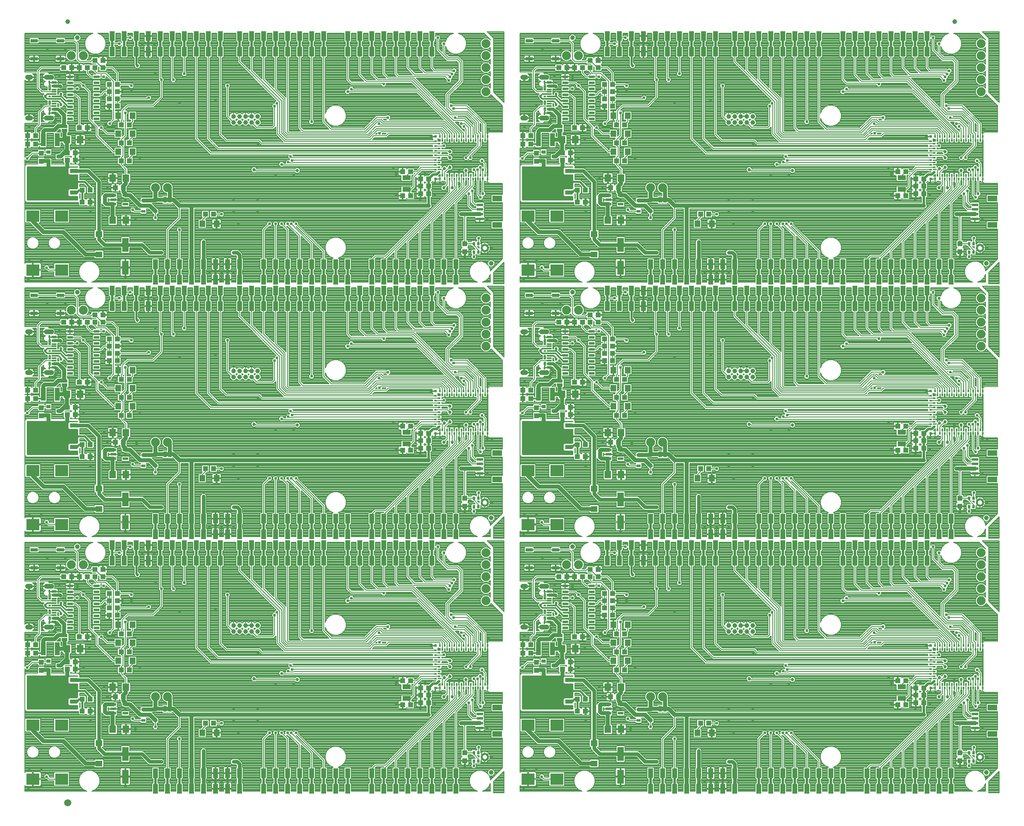
<source format=gtl>
G75*
%MOIN*%
%OFA0B0*%
%FSLAX25Y25*%
%IPPOS*%
%LPD*%
%AMOC8*
5,1,8,0,0,1.08239X$1,22.5*
%
%ADD10R,0.04331X0.03937*%
%ADD11R,0.05512X0.06299*%
%ADD12R,0.05512X0.11811*%
%ADD13R,0.03937X0.04331*%
%ADD14R,0.03543X0.03150*%
%ADD15R,0.06000X0.03300*%
%ADD16R,0.07000X0.12300*%
%ADD17C,0.03937*%
%ADD18R,0.03937X0.07874*%
%ADD19C,0.02000*%
%ADD20R,0.04724X0.05512*%
%ADD21R,0.05787X0.05000*%
%ADD22R,0.11024X0.09449*%
%ADD23R,0.04724X0.02165*%
%ADD24R,0.07874X0.04724*%
%ADD25R,0.05315X0.02362*%
%ADD26R,0.04000X0.01181*%
%ADD27R,0.04000X0.02362*%
%ADD28R,0.04000X0.02165*%
%ADD29C,0.03937*%
%ADD30R,0.04724X0.02362*%
%ADD31R,0.06000X0.03000*%
%ADD32R,0.05000X0.02500*%
%ADD33R,0.03937X0.11024*%
%ADD34R,0.03268X0.02480*%
%ADD35C,0.07400*%
%ADD36R,0.02500X0.05000*%
%ADD37R,0.01600X0.01000*%
%ADD38R,0.07087X0.03937*%
%ADD39R,0.02055X0.02854*%
%ADD40R,0.00787X0.01969*%
%ADD41R,0.01969X0.00787*%
%ADD42C,0.00039*%
%ADD43R,0.01575X0.02362*%
%ADD44R,0.02362X0.02362*%
%ADD45R,0.02362X0.01575*%
%ADD46C,0.05906*%
%ADD47C,0.00700*%
%ADD48C,0.02400*%
%ADD49C,0.00800*%
%ADD50C,0.01000*%
%ADD51C,0.01600*%
%ADD52C,0.03200*%
%ADD53C,0.03000*%
%ADD54C,0.02500*%
%ADD55C,0.01200*%
%ADD56C,0.02700*%
%ADD57C,0.01500*%
D10*
X0153087Y0176933D03*
X0159780Y0176933D03*
X0159780Y0186933D03*
X0153087Y0186933D03*
X0147280Y0211933D03*
X0147280Y0217933D03*
X0140587Y0217933D03*
X0140587Y0211933D03*
X0114280Y0225433D03*
X0107587Y0225433D03*
X0107587Y0232433D03*
X0114280Y0232433D03*
X0150587Y0238933D03*
X0157280Y0238933D03*
X0175587Y0256933D03*
X0175587Y0262933D03*
X0175587Y0268933D03*
X0175587Y0274933D03*
X0182280Y0274933D03*
X0182280Y0268933D03*
X0182280Y0262933D03*
X0182280Y0256933D03*
X0185587Y0241433D03*
X0192280Y0241433D03*
X0192280Y0226433D03*
X0185587Y0226433D03*
X0185587Y0211433D03*
X0192280Y0211433D03*
X0187280Y0188933D03*
X0180587Y0188933D03*
X0255587Y0166933D03*
X0262280Y0166933D03*
X0419587Y0182433D03*
X0426280Y0182433D03*
X0434587Y0183933D03*
X0434587Y0190433D03*
X0434587Y0196433D03*
X0441280Y0196433D03*
X0441280Y0190433D03*
X0441280Y0183933D03*
X0426280Y0202433D03*
X0419587Y0202433D03*
X0519587Y0225433D03*
X0526280Y0225433D03*
X0526280Y0232433D03*
X0519587Y0232433D03*
X0552587Y0217933D03*
X0552587Y0211933D03*
X0559280Y0211933D03*
X0559280Y0217933D03*
X0562587Y0238933D03*
X0569280Y0238933D03*
X0587587Y0256933D03*
X0587587Y0262933D03*
X0587587Y0268933D03*
X0587587Y0274933D03*
X0594280Y0274933D03*
X0594280Y0268933D03*
X0594280Y0262933D03*
X0594280Y0256933D03*
X0597587Y0241433D03*
X0604280Y0241433D03*
X0604280Y0226433D03*
X0597587Y0226433D03*
X0597587Y0211433D03*
X0604280Y0211433D03*
X0599280Y0188933D03*
X0592587Y0188933D03*
X0571780Y0186933D03*
X0565087Y0186933D03*
X0565087Y0176933D03*
X0571780Y0176933D03*
X0667587Y0166933D03*
X0674280Y0166933D03*
X0831587Y0182433D03*
X0838280Y0182433D03*
X0846587Y0183933D03*
X0846587Y0190433D03*
X0846587Y0196433D03*
X0853280Y0196433D03*
X0853280Y0190433D03*
X0853280Y0183933D03*
X0838280Y0202433D03*
X0831587Y0202433D03*
X0674280Y0378933D03*
X0667587Y0378933D03*
X0599280Y0400933D03*
X0592587Y0400933D03*
X0571780Y0398933D03*
X0565087Y0398933D03*
X0565087Y0388933D03*
X0571780Y0388933D03*
X0559280Y0423933D03*
X0559280Y0429933D03*
X0552587Y0429933D03*
X0552587Y0423933D03*
X0526280Y0437433D03*
X0519587Y0437433D03*
X0519587Y0444433D03*
X0526280Y0444433D03*
X0562587Y0450933D03*
X0569280Y0450933D03*
X0587587Y0468933D03*
X0587587Y0474933D03*
X0587587Y0480933D03*
X0587587Y0486933D03*
X0594280Y0486933D03*
X0594280Y0480933D03*
X0594280Y0474933D03*
X0594280Y0468933D03*
X0597587Y0453433D03*
X0604280Y0453433D03*
X0604280Y0438433D03*
X0597587Y0438433D03*
X0597587Y0423433D03*
X0604280Y0423433D03*
X0582280Y0500933D03*
X0582280Y0506933D03*
X0575587Y0506933D03*
X0575587Y0500933D03*
X0569280Y0500933D03*
X0562587Y0500933D03*
X0556280Y0500933D03*
X0549587Y0500933D03*
X0441280Y0408433D03*
X0441280Y0402433D03*
X0441280Y0395933D03*
X0434587Y0395933D03*
X0434587Y0402433D03*
X0434587Y0408433D03*
X0426280Y0414433D03*
X0419587Y0414433D03*
X0419587Y0394433D03*
X0426280Y0394433D03*
X0549587Y0288933D03*
X0556280Y0288933D03*
X0562587Y0288933D03*
X0569280Y0288933D03*
X0575587Y0288933D03*
X0575587Y0294933D03*
X0582280Y0294933D03*
X0582280Y0288933D03*
X0831587Y0394433D03*
X0838280Y0394433D03*
X0846587Y0395933D03*
X0846587Y0402433D03*
X0846587Y0408433D03*
X0853280Y0408433D03*
X0853280Y0402433D03*
X0853280Y0395933D03*
X0838280Y0414433D03*
X0831587Y0414433D03*
X0674280Y0590933D03*
X0667587Y0590933D03*
X0599280Y0612933D03*
X0592587Y0612933D03*
X0571780Y0610933D03*
X0565087Y0610933D03*
X0565087Y0600933D03*
X0571780Y0600933D03*
X0559280Y0635933D03*
X0559280Y0641933D03*
X0552587Y0641933D03*
X0552587Y0635933D03*
X0526280Y0649433D03*
X0519587Y0649433D03*
X0519587Y0656433D03*
X0526280Y0656433D03*
X0562587Y0662933D03*
X0569280Y0662933D03*
X0587587Y0680933D03*
X0587587Y0686933D03*
X0587587Y0692933D03*
X0587587Y0698933D03*
X0594280Y0698933D03*
X0594280Y0692933D03*
X0594280Y0686933D03*
X0594280Y0680933D03*
X0597587Y0665433D03*
X0604280Y0665433D03*
X0604280Y0650433D03*
X0597587Y0650433D03*
X0597587Y0635433D03*
X0604280Y0635433D03*
X0582280Y0712933D03*
X0582280Y0718933D03*
X0575587Y0718933D03*
X0575587Y0712933D03*
X0569280Y0712933D03*
X0562587Y0712933D03*
X0556280Y0712933D03*
X0549587Y0712933D03*
X0441280Y0620433D03*
X0441280Y0614433D03*
X0441280Y0607933D03*
X0434587Y0607933D03*
X0434587Y0614433D03*
X0434587Y0620433D03*
X0426280Y0626433D03*
X0419587Y0626433D03*
X0419587Y0606433D03*
X0426280Y0606433D03*
X0262280Y0590933D03*
X0255587Y0590933D03*
X0187280Y0612933D03*
X0180587Y0612933D03*
X0159780Y0610933D03*
X0153087Y0610933D03*
X0153087Y0600933D03*
X0159780Y0600933D03*
X0147280Y0635933D03*
X0147280Y0641933D03*
X0140587Y0641933D03*
X0140587Y0635933D03*
X0114280Y0649433D03*
X0107587Y0649433D03*
X0107587Y0656433D03*
X0114280Y0656433D03*
X0150587Y0662933D03*
X0157280Y0662933D03*
X0175587Y0680933D03*
X0175587Y0686933D03*
X0175587Y0692933D03*
X0175587Y0698933D03*
X0182280Y0698933D03*
X0182280Y0692933D03*
X0182280Y0686933D03*
X0182280Y0680933D03*
X0185587Y0665433D03*
X0192280Y0665433D03*
X0192280Y0650433D03*
X0185587Y0650433D03*
X0185587Y0635433D03*
X0192280Y0635433D03*
X0170280Y0712933D03*
X0170280Y0718933D03*
X0163587Y0718933D03*
X0163587Y0712933D03*
X0157280Y0712933D03*
X0150587Y0712933D03*
X0144280Y0712933D03*
X0137587Y0712933D03*
X0163587Y0506933D03*
X0163587Y0500933D03*
X0157280Y0500933D03*
X0150587Y0500933D03*
X0144280Y0500933D03*
X0137587Y0500933D03*
X0170280Y0500933D03*
X0170280Y0506933D03*
X0175587Y0486933D03*
X0175587Y0480933D03*
X0175587Y0474933D03*
X0175587Y0468933D03*
X0182280Y0468933D03*
X0182280Y0474933D03*
X0182280Y0480933D03*
X0182280Y0486933D03*
X0185587Y0453433D03*
X0192280Y0453433D03*
X0192280Y0438433D03*
X0185587Y0438433D03*
X0185587Y0423433D03*
X0192280Y0423433D03*
X0187280Y0400933D03*
X0180587Y0400933D03*
X0159780Y0398933D03*
X0153087Y0398933D03*
X0153087Y0388933D03*
X0159780Y0388933D03*
X0147280Y0423933D03*
X0147280Y0429933D03*
X0140587Y0429933D03*
X0140587Y0423933D03*
X0114280Y0437433D03*
X0107587Y0437433D03*
X0107587Y0444433D03*
X0114280Y0444433D03*
X0150587Y0450933D03*
X0157280Y0450933D03*
X0255587Y0378933D03*
X0262280Y0378933D03*
X0170280Y0294933D03*
X0170280Y0288933D03*
X0163587Y0288933D03*
X0163587Y0294933D03*
X0157280Y0288933D03*
X0150587Y0288933D03*
X0144280Y0288933D03*
X0137587Y0288933D03*
X0831587Y0606433D03*
X0838280Y0606433D03*
X0846587Y0607933D03*
X0846587Y0614433D03*
X0846587Y0620433D03*
X0853280Y0620433D03*
X0853280Y0614433D03*
X0853280Y0607933D03*
X0838280Y0626433D03*
X0831587Y0626433D03*
D11*
X0601445Y0620933D03*
X0590421Y0620933D03*
X0563445Y0652933D03*
X0552421Y0652933D03*
X0590421Y0585933D03*
X0601445Y0585933D03*
X0563445Y0440933D03*
X0552421Y0440933D03*
X0590421Y0408933D03*
X0601445Y0408933D03*
X0601445Y0373933D03*
X0590421Y0373933D03*
X0563445Y0228933D03*
X0552421Y0228933D03*
X0590421Y0196933D03*
X0601445Y0196933D03*
X0601445Y0161933D03*
X0590421Y0161933D03*
X0189445Y0161933D03*
X0178421Y0161933D03*
X0178421Y0196933D03*
X0189445Y0196933D03*
X0151445Y0228933D03*
X0140421Y0228933D03*
X0178421Y0373933D03*
X0189445Y0373933D03*
X0189445Y0408933D03*
X0178421Y0408933D03*
X0151445Y0440933D03*
X0140421Y0440933D03*
X0178421Y0585933D03*
X0189445Y0585933D03*
X0189445Y0620933D03*
X0178421Y0620933D03*
X0151445Y0652933D03*
X0140421Y0652933D03*
D12*
X0188933Y0565382D03*
X0188933Y0546484D03*
X0188933Y0353382D03*
X0188933Y0334484D03*
X0188933Y0141382D03*
X0188933Y0122484D03*
X0600933Y0122484D03*
X0600933Y0141382D03*
X0600933Y0334484D03*
X0600933Y0353382D03*
X0600933Y0546484D03*
X0600933Y0565382D03*
D13*
X0530933Y0635087D03*
X0530933Y0641780D03*
X0471433Y0566280D03*
X0471433Y0559587D03*
X0530933Y0429780D03*
X0530933Y0423087D03*
X0471433Y0354280D03*
X0471433Y0347587D03*
X0530933Y0217780D03*
X0530933Y0211087D03*
X0471433Y0142280D03*
X0471433Y0135587D03*
X0118933Y0211087D03*
X0118933Y0217780D03*
X0118933Y0423087D03*
X0118933Y0429780D03*
X0118933Y0635087D03*
X0118933Y0641780D03*
X0883433Y0566280D03*
X0883433Y0559587D03*
X0883433Y0354280D03*
X0883433Y0347587D03*
X0883433Y0142280D03*
X0883433Y0135587D03*
D14*
X0545264Y0214933D03*
X0536996Y0211193D03*
X0536996Y0218673D03*
X0536996Y0423193D03*
X0536996Y0430673D03*
X0545264Y0426933D03*
X0536996Y0635193D03*
X0536996Y0642673D03*
X0545264Y0638933D03*
X0133264Y0638933D03*
X0124996Y0635193D03*
X0124996Y0642673D03*
X0124996Y0430673D03*
X0124996Y0423193D03*
X0133264Y0426933D03*
X0124996Y0218673D03*
X0124996Y0211193D03*
X0133264Y0214933D03*
D15*
X0145823Y0202943D03*
X0145823Y0193933D03*
X0145823Y0184993D03*
X0145823Y0396993D03*
X0145823Y0405933D03*
X0145823Y0414943D03*
X0145823Y0608993D03*
X0145823Y0617933D03*
X0145823Y0626943D03*
X0557823Y0626943D03*
X0557823Y0617933D03*
X0557823Y0608993D03*
X0557823Y0414943D03*
X0557823Y0405933D03*
X0557823Y0396993D03*
X0557823Y0202943D03*
X0557823Y0193933D03*
X0557823Y0184993D03*
D16*
X0534433Y0193933D03*
X0534433Y0405933D03*
X0534433Y0617933D03*
X0122433Y0617933D03*
X0122433Y0405933D03*
X0122433Y0193933D03*
D17*
X0148933Y0313933D03*
X0278933Y0248433D03*
X0278933Y0243433D03*
X0283933Y0243433D03*
X0283933Y0248433D03*
X0288933Y0248433D03*
X0288933Y0243433D03*
X0293933Y0243433D03*
X0293933Y0248433D03*
X0298933Y0248433D03*
X0298933Y0243433D03*
X0493433Y0337933D03*
X0560933Y0313933D03*
X0690933Y0248433D03*
X0690933Y0243433D03*
X0695933Y0243433D03*
X0695933Y0248433D03*
X0700933Y0248433D03*
X0700933Y0243433D03*
X0705933Y0243433D03*
X0705933Y0248433D03*
X0710933Y0248433D03*
X0710933Y0243433D03*
X0905433Y0337933D03*
X0710933Y0455433D03*
X0705933Y0455433D03*
X0700933Y0455433D03*
X0695933Y0455433D03*
X0690933Y0455433D03*
X0690933Y0460433D03*
X0695933Y0460433D03*
X0700933Y0460433D03*
X0705933Y0460433D03*
X0710933Y0460433D03*
X0560933Y0525933D03*
X0493433Y0549933D03*
X0298933Y0460433D03*
X0298933Y0455433D03*
X0293933Y0455433D03*
X0288933Y0455433D03*
X0283933Y0455433D03*
X0278933Y0455433D03*
X0278933Y0460433D03*
X0283933Y0460433D03*
X0288933Y0460433D03*
X0293933Y0460433D03*
X0148933Y0525933D03*
X0278933Y0667433D03*
X0283933Y0667433D03*
X0283933Y0672433D03*
X0278933Y0672433D03*
X0288933Y0672433D03*
X0288933Y0667433D03*
X0293933Y0667433D03*
X0293933Y0672433D03*
X0298933Y0672433D03*
X0298933Y0667433D03*
X0148933Y0737933D03*
X0140933Y0751183D03*
X0560933Y0737933D03*
X0690933Y0672433D03*
X0690933Y0667433D03*
X0695933Y0667433D03*
X0695933Y0672433D03*
X0700933Y0672433D03*
X0700933Y0667433D03*
X0705933Y0667433D03*
X0705933Y0672433D03*
X0710933Y0672433D03*
X0710933Y0667433D03*
X0878933Y0751183D03*
X0905433Y0549933D03*
X0905433Y0125933D03*
X0493433Y0125933D03*
D18*
X0463933Y0125429D03*
X0453933Y0125429D03*
X0443933Y0125429D03*
X0433933Y0125429D03*
X0423933Y0125429D03*
X0413933Y0125429D03*
X0403933Y0125429D03*
X0393933Y0125429D03*
X0393933Y0112437D03*
X0403933Y0112437D03*
X0413933Y0112437D03*
X0423933Y0112437D03*
X0433933Y0112437D03*
X0443933Y0112437D03*
X0453933Y0112437D03*
X0463933Y0112437D03*
X0373933Y0112437D03*
X0363933Y0112437D03*
X0353933Y0112437D03*
X0343933Y0112437D03*
X0333933Y0112437D03*
X0323933Y0112437D03*
X0313933Y0112437D03*
X0303933Y0112437D03*
X0303933Y0125429D03*
X0313933Y0125429D03*
X0323933Y0125429D03*
X0333933Y0125429D03*
X0343933Y0125429D03*
X0353933Y0125429D03*
X0363933Y0125429D03*
X0373933Y0125429D03*
X0283933Y0125429D03*
X0273933Y0125429D03*
X0263933Y0125429D03*
X0253933Y0125429D03*
X0243933Y0125429D03*
X0233933Y0125429D03*
X0223933Y0125429D03*
X0213933Y0125429D03*
X0213933Y0112437D03*
X0223933Y0112437D03*
X0233933Y0112437D03*
X0243933Y0112437D03*
X0253933Y0112437D03*
X0263933Y0112437D03*
X0273933Y0112437D03*
X0283933Y0112437D03*
X0283933Y0302437D03*
X0293933Y0302437D03*
X0303933Y0302437D03*
X0313933Y0302437D03*
X0323933Y0302437D03*
X0333933Y0302437D03*
X0343933Y0302437D03*
X0353933Y0302437D03*
X0353933Y0315429D03*
X0343933Y0315429D03*
X0333933Y0315429D03*
X0323933Y0315429D03*
X0313933Y0315429D03*
X0303933Y0315429D03*
X0293933Y0315429D03*
X0283933Y0315429D03*
X0267933Y0315429D03*
X0257933Y0315429D03*
X0247933Y0315429D03*
X0237933Y0315429D03*
X0227933Y0315429D03*
X0217933Y0315429D03*
X0207933Y0315429D03*
X0197933Y0315429D03*
X0187933Y0315429D03*
X0177933Y0315429D03*
X0177933Y0302437D03*
X0187933Y0302437D03*
X0197933Y0302437D03*
X0207933Y0302437D03*
X0217933Y0302437D03*
X0227933Y0302437D03*
X0237933Y0302437D03*
X0247933Y0302437D03*
X0257933Y0302437D03*
X0267933Y0302437D03*
X0263933Y0324437D03*
X0253933Y0324437D03*
X0243933Y0324437D03*
X0233933Y0324437D03*
X0223933Y0324437D03*
X0213933Y0324437D03*
X0213933Y0337429D03*
X0223933Y0337429D03*
X0233933Y0337429D03*
X0243933Y0337429D03*
X0253933Y0337429D03*
X0263933Y0337429D03*
X0273933Y0337429D03*
X0283933Y0337429D03*
X0283933Y0324437D03*
X0273933Y0324437D03*
X0303933Y0324437D03*
X0313933Y0324437D03*
X0323933Y0324437D03*
X0333933Y0324437D03*
X0343933Y0324437D03*
X0353933Y0324437D03*
X0363933Y0324437D03*
X0373933Y0324437D03*
X0373933Y0337429D03*
X0363933Y0337429D03*
X0353933Y0337429D03*
X0343933Y0337429D03*
X0333933Y0337429D03*
X0323933Y0337429D03*
X0313933Y0337429D03*
X0303933Y0337429D03*
X0373933Y0315429D03*
X0383933Y0315429D03*
X0393933Y0315429D03*
X0403933Y0315429D03*
X0413933Y0315429D03*
X0423933Y0315429D03*
X0433933Y0315429D03*
X0443933Y0315429D03*
X0443933Y0302437D03*
X0433933Y0302437D03*
X0423933Y0302437D03*
X0413933Y0302437D03*
X0403933Y0302437D03*
X0393933Y0302437D03*
X0383933Y0302437D03*
X0373933Y0302437D03*
X0393933Y0324437D03*
X0403933Y0324437D03*
X0413933Y0324437D03*
X0423933Y0324437D03*
X0433933Y0324437D03*
X0443933Y0324437D03*
X0453933Y0324437D03*
X0463933Y0324437D03*
X0463933Y0337429D03*
X0453933Y0337429D03*
X0443933Y0337429D03*
X0433933Y0337429D03*
X0423933Y0337429D03*
X0413933Y0337429D03*
X0403933Y0337429D03*
X0393933Y0337429D03*
X0589933Y0315429D03*
X0599933Y0315429D03*
X0609933Y0315429D03*
X0619933Y0315429D03*
X0629933Y0315429D03*
X0639933Y0315429D03*
X0649933Y0315429D03*
X0659933Y0315429D03*
X0669933Y0315429D03*
X0679933Y0315429D03*
X0679933Y0302437D03*
X0669933Y0302437D03*
X0659933Y0302437D03*
X0649933Y0302437D03*
X0639933Y0302437D03*
X0629933Y0302437D03*
X0619933Y0302437D03*
X0609933Y0302437D03*
X0599933Y0302437D03*
X0589933Y0302437D03*
X0625933Y0324437D03*
X0635933Y0324437D03*
X0645933Y0324437D03*
X0655933Y0324437D03*
X0665933Y0324437D03*
X0675933Y0324437D03*
X0685933Y0324437D03*
X0695933Y0324437D03*
X0695933Y0337429D03*
X0685933Y0337429D03*
X0675933Y0337429D03*
X0665933Y0337429D03*
X0655933Y0337429D03*
X0645933Y0337429D03*
X0635933Y0337429D03*
X0625933Y0337429D03*
X0695933Y0315429D03*
X0705933Y0315429D03*
X0715933Y0315429D03*
X0725933Y0315429D03*
X0735933Y0315429D03*
X0745933Y0315429D03*
X0755933Y0315429D03*
X0765933Y0315429D03*
X0765933Y0302437D03*
X0755933Y0302437D03*
X0745933Y0302437D03*
X0735933Y0302437D03*
X0725933Y0302437D03*
X0715933Y0302437D03*
X0705933Y0302437D03*
X0695933Y0302437D03*
X0715933Y0324437D03*
X0725933Y0324437D03*
X0735933Y0324437D03*
X0745933Y0324437D03*
X0755933Y0324437D03*
X0765933Y0324437D03*
X0775933Y0324437D03*
X0785933Y0324437D03*
X0785933Y0337429D03*
X0775933Y0337429D03*
X0765933Y0337429D03*
X0755933Y0337429D03*
X0745933Y0337429D03*
X0735933Y0337429D03*
X0725933Y0337429D03*
X0715933Y0337429D03*
X0785933Y0315429D03*
X0795933Y0315429D03*
X0805933Y0315429D03*
X0815933Y0315429D03*
X0825933Y0315429D03*
X0835933Y0315429D03*
X0845933Y0315429D03*
X0855933Y0315429D03*
X0855933Y0302437D03*
X0845933Y0302437D03*
X0835933Y0302437D03*
X0825933Y0302437D03*
X0815933Y0302437D03*
X0805933Y0302437D03*
X0795933Y0302437D03*
X0785933Y0302437D03*
X0805933Y0324437D03*
X0815933Y0324437D03*
X0825933Y0324437D03*
X0835933Y0324437D03*
X0845933Y0324437D03*
X0855933Y0324437D03*
X0865933Y0324437D03*
X0875933Y0324437D03*
X0875933Y0337429D03*
X0865933Y0337429D03*
X0855933Y0337429D03*
X0845933Y0337429D03*
X0835933Y0337429D03*
X0825933Y0337429D03*
X0815933Y0337429D03*
X0805933Y0337429D03*
X0805933Y0514437D03*
X0795933Y0514437D03*
X0785933Y0514437D03*
X0785933Y0527429D03*
X0785933Y0536437D03*
X0775933Y0536437D03*
X0765933Y0536437D03*
X0765933Y0527429D03*
X0755933Y0527429D03*
X0755933Y0536437D03*
X0745933Y0536437D03*
X0745933Y0527429D03*
X0735933Y0527429D03*
X0735933Y0536437D03*
X0725933Y0536437D03*
X0725933Y0527429D03*
X0715933Y0527429D03*
X0715933Y0536437D03*
X0705933Y0527429D03*
X0695933Y0527429D03*
X0695933Y0536437D03*
X0685933Y0536437D03*
X0675933Y0536437D03*
X0679933Y0527429D03*
X0669933Y0527429D03*
X0665933Y0536437D03*
X0655933Y0536437D03*
X0659933Y0527429D03*
X0649933Y0527429D03*
X0645933Y0536437D03*
X0635933Y0536437D03*
X0639933Y0527429D03*
X0629933Y0527429D03*
X0625933Y0536437D03*
X0619933Y0527429D03*
X0609933Y0527429D03*
X0599933Y0527429D03*
X0589933Y0527429D03*
X0589933Y0514437D03*
X0599933Y0514437D03*
X0609933Y0514437D03*
X0619933Y0514437D03*
X0629933Y0514437D03*
X0639933Y0514437D03*
X0649933Y0514437D03*
X0659933Y0514437D03*
X0669933Y0514437D03*
X0679933Y0514437D03*
X0695933Y0514437D03*
X0705933Y0514437D03*
X0715933Y0514437D03*
X0725933Y0514437D03*
X0735933Y0514437D03*
X0745933Y0514437D03*
X0755933Y0514437D03*
X0765933Y0514437D03*
X0795933Y0527429D03*
X0805933Y0527429D03*
X0805933Y0536437D03*
X0815933Y0536437D03*
X0815933Y0527429D03*
X0825933Y0527429D03*
X0825933Y0536437D03*
X0835933Y0536437D03*
X0835933Y0527429D03*
X0845933Y0527429D03*
X0845933Y0536437D03*
X0855933Y0536437D03*
X0855933Y0527429D03*
X0865933Y0536437D03*
X0875933Y0536437D03*
X0875933Y0549429D03*
X0865933Y0549429D03*
X0855933Y0549429D03*
X0845933Y0549429D03*
X0835933Y0549429D03*
X0825933Y0549429D03*
X0815933Y0549429D03*
X0805933Y0549429D03*
X0785933Y0549429D03*
X0775933Y0549429D03*
X0765933Y0549429D03*
X0755933Y0549429D03*
X0745933Y0549429D03*
X0735933Y0549429D03*
X0725933Y0549429D03*
X0715933Y0549429D03*
X0695933Y0549429D03*
X0685933Y0549429D03*
X0675933Y0549429D03*
X0665933Y0549429D03*
X0655933Y0549429D03*
X0645933Y0549429D03*
X0635933Y0549429D03*
X0625933Y0549429D03*
X0463933Y0549429D03*
X0453933Y0549429D03*
X0443933Y0549429D03*
X0433933Y0549429D03*
X0423933Y0549429D03*
X0413933Y0549429D03*
X0403933Y0549429D03*
X0393933Y0549429D03*
X0393933Y0536437D03*
X0393933Y0527429D03*
X0383933Y0527429D03*
X0373933Y0527429D03*
X0373933Y0536437D03*
X0363933Y0536437D03*
X0353933Y0536437D03*
X0353933Y0527429D03*
X0343933Y0527429D03*
X0343933Y0536437D03*
X0333933Y0536437D03*
X0333933Y0527429D03*
X0323933Y0527429D03*
X0323933Y0536437D03*
X0313933Y0536437D03*
X0313933Y0527429D03*
X0303933Y0527429D03*
X0303933Y0536437D03*
X0293933Y0527429D03*
X0283933Y0527429D03*
X0283933Y0536437D03*
X0273933Y0536437D03*
X0263933Y0536437D03*
X0267933Y0527429D03*
X0257933Y0527429D03*
X0253933Y0536437D03*
X0243933Y0536437D03*
X0247933Y0527429D03*
X0237933Y0527429D03*
X0233933Y0536437D03*
X0223933Y0536437D03*
X0227933Y0527429D03*
X0217933Y0527429D03*
X0213933Y0536437D03*
X0207933Y0527429D03*
X0197933Y0527429D03*
X0187933Y0527429D03*
X0177933Y0527429D03*
X0177933Y0514437D03*
X0187933Y0514437D03*
X0197933Y0514437D03*
X0207933Y0514437D03*
X0217933Y0514437D03*
X0227933Y0514437D03*
X0237933Y0514437D03*
X0247933Y0514437D03*
X0257933Y0514437D03*
X0267933Y0514437D03*
X0283933Y0514437D03*
X0293933Y0514437D03*
X0303933Y0514437D03*
X0313933Y0514437D03*
X0323933Y0514437D03*
X0333933Y0514437D03*
X0343933Y0514437D03*
X0353933Y0514437D03*
X0373933Y0514437D03*
X0383933Y0514437D03*
X0393933Y0514437D03*
X0403933Y0514437D03*
X0413933Y0514437D03*
X0423933Y0514437D03*
X0433933Y0514437D03*
X0443933Y0514437D03*
X0443933Y0527429D03*
X0443933Y0536437D03*
X0433933Y0536437D03*
X0433933Y0527429D03*
X0423933Y0527429D03*
X0423933Y0536437D03*
X0413933Y0536437D03*
X0413933Y0527429D03*
X0403933Y0527429D03*
X0403933Y0536437D03*
X0373933Y0549429D03*
X0363933Y0549429D03*
X0353933Y0549429D03*
X0343933Y0549429D03*
X0333933Y0549429D03*
X0323933Y0549429D03*
X0313933Y0549429D03*
X0303933Y0549429D03*
X0283933Y0549429D03*
X0273933Y0549429D03*
X0263933Y0549429D03*
X0253933Y0549429D03*
X0243933Y0549429D03*
X0233933Y0549429D03*
X0223933Y0549429D03*
X0213933Y0549429D03*
X0217933Y0726437D03*
X0207933Y0726437D03*
X0197933Y0726437D03*
X0187933Y0726437D03*
X0177933Y0726437D03*
X0177933Y0739429D03*
X0187933Y0739429D03*
X0197933Y0739429D03*
X0207933Y0739429D03*
X0217933Y0739429D03*
X0227933Y0739429D03*
X0237933Y0739429D03*
X0247933Y0739429D03*
X0257933Y0739429D03*
X0267933Y0739429D03*
X0267933Y0726437D03*
X0257933Y0726437D03*
X0247933Y0726437D03*
X0237933Y0726437D03*
X0227933Y0726437D03*
X0283933Y0726437D03*
X0293933Y0726437D03*
X0303933Y0726437D03*
X0313933Y0726437D03*
X0323933Y0726437D03*
X0333933Y0726437D03*
X0343933Y0726437D03*
X0353933Y0726437D03*
X0353933Y0739429D03*
X0343933Y0739429D03*
X0333933Y0739429D03*
X0323933Y0739429D03*
X0313933Y0739429D03*
X0303933Y0739429D03*
X0293933Y0739429D03*
X0283933Y0739429D03*
X0373933Y0739429D03*
X0383933Y0739429D03*
X0393933Y0739429D03*
X0403933Y0739429D03*
X0413933Y0739429D03*
X0423933Y0739429D03*
X0433933Y0739429D03*
X0443933Y0739429D03*
X0443933Y0726437D03*
X0433933Y0726437D03*
X0423933Y0726437D03*
X0413933Y0726437D03*
X0403933Y0726437D03*
X0393933Y0726437D03*
X0383933Y0726437D03*
X0373933Y0726437D03*
X0589933Y0726437D03*
X0599933Y0726437D03*
X0609933Y0726437D03*
X0619933Y0726437D03*
X0629933Y0726437D03*
X0639933Y0726437D03*
X0649933Y0726437D03*
X0659933Y0726437D03*
X0669933Y0726437D03*
X0679933Y0726437D03*
X0679933Y0739429D03*
X0669933Y0739429D03*
X0659933Y0739429D03*
X0649933Y0739429D03*
X0639933Y0739429D03*
X0629933Y0739429D03*
X0619933Y0739429D03*
X0609933Y0739429D03*
X0599933Y0739429D03*
X0589933Y0739429D03*
X0695933Y0739429D03*
X0705933Y0739429D03*
X0715933Y0739429D03*
X0725933Y0739429D03*
X0735933Y0739429D03*
X0745933Y0739429D03*
X0755933Y0739429D03*
X0765933Y0739429D03*
X0765933Y0726437D03*
X0755933Y0726437D03*
X0745933Y0726437D03*
X0735933Y0726437D03*
X0725933Y0726437D03*
X0715933Y0726437D03*
X0705933Y0726437D03*
X0695933Y0726437D03*
X0785933Y0726437D03*
X0795933Y0726437D03*
X0805933Y0726437D03*
X0815933Y0726437D03*
X0825933Y0726437D03*
X0835933Y0726437D03*
X0845933Y0726437D03*
X0855933Y0726437D03*
X0855933Y0739429D03*
X0845933Y0739429D03*
X0835933Y0739429D03*
X0825933Y0739429D03*
X0815933Y0739429D03*
X0805933Y0739429D03*
X0795933Y0739429D03*
X0785933Y0739429D03*
X0815933Y0514437D03*
X0825933Y0514437D03*
X0835933Y0514437D03*
X0845933Y0514437D03*
X0855933Y0514437D03*
X0463933Y0536437D03*
X0453933Y0536437D03*
X0625933Y0125429D03*
X0635933Y0125429D03*
X0645933Y0125429D03*
X0655933Y0125429D03*
X0665933Y0125429D03*
X0675933Y0125429D03*
X0685933Y0125429D03*
X0695933Y0125429D03*
X0695933Y0112437D03*
X0685933Y0112437D03*
X0675933Y0112437D03*
X0665933Y0112437D03*
X0655933Y0112437D03*
X0645933Y0112437D03*
X0635933Y0112437D03*
X0625933Y0112437D03*
X0715933Y0112437D03*
X0725933Y0112437D03*
X0735933Y0112437D03*
X0745933Y0112437D03*
X0755933Y0112437D03*
X0765933Y0112437D03*
X0775933Y0112437D03*
X0785933Y0112437D03*
X0785933Y0125429D03*
X0775933Y0125429D03*
X0765933Y0125429D03*
X0755933Y0125429D03*
X0745933Y0125429D03*
X0735933Y0125429D03*
X0725933Y0125429D03*
X0715933Y0125429D03*
X0805933Y0125429D03*
X0815933Y0125429D03*
X0825933Y0125429D03*
X0835933Y0125429D03*
X0845933Y0125429D03*
X0855933Y0125429D03*
X0865933Y0125429D03*
X0875933Y0125429D03*
X0875933Y0112437D03*
X0865933Y0112437D03*
X0855933Y0112437D03*
X0845933Y0112437D03*
X0835933Y0112437D03*
X0825933Y0112437D03*
X0815933Y0112437D03*
X0805933Y0112437D03*
D19*
X0805933Y0125429D01*
X0815933Y0125429D02*
X0815933Y0112437D01*
X0825933Y0112437D02*
X0825933Y0125429D01*
X0835933Y0125429D02*
X0835933Y0112437D01*
X0845933Y0112437D02*
X0845933Y0125429D01*
X0855933Y0125429D02*
X0855933Y0112437D01*
X0865933Y0112437D02*
X0865933Y0125429D01*
X0875933Y0125429D02*
X0875933Y0112437D01*
X0853280Y0173933D02*
X0853280Y0183933D01*
X0853280Y0190433D01*
X0853280Y0196433D01*
X0857000Y0200154D01*
X0858843Y0200154D01*
X0860024Y0200154D01*
X0861992Y0202122D01*
X0785933Y0125429D02*
X0785933Y0112437D01*
X0775933Y0112437D02*
X0775933Y0125429D01*
X0765933Y0125429D02*
X0765933Y0112437D01*
X0755933Y0112437D02*
X0755933Y0125429D01*
X0745933Y0125429D02*
X0745933Y0112437D01*
X0735933Y0112437D02*
X0735933Y0125429D01*
X0725933Y0125429D02*
X0725933Y0112437D01*
X0715933Y0112437D02*
X0715933Y0125429D01*
X0695933Y0125429D02*
X0695933Y0112437D01*
X0685933Y0112437D02*
X0685933Y0125429D01*
X0675933Y0125429D02*
X0675933Y0112437D01*
X0665933Y0112437D02*
X0665933Y0125429D01*
X0655933Y0125429D02*
X0655933Y0112437D01*
X0645933Y0112437D02*
X0645933Y0125429D01*
X0635933Y0125429D02*
X0635933Y0112437D01*
X0625933Y0112437D02*
X0625933Y0125429D01*
X0590421Y0174800D02*
X0590815Y0175193D01*
X0600933Y0182792D02*
X0601052Y0182673D01*
X0540933Y0243033D02*
X0543265Y0245364D01*
X0544933Y0248433D02*
X0542130Y0251236D01*
X0589933Y0302437D02*
X0589933Y0315429D01*
X0599933Y0315429D02*
X0599933Y0302437D01*
X0609933Y0302437D02*
X0609933Y0315429D01*
X0619933Y0315429D02*
X0619933Y0302437D01*
X0629933Y0302437D02*
X0629933Y0315429D01*
X0639933Y0315429D02*
X0639933Y0302437D01*
X0649933Y0302437D02*
X0649933Y0315429D01*
X0659933Y0315429D02*
X0659933Y0302437D01*
X0669933Y0302437D02*
X0669933Y0315429D01*
X0679933Y0315429D02*
X0679933Y0302437D01*
X0695933Y0302437D02*
X0695933Y0315429D01*
X0705933Y0315429D02*
X0705933Y0302437D01*
X0715933Y0302437D02*
X0715933Y0315429D01*
X0725933Y0315429D02*
X0725933Y0302437D01*
X0735933Y0302437D02*
X0735933Y0315429D01*
X0745933Y0315429D02*
X0745933Y0302437D01*
X0755933Y0302437D02*
X0755933Y0315429D01*
X0765933Y0315429D02*
X0765933Y0302437D01*
X0785933Y0302437D02*
X0785933Y0315429D01*
X0795933Y0315429D02*
X0795933Y0302437D01*
X0805933Y0302437D02*
X0805933Y0315429D01*
X0815933Y0315429D02*
X0815933Y0302437D01*
X0825933Y0302437D02*
X0825933Y0315429D01*
X0835933Y0315429D02*
X0835933Y0302437D01*
X0845933Y0302437D02*
X0845933Y0315429D01*
X0855933Y0315429D02*
X0855933Y0302437D01*
X0855933Y0324437D02*
X0855933Y0337429D01*
X0845933Y0337429D02*
X0845933Y0324437D01*
X0835933Y0324437D02*
X0835933Y0337429D01*
X0825933Y0337429D02*
X0825933Y0324437D01*
X0815933Y0324437D02*
X0815933Y0337429D01*
X0805933Y0337429D02*
X0805933Y0324437D01*
X0785933Y0324437D02*
X0785933Y0337429D01*
X0775933Y0337429D02*
X0775933Y0324437D01*
X0765933Y0324437D02*
X0765933Y0337429D01*
X0755933Y0337429D02*
X0755933Y0324437D01*
X0745933Y0324437D02*
X0745933Y0337429D01*
X0735933Y0337429D02*
X0735933Y0324437D01*
X0725933Y0324437D02*
X0725933Y0337429D01*
X0715933Y0337429D02*
X0715933Y0324437D01*
X0695933Y0324437D02*
X0695933Y0337429D01*
X0685933Y0337429D02*
X0685933Y0324437D01*
X0675933Y0324437D02*
X0675933Y0337429D01*
X0665933Y0337429D02*
X0665933Y0324437D01*
X0655933Y0324437D02*
X0655933Y0337429D01*
X0645933Y0337429D02*
X0645933Y0324437D01*
X0635933Y0324437D02*
X0635933Y0337429D01*
X0625933Y0337429D02*
X0625933Y0324437D01*
X0590421Y0386800D02*
X0590815Y0387193D01*
X0600933Y0394792D02*
X0601052Y0394673D01*
X0540933Y0455033D02*
X0543265Y0457364D01*
X0544933Y0460433D02*
X0542130Y0463236D01*
X0589933Y0514437D02*
X0589933Y0527429D01*
X0599933Y0527429D02*
X0599933Y0514437D01*
X0609933Y0514437D02*
X0609933Y0527429D01*
X0619933Y0527429D02*
X0619933Y0514437D01*
X0629933Y0514437D02*
X0629933Y0527429D01*
X0625933Y0536437D02*
X0625933Y0549429D01*
X0635933Y0549429D02*
X0635933Y0536437D01*
X0639933Y0527429D02*
X0639933Y0514437D01*
X0649933Y0514437D02*
X0649933Y0527429D01*
X0645933Y0536437D02*
X0645933Y0549429D01*
X0655933Y0549429D02*
X0655933Y0536437D01*
X0659933Y0527429D02*
X0659933Y0514437D01*
X0669933Y0514437D02*
X0669933Y0527429D01*
X0665933Y0536437D02*
X0665933Y0549429D01*
X0675933Y0549429D02*
X0675933Y0536437D01*
X0679933Y0527429D02*
X0679933Y0514437D01*
X0695933Y0514437D02*
X0695933Y0527429D01*
X0695933Y0536437D02*
X0695933Y0549429D01*
X0685933Y0549429D02*
X0685933Y0536437D01*
X0705933Y0527429D02*
X0705933Y0514437D01*
X0715933Y0514437D02*
X0715933Y0527429D01*
X0715933Y0536437D02*
X0715933Y0549429D01*
X0725933Y0549429D02*
X0725933Y0536437D01*
X0725933Y0527429D02*
X0725933Y0514437D01*
X0735933Y0514437D02*
X0735933Y0527429D01*
X0735933Y0536437D02*
X0735933Y0549429D01*
X0745933Y0549429D02*
X0745933Y0536437D01*
X0745933Y0527429D02*
X0745933Y0514437D01*
X0755933Y0514437D02*
X0755933Y0527429D01*
X0755933Y0536437D02*
X0755933Y0549429D01*
X0765933Y0549429D02*
X0765933Y0536437D01*
X0765933Y0527429D02*
X0765933Y0514437D01*
X0785933Y0514437D02*
X0785933Y0527429D01*
X0785933Y0536437D02*
X0785933Y0549429D01*
X0775933Y0549429D02*
X0775933Y0536437D01*
X0795933Y0527429D02*
X0795933Y0514437D01*
X0805933Y0514437D02*
X0805933Y0527429D01*
X0805933Y0536437D02*
X0805933Y0549429D01*
X0815933Y0549429D02*
X0815933Y0536437D01*
X0815933Y0527429D02*
X0815933Y0514437D01*
X0825933Y0514437D02*
X0825933Y0527429D01*
X0825933Y0536437D02*
X0825933Y0549429D01*
X0835933Y0549429D02*
X0835933Y0536437D01*
X0835933Y0527429D02*
X0835933Y0514437D01*
X0845933Y0514437D02*
X0845933Y0527429D01*
X0845933Y0536437D02*
X0845933Y0549429D01*
X0855933Y0549429D02*
X0855933Y0536437D01*
X0855933Y0527429D02*
X0855933Y0514437D01*
X0865933Y0536437D02*
X0865933Y0549429D01*
X0875933Y0549429D02*
X0875933Y0536437D01*
X0853280Y0597933D02*
X0853280Y0607933D01*
X0853280Y0614433D01*
X0853280Y0620433D01*
X0857000Y0624154D01*
X0858843Y0624154D01*
X0860024Y0624154D01*
X0861992Y0626122D01*
X0855933Y0726437D02*
X0855933Y0739429D01*
X0845933Y0739429D02*
X0845933Y0726437D01*
X0835933Y0726437D02*
X0835933Y0739429D01*
X0825933Y0739429D02*
X0825933Y0726437D01*
X0815933Y0726437D02*
X0815933Y0739429D01*
X0805933Y0739429D02*
X0805933Y0726437D01*
X0795933Y0726437D02*
X0795933Y0739429D01*
X0785933Y0739429D02*
X0785933Y0726437D01*
X0765933Y0726437D02*
X0765933Y0739429D01*
X0755933Y0739429D02*
X0755933Y0726437D01*
X0745933Y0726437D02*
X0745933Y0739429D01*
X0735933Y0739429D02*
X0735933Y0726437D01*
X0725933Y0726437D02*
X0725933Y0739429D01*
X0715933Y0739429D02*
X0715933Y0726437D01*
X0705933Y0726437D02*
X0705933Y0739429D01*
X0695933Y0739429D02*
X0695933Y0726437D01*
X0679933Y0726437D02*
X0679933Y0739429D01*
X0669933Y0739429D02*
X0669933Y0726437D01*
X0659933Y0726437D02*
X0659933Y0739429D01*
X0649933Y0739429D02*
X0649933Y0726437D01*
X0639933Y0726437D02*
X0639933Y0739429D01*
X0629933Y0739429D02*
X0629933Y0726437D01*
X0619933Y0726437D02*
X0619933Y0739429D01*
X0609933Y0739429D02*
X0609933Y0726437D01*
X0599933Y0726437D02*
X0599933Y0739429D01*
X0589933Y0739429D02*
X0589933Y0726437D01*
X0542130Y0675236D02*
X0544933Y0672433D01*
X0543265Y0669364D02*
X0540933Y0667033D01*
X0600933Y0606792D02*
X0601052Y0606673D01*
X0590815Y0599193D02*
X0590421Y0598800D01*
X0463933Y0549429D02*
X0463933Y0536437D01*
X0453933Y0536437D02*
X0453933Y0549429D01*
X0443933Y0549429D02*
X0443933Y0536437D01*
X0443933Y0527429D02*
X0443933Y0514437D01*
X0433933Y0514437D02*
X0433933Y0527429D01*
X0433933Y0536437D02*
X0433933Y0549429D01*
X0423933Y0549429D02*
X0423933Y0536437D01*
X0423933Y0527429D02*
X0423933Y0514437D01*
X0413933Y0514437D02*
X0413933Y0527429D01*
X0413933Y0536437D02*
X0413933Y0549429D01*
X0403933Y0549429D02*
X0403933Y0536437D01*
X0403933Y0527429D02*
X0403933Y0514437D01*
X0393933Y0514437D02*
X0393933Y0527429D01*
X0393933Y0536437D02*
X0393933Y0549429D01*
X0373933Y0549429D02*
X0373933Y0536437D01*
X0373933Y0527429D02*
X0373933Y0514437D01*
X0383933Y0514437D02*
X0383933Y0527429D01*
X0363933Y0536437D02*
X0363933Y0549429D01*
X0353933Y0549429D02*
X0353933Y0536437D01*
X0353933Y0527429D02*
X0353933Y0514437D01*
X0343933Y0514437D02*
X0343933Y0527429D01*
X0343933Y0536437D02*
X0343933Y0549429D01*
X0333933Y0549429D02*
X0333933Y0536437D01*
X0333933Y0527429D02*
X0333933Y0514437D01*
X0323933Y0514437D02*
X0323933Y0527429D01*
X0323933Y0536437D02*
X0323933Y0549429D01*
X0313933Y0549429D02*
X0313933Y0536437D01*
X0313933Y0527429D02*
X0313933Y0514437D01*
X0303933Y0514437D02*
X0303933Y0527429D01*
X0303933Y0536437D02*
X0303933Y0549429D01*
X0283933Y0549429D02*
X0283933Y0536437D01*
X0283933Y0527429D02*
X0283933Y0514437D01*
X0293933Y0514437D02*
X0293933Y0527429D01*
X0273933Y0536437D02*
X0273933Y0549429D01*
X0263933Y0549429D02*
X0263933Y0536437D01*
X0267933Y0527429D02*
X0267933Y0514437D01*
X0257933Y0514437D02*
X0257933Y0527429D01*
X0253933Y0536437D02*
X0253933Y0549429D01*
X0243933Y0549429D02*
X0243933Y0536437D01*
X0247933Y0527429D02*
X0247933Y0514437D01*
X0237933Y0514437D02*
X0237933Y0527429D01*
X0233933Y0536437D02*
X0233933Y0549429D01*
X0223933Y0549429D02*
X0223933Y0536437D01*
X0227933Y0527429D02*
X0227933Y0514437D01*
X0217933Y0514437D02*
X0217933Y0527429D01*
X0213933Y0536437D02*
X0213933Y0549429D01*
X0207933Y0527429D02*
X0207933Y0514437D01*
X0197933Y0514437D02*
X0197933Y0527429D01*
X0187933Y0527429D02*
X0187933Y0514437D01*
X0177933Y0514437D02*
X0177933Y0527429D01*
X0130130Y0463236D02*
X0132933Y0460433D01*
X0131265Y0457364D02*
X0128933Y0455033D01*
X0188933Y0394792D02*
X0189052Y0394673D01*
X0178815Y0387193D02*
X0178421Y0386800D01*
X0213933Y0337429D02*
X0213933Y0324437D01*
X0223933Y0324437D02*
X0223933Y0337429D01*
X0233933Y0337429D02*
X0233933Y0324437D01*
X0243933Y0324437D02*
X0243933Y0337429D01*
X0253933Y0337429D02*
X0253933Y0324437D01*
X0263933Y0324437D02*
X0263933Y0337429D01*
X0273933Y0337429D02*
X0273933Y0324437D01*
X0283933Y0324437D02*
X0283933Y0337429D01*
X0303933Y0337429D02*
X0303933Y0324437D01*
X0313933Y0324437D02*
X0313933Y0337429D01*
X0323933Y0337429D02*
X0323933Y0324437D01*
X0333933Y0324437D02*
X0333933Y0337429D01*
X0343933Y0337429D02*
X0343933Y0324437D01*
X0353933Y0324437D02*
X0353933Y0337429D01*
X0363933Y0337429D02*
X0363933Y0324437D01*
X0373933Y0324437D02*
X0373933Y0337429D01*
X0393933Y0337429D02*
X0393933Y0324437D01*
X0403933Y0324437D02*
X0403933Y0337429D01*
X0413933Y0337429D02*
X0413933Y0324437D01*
X0423933Y0324437D02*
X0423933Y0337429D01*
X0433933Y0337429D02*
X0433933Y0324437D01*
X0443933Y0324437D02*
X0443933Y0337429D01*
X0453933Y0337429D02*
X0453933Y0324437D01*
X0463933Y0324437D02*
X0463933Y0337429D01*
X0443933Y0315429D02*
X0443933Y0302437D01*
X0433933Y0302437D02*
X0433933Y0315429D01*
X0423933Y0315429D02*
X0423933Y0302437D01*
X0413933Y0302437D02*
X0413933Y0315429D01*
X0403933Y0315429D02*
X0403933Y0302437D01*
X0393933Y0302437D02*
X0393933Y0315429D01*
X0383933Y0315429D02*
X0383933Y0302437D01*
X0373933Y0302437D02*
X0373933Y0315429D01*
X0353933Y0315429D02*
X0353933Y0302437D01*
X0343933Y0302437D02*
X0343933Y0315429D01*
X0333933Y0315429D02*
X0333933Y0302437D01*
X0323933Y0302437D02*
X0323933Y0315429D01*
X0313933Y0315429D02*
X0313933Y0302437D01*
X0303933Y0302437D02*
X0303933Y0315429D01*
X0293933Y0315429D02*
X0293933Y0302437D01*
X0283933Y0302437D02*
X0283933Y0315429D01*
X0267933Y0315429D02*
X0267933Y0302437D01*
X0257933Y0302437D02*
X0257933Y0315429D01*
X0247933Y0315429D02*
X0247933Y0302437D01*
X0237933Y0302437D02*
X0237933Y0315429D01*
X0227933Y0315429D02*
X0227933Y0302437D01*
X0217933Y0302437D02*
X0217933Y0315429D01*
X0207933Y0315429D02*
X0207933Y0302437D01*
X0197933Y0302437D02*
X0197933Y0315429D01*
X0187933Y0315429D02*
X0187933Y0302437D01*
X0177933Y0302437D02*
X0177933Y0315429D01*
X0130130Y0251236D02*
X0132933Y0248433D01*
X0131265Y0245364D02*
X0128933Y0243033D01*
X0188933Y0182792D02*
X0189052Y0182673D01*
X0178815Y0175193D02*
X0178421Y0174800D01*
X0213933Y0125429D02*
X0213933Y0112437D01*
X0223933Y0112437D02*
X0223933Y0125429D01*
X0233933Y0125429D02*
X0233933Y0112437D01*
X0243933Y0112437D02*
X0243933Y0125429D01*
X0253933Y0125429D02*
X0253933Y0112437D01*
X0263933Y0112437D02*
X0263933Y0125429D01*
X0273933Y0125429D02*
X0273933Y0112437D01*
X0283933Y0112437D02*
X0283933Y0125429D01*
X0303933Y0125429D02*
X0303933Y0112437D01*
X0313933Y0112437D02*
X0313933Y0125429D01*
X0323933Y0125429D02*
X0323933Y0112437D01*
X0333933Y0112437D02*
X0333933Y0125429D01*
X0343933Y0125429D02*
X0343933Y0112437D01*
X0353933Y0112437D02*
X0353933Y0125429D01*
X0363933Y0125429D02*
X0363933Y0112437D01*
X0373933Y0112437D02*
X0373933Y0125429D01*
X0393933Y0125429D02*
X0393933Y0112437D01*
X0403933Y0112437D02*
X0403933Y0125429D01*
X0413933Y0125429D02*
X0413933Y0112437D01*
X0423933Y0112437D02*
X0423933Y0125429D01*
X0433933Y0125429D02*
X0433933Y0112437D01*
X0443933Y0112437D02*
X0443933Y0125429D01*
X0453933Y0125429D02*
X0453933Y0112437D01*
X0463933Y0112437D02*
X0463933Y0125429D01*
X0441280Y0173933D02*
X0441280Y0183933D01*
X0441280Y0190433D01*
X0441280Y0196433D01*
X0445000Y0200154D01*
X0446843Y0200154D01*
X0448024Y0200154D01*
X0449992Y0202122D01*
X0441280Y0385933D02*
X0441280Y0395933D01*
X0441280Y0402433D01*
X0441280Y0408433D01*
X0445000Y0412154D01*
X0446843Y0412154D01*
X0448024Y0412154D01*
X0449992Y0414122D01*
X0441280Y0597933D02*
X0441280Y0607933D01*
X0441280Y0614433D01*
X0441280Y0620433D01*
X0445000Y0624154D01*
X0446843Y0624154D01*
X0448024Y0624154D01*
X0449992Y0626122D01*
X0443933Y0726437D02*
X0443933Y0739429D01*
X0433933Y0739429D02*
X0433933Y0726437D01*
X0423933Y0726437D02*
X0423933Y0739429D01*
X0413933Y0739429D02*
X0413933Y0726437D01*
X0403933Y0726437D02*
X0403933Y0739429D01*
X0393933Y0739429D02*
X0393933Y0726437D01*
X0383933Y0726437D02*
X0383933Y0739429D01*
X0373933Y0739429D02*
X0373933Y0726437D01*
X0353933Y0726437D02*
X0353933Y0739429D01*
X0343933Y0739429D02*
X0343933Y0726437D01*
X0333933Y0726437D02*
X0333933Y0739429D01*
X0323933Y0739429D02*
X0323933Y0726437D01*
X0313933Y0726437D02*
X0313933Y0739429D01*
X0303933Y0739429D02*
X0303933Y0726437D01*
X0293933Y0726437D02*
X0293933Y0739429D01*
X0283933Y0739429D02*
X0283933Y0726437D01*
X0267933Y0726437D02*
X0267933Y0739429D01*
X0257933Y0739429D02*
X0257933Y0726437D01*
X0247933Y0726437D02*
X0247933Y0739429D01*
X0237933Y0739429D02*
X0237933Y0726437D01*
X0227933Y0726437D02*
X0227933Y0739429D01*
X0217933Y0739429D02*
X0217933Y0726437D01*
X0207933Y0726437D02*
X0207933Y0739429D01*
X0197933Y0739429D02*
X0197933Y0726437D01*
X0187933Y0726437D02*
X0187933Y0739429D01*
X0177933Y0739429D02*
X0177933Y0726437D01*
X0130130Y0675236D02*
X0132933Y0672433D01*
X0131265Y0669364D02*
X0128933Y0667033D01*
X0188933Y0606792D02*
X0189052Y0606673D01*
X0178815Y0599193D02*
X0178421Y0598800D01*
X0853280Y0408433D02*
X0857000Y0412154D01*
X0858843Y0412154D01*
X0860024Y0412154D01*
X0861992Y0414122D01*
X0853280Y0408433D02*
X0853280Y0402433D01*
X0853280Y0395933D01*
X0853280Y0385933D01*
X0865933Y0337429D02*
X0865933Y0324437D01*
X0875933Y0324437D02*
X0875933Y0337429D01*
D20*
X0676839Y0370933D03*
X0665028Y0370933D03*
X0606839Y0430933D03*
X0595028Y0430933D03*
X0595028Y0445933D03*
X0606839Y0445933D03*
X0606839Y0460933D03*
X0595028Y0460933D03*
X0665028Y0582933D03*
X0676839Y0582933D03*
X0606839Y0642933D03*
X0595028Y0642933D03*
X0595028Y0657933D03*
X0606839Y0657933D03*
X0606839Y0672933D03*
X0595028Y0672933D03*
X0264839Y0582933D03*
X0253028Y0582933D03*
X0194839Y0642933D03*
X0183028Y0642933D03*
X0183028Y0657933D03*
X0194839Y0657933D03*
X0194839Y0672933D03*
X0183028Y0672933D03*
X0183028Y0460933D03*
X0194839Y0460933D03*
X0194839Y0445933D03*
X0183028Y0445933D03*
X0183028Y0430933D03*
X0194839Y0430933D03*
X0253028Y0370933D03*
X0264839Y0370933D03*
X0194839Y0248933D03*
X0183028Y0248933D03*
X0183028Y0233933D03*
X0194839Y0233933D03*
X0194839Y0218933D03*
X0183028Y0218933D03*
X0253028Y0158933D03*
X0264839Y0158933D03*
X0595028Y0218933D03*
X0606839Y0218933D03*
X0606839Y0233933D03*
X0595028Y0233933D03*
X0595028Y0248933D03*
X0606839Y0248933D03*
X0665028Y0158933D03*
X0676839Y0158933D03*
D21*
X0578933Y0150398D03*
X0578933Y0133469D03*
X0578933Y0345469D03*
X0578933Y0362398D03*
X0578933Y0557469D03*
X0578933Y0574398D03*
X0166933Y0574398D03*
X0166933Y0557469D03*
X0166933Y0362398D03*
X0166933Y0345469D03*
X0166933Y0150398D03*
X0166933Y0133469D03*
D22*
X0135949Y0120492D03*
X0111933Y0120492D03*
X0111933Y0165374D03*
X0135949Y0165374D03*
X0135949Y0332492D03*
X0111933Y0332492D03*
X0111933Y0377374D03*
X0135949Y0377374D03*
X0135949Y0544492D03*
X0111933Y0544492D03*
X0111933Y0589374D03*
X0135949Y0589374D03*
X0523933Y0589374D03*
X0547949Y0589374D03*
X0547949Y0544492D03*
X0523933Y0544492D03*
X0523933Y0377374D03*
X0547949Y0377374D03*
X0547949Y0332492D03*
X0523933Y0332492D03*
X0523933Y0165374D03*
X0547949Y0165374D03*
X0547949Y0120492D03*
X0523933Y0120492D03*
D23*
X0590815Y0175193D03*
X0590815Y0178933D03*
X0590815Y0182673D03*
X0601052Y0182673D03*
X0601052Y0175193D03*
X0601052Y0387193D03*
X0601052Y0394673D03*
X0590815Y0394673D03*
X0590815Y0390933D03*
X0590815Y0387193D03*
X0590815Y0599193D03*
X0590815Y0602933D03*
X0590815Y0606673D03*
X0601052Y0606673D03*
X0601052Y0599193D03*
X0189052Y0599193D03*
X0189052Y0606673D03*
X0178815Y0606673D03*
X0178815Y0602933D03*
X0178815Y0599193D03*
X0178815Y0394673D03*
X0178815Y0390933D03*
X0178815Y0387193D03*
X0189052Y0387193D03*
X0189052Y0394673D03*
X0189052Y0182673D03*
X0189052Y0175193D03*
X0178815Y0175193D03*
X0178815Y0178933D03*
X0178815Y0182673D03*
D24*
X0498402Y0179957D03*
X0498402Y0157909D03*
X0498402Y0369909D03*
X0498402Y0391957D03*
X0498402Y0581909D03*
X0498402Y0603957D03*
X0910402Y0603957D03*
X0910402Y0581909D03*
X0910402Y0391957D03*
X0910402Y0369909D03*
X0910402Y0179957D03*
X0910402Y0157909D03*
D25*
X0895933Y0163028D03*
X0895933Y0166965D03*
X0895933Y0170902D03*
X0895933Y0174839D03*
X0895933Y0375028D03*
X0895933Y0378965D03*
X0895933Y0382902D03*
X0895933Y0386839D03*
X0895933Y0587028D03*
X0895933Y0590965D03*
X0895933Y0594902D03*
X0895933Y0598839D03*
X0483933Y0598839D03*
X0483933Y0594902D03*
X0483933Y0590965D03*
X0483933Y0587028D03*
X0483933Y0386839D03*
X0483933Y0382902D03*
X0483933Y0378965D03*
X0483933Y0375028D03*
X0483933Y0174839D03*
X0483933Y0170902D03*
X0483933Y0166965D03*
X0483933Y0163028D03*
D26*
X0541539Y0257043D03*
X0541539Y0259012D03*
X0541539Y0260980D03*
X0541539Y0262949D03*
X0541539Y0264917D03*
X0541539Y0266886D03*
X0541539Y0268854D03*
X0541539Y0270823D03*
X0541539Y0469043D03*
X0541539Y0471012D03*
X0541539Y0472980D03*
X0541539Y0474949D03*
X0541539Y0476917D03*
X0541539Y0478886D03*
X0541539Y0480854D03*
X0541539Y0482823D03*
X0541539Y0681043D03*
X0541539Y0683012D03*
X0541539Y0684980D03*
X0541539Y0686949D03*
X0541539Y0688917D03*
X0541539Y0690886D03*
X0541539Y0692854D03*
X0541539Y0694823D03*
X0129539Y0694823D03*
X0129539Y0692854D03*
X0129539Y0690886D03*
X0129539Y0688917D03*
X0129539Y0686949D03*
X0129539Y0684980D03*
X0129539Y0683012D03*
X0129539Y0681043D03*
X0129539Y0482823D03*
X0129539Y0480854D03*
X0129539Y0478886D03*
X0129539Y0476917D03*
X0129539Y0474949D03*
X0129539Y0472980D03*
X0129539Y0471012D03*
X0129539Y0469043D03*
X0129539Y0270823D03*
X0129539Y0268854D03*
X0129539Y0266886D03*
X0129539Y0264917D03*
X0129539Y0262949D03*
X0129539Y0260980D03*
X0129539Y0259012D03*
X0129539Y0257043D03*
D27*
X0129539Y0251236D03*
X0129539Y0276630D03*
X0129539Y0463236D03*
X0129539Y0488630D03*
X0129539Y0675236D03*
X0129539Y0700630D03*
X0541539Y0700630D03*
X0541539Y0675236D03*
X0541539Y0488630D03*
X0541539Y0463236D03*
X0541539Y0276630D03*
X0541539Y0251236D03*
D28*
X0541539Y0254287D03*
X0541539Y0273579D03*
X0541539Y0466287D03*
X0541539Y0485579D03*
X0541539Y0678287D03*
X0541539Y0697579D03*
X0129539Y0697579D03*
X0129539Y0678287D03*
X0129539Y0485579D03*
X0129539Y0466287D03*
X0129539Y0273579D03*
X0129539Y0254287D03*
D29*
X0127497Y0246925D02*
X0127497Y0246925D01*
X0123165Y0246925D01*
X0123165Y0246925D01*
X0127497Y0246925D01*
X0110055Y0246925D02*
X0110055Y0246925D01*
X0107693Y0246925D01*
X0107693Y0246925D01*
X0110055Y0246925D01*
X0110055Y0280941D02*
X0110055Y0280941D01*
X0107693Y0280941D01*
X0107693Y0280941D01*
X0110055Y0280941D01*
X0127497Y0280941D02*
X0127497Y0280941D01*
X0123165Y0280941D01*
X0123165Y0280941D01*
X0127497Y0280941D01*
X0127497Y0458925D02*
X0127497Y0458925D01*
X0123165Y0458925D01*
X0123165Y0458925D01*
X0127497Y0458925D01*
X0110055Y0458925D02*
X0110055Y0458925D01*
X0107693Y0458925D01*
X0107693Y0458925D01*
X0110055Y0458925D01*
X0110055Y0492941D02*
X0110055Y0492941D01*
X0107693Y0492941D01*
X0107693Y0492941D01*
X0110055Y0492941D01*
X0127497Y0492941D02*
X0127497Y0492941D01*
X0123165Y0492941D01*
X0123165Y0492941D01*
X0127497Y0492941D01*
X0127497Y0670925D02*
X0127497Y0670925D01*
X0123165Y0670925D01*
X0123165Y0670925D01*
X0127497Y0670925D01*
X0110055Y0670925D02*
X0110055Y0670925D01*
X0107693Y0670925D01*
X0107693Y0670925D01*
X0110055Y0670925D01*
X0110055Y0704941D02*
X0110055Y0704941D01*
X0107693Y0704941D01*
X0107693Y0704941D01*
X0110055Y0704941D01*
X0127497Y0704941D02*
X0127497Y0704941D01*
X0123165Y0704941D01*
X0123165Y0704941D01*
X0127497Y0704941D01*
X0522055Y0704941D02*
X0522055Y0704941D01*
X0519693Y0704941D01*
X0519693Y0704941D01*
X0522055Y0704941D01*
X0539497Y0704941D02*
X0539497Y0704941D01*
X0535165Y0704941D01*
X0535165Y0704941D01*
X0539497Y0704941D01*
X0539497Y0670925D02*
X0539497Y0670925D01*
X0535165Y0670925D01*
X0535165Y0670925D01*
X0539497Y0670925D01*
X0522055Y0670925D02*
X0522055Y0670925D01*
X0519693Y0670925D01*
X0519693Y0670925D01*
X0522055Y0670925D01*
X0522055Y0492941D02*
X0522055Y0492941D01*
X0519693Y0492941D01*
X0519693Y0492941D01*
X0522055Y0492941D01*
X0539497Y0492941D02*
X0539497Y0492941D01*
X0535165Y0492941D01*
X0535165Y0492941D01*
X0539497Y0492941D01*
X0539497Y0458925D02*
X0539497Y0458925D01*
X0535165Y0458925D01*
X0535165Y0458925D01*
X0539497Y0458925D01*
X0522055Y0458925D02*
X0522055Y0458925D01*
X0519693Y0458925D01*
X0519693Y0458925D01*
X0522055Y0458925D01*
X0522055Y0280941D02*
X0522055Y0280941D01*
X0519693Y0280941D01*
X0519693Y0280941D01*
X0522055Y0280941D01*
X0539497Y0280941D02*
X0539497Y0280941D01*
X0535165Y0280941D01*
X0535165Y0280941D01*
X0539497Y0280941D01*
X0539497Y0246925D02*
X0539497Y0246925D01*
X0535165Y0246925D01*
X0535165Y0246925D01*
X0539497Y0246925D01*
X0522055Y0246925D02*
X0522055Y0246925D01*
X0519693Y0246925D01*
X0519693Y0246925D01*
X0522055Y0246925D01*
D30*
X0554909Y0246433D03*
X0554909Y0251433D03*
X0554909Y0256433D03*
X0554909Y0261433D03*
X0554909Y0266433D03*
X0554909Y0271433D03*
X0554909Y0276433D03*
X0554909Y0281433D03*
X0576957Y0281433D03*
X0576957Y0276433D03*
X0576957Y0271433D03*
X0576957Y0266433D03*
X0576957Y0261433D03*
X0576957Y0256433D03*
X0576957Y0251433D03*
X0576957Y0246433D03*
X0576957Y0458433D03*
X0576957Y0463433D03*
X0576957Y0468433D03*
X0576957Y0473433D03*
X0576957Y0478433D03*
X0576957Y0483433D03*
X0576957Y0488433D03*
X0576957Y0493433D03*
X0554909Y0493433D03*
X0554909Y0488433D03*
X0554909Y0483433D03*
X0554909Y0478433D03*
X0554909Y0473433D03*
X0554909Y0468433D03*
X0554909Y0463433D03*
X0554909Y0458433D03*
X0554909Y0670433D03*
X0554909Y0675433D03*
X0554909Y0680433D03*
X0554909Y0685433D03*
X0554909Y0690433D03*
X0554909Y0695433D03*
X0554909Y0700433D03*
X0554909Y0705433D03*
X0576957Y0705433D03*
X0576957Y0700433D03*
X0576957Y0695433D03*
X0576957Y0690433D03*
X0576957Y0685433D03*
X0576957Y0680433D03*
X0576957Y0675433D03*
X0576957Y0670433D03*
X0164957Y0670433D03*
X0164957Y0675433D03*
X0164957Y0680433D03*
X0164957Y0685433D03*
X0164957Y0690433D03*
X0164957Y0695433D03*
X0164957Y0700433D03*
X0164957Y0705433D03*
X0142909Y0705433D03*
X0142909Y0700433D03*
X0142909Y0695433D03*
X0142909Y0690433D03*
X0142909Y0685433D03*
X0142909Y0680433D03*
X0142909Y0675433D03*
X0142909Y0670433D03*
X0142909Y0493433D03*
X0142909Y0488433D03*
X0142909Y0483433D03*
X0142909Y0478433D03*
X0142909Y0473433D03*
X0142909Y0468433D03*
X0142909Y0463433D03*
X0142909Y0458433D03*
X0164957Y0458433D03*
X0164957Y0463433D03*
X0164957Y0468433D03*
X0164957Y0473433D03*
X0164957Y0478433D03*
X0164957Y0483433D03*
X0164957Y0488433D03*
X0164957Y0493433D03*
X0164957Y0281433D03*
X0164957Y0276433D03*
X0164957Y0271433D03*
X0164957Y0266433D03*
X0164957Y0261433D03*
X0164957Y0256433D03*
X0164957Y0251433D03*
X0164957Y0246433D03*
X0142909Y0246433D03*
X0142909Y0251433D03*
X0142909Y0256433D03*
X0142909Y0261433D03*
X0142909Y0266433D03*
X0142909Y0271433D03*
X0142909Y0276433D03*
X0142909Y0281433D03*
D31*
X0134933Y0296433D03*
X0134933Y0311433D03*
X0112933Y0311433D03*
X0112933Y0296433D03*
X0112933Y0508433D03*
X0112933Y0523433D03*
X0134933Y0523433D03*
X0134933Y0508433D03*
X0134933Y0720433D03*
X0134933Y0735433D03*
X0112933Y0735433D03*
X0112933Y0720433D03*
X0524933Y0720433D03*
X0524933Y0735433D03*
X0546933Y0735433D03*
X0546933Y0720433D03*
X0546933Y0523433D03*
X0546933Y0508433D03*
X0524933Y0508433D03*
X0524933Y0523433D03*
X0524933Y0311433D03*
X0524933Y0296433D03*
X0546933Y0296433D03*
X0546933Y0311433D03*
D32*
X0550433Y0240033D03*
X0550433Y0236833D03*
X0550433Y0448833D03*
X0550433Y0452033D03*
X0550433Y0660833D03*
X0550433Y0664033D03*
X0138433Y0664033D03*
X0138433Y0660833D03*
X0138433Y0452033D03*
X0138433Y0448833D03*
X0138433Y0240033D03*
X0138433Y0236833D03*
D33*
X0132339Y0228933D03*
X0120528Y0228933D03*
X0120528Y0440933D03*
X0132339Y0440933D03*
X0132339Y0652933D03*
X0120528Y0652933D03*
X0532528Y0652933D03*
X0544339Y0652933D03*
X0544339Y0440933D03*
X0532528Y0440933D03*
X0532528Y0228933D03*
X0544339Y0228933D03*
D34*
X0615933Y0178461D03*
X0625933Y0178461D03*
X0625933Y0169406D03*
X0615933Y0169406D03*
X0615933Y0381406D03*
X0615933Y0390461D03*
X0625933Y0390461D03*
X0625933Y0381406D03*
X0625933Y0593406D03*
X0615933Y0593406D03*
X0615933Y0602461D03*
X0625933Y0602461D03*
X0213933Y0602461D03*
X0203933Y0602461D03*
X0203933Y0593406D03*
X0213933Y0593406D03*
X0213933Y0390461D03*
X0213933Y0381406D03*
X0203933Y0381406D03*
X0203933Y0390461D03*
X0203933Y0178461D03*
X0213933Y0178461D03*
X0213933Y0169406D03*
X0203933Y0169406D03*
D35*
X0213933Y0188933D03*
X0223933Y0188933D03*
X0153933Y0298933D03*
X0143933Y0298933D03*
X0213933Y0400933D03*
X0223933Y0400933D03*
X0153933Y0510933D03*
X0143933Y0510933D03*
X0213933Y0612933D03*
X0223933Y0612933D03*
X0153933Y0722933D03*
X0143933Y0722933D03*
X0488933Y0722933D03*
X0488933Y0712933D03*
X0488933Y0702933D03*
X0488933Y0692933D03*
X0488933Y0732933D03*
X0555933Y0722933D03*
X0565933Y0722933D03*
X0625933Y0612933D03*
X0635933Y0612933D03*
X0565933Y0510933D03*
X0555933Y0510933D03*
X0488933Y0510933D03*
X0488933Y0520933D03*
X0488933Y0500933D03*
X0488933Y0490933D03*
X0488933Y0480933D03*
X0625933Y0400933D03*
X0635933Y0400933D03*
X0565933Y0298933D03*
X0555933Y0298933D03*
X0488933Y0298933D03*
X0488933Y0288933D03*
X0488933Y0278933D03*
X0488933Y0268933D03*
X0488933Y0308933D03*
X0625933Y0188933D03*
X0635933Y0188933D03*
X0900933Y0268933D03*
X0900933Y0278933D03*
X0900933Y0288933D03*
X0900933Y0298933D03*
X0900933Y0308933D03*
X0900933Y0480933D03*
X0900933Y0490933D03*
X0900933Y0500933D03*
X0900933Y0510933D03*
X0900933Y0520933D03*
X0900933Y0692933D03*
X0900933Y0702933D03*
X0900933Y0712933D03*
X0900933Y0722933D03*
X0900933Y0732933D03*
D36*
X0637933Y0602933D03*
X0633933Y0602933D03*
X0633933Y0390933D03*
X0637933Y0390933D03*
X0637933Y0178933D03*
X0633933Y0178933D03*
X0225933Y0178933D03*
X0221933Y0178933D03*
X0221933Y0390933D03*
X0225933Y0390933D03*
X0225933Y0602933D03*
X0221933Y0602933D03*
D37*
X0223933Y0602933D03*
X0223933Y0390933D03*
X0223933Y0178933D03*
X0635933Y0178933D03*
X0635933Y0390933D03*
X0635933Y0602933D03*
D38*
X0834933Y0611512D03*
X0834933Y0621354D03*
X0834933Y0409354D03*
X0834933Y0399512D03*
X0834933Y0197354D03*
X0834933Y0187512D03*
X0422933Y0187512D03*
X0422933Y0197354D03*
X0422933Y0399512D03*
X0422933Y0409354D03*
X0422933Y0611512D03*
X0422933Y0621354D03*
D39*
X0478815Y0566476D03*
X0482752Y0566476D03*
X0482752Y0559390D03*
X0478815Y0559390D03*
X0478815Y0354476D03*
X0482752Y0354476D03*
X0482752Y0347390D03*
X0478815Y0347390D03*
X0478815Y0142476D03*
X0482752Y0142476D03*
X0482752Y0135390D03*
X0478815Y0135390D03*
X0890815Y0135390D03*
X0894752Y0135390D03*
X0894752Y0142476D03*
X0890815Y0142476D03*
X0890815Y0347390D03*
X0894752Y0347390D03*
X0894752Y0354476D03*
X0890815Y0354476D03*
X0890815Y0559390D03*
X0894752Y0559390D03*
X0894752Y0566476D03*
X0890815Y0566476D03*
D40*
X0897311Y0562933D03*
X0902429Y0562933D03*
X0902429Y0350933D03*
X0897311Y0350933D03*
X0897311Y0138933D03*
X0902429Y0138933D03*
X0490429Y0138933D03*
X0485311Y0138933D03*
X0485311Y0350933D03*
X0490429Y0350933D03*
X0490429Y0562933D03*
X0485311Y0562933D03*
D41*
X0487870Y0560374D03*
X0487870Y0565492D03*
X0487870Y0353492D03*
X0487870Y0348374D03*
X0487870Y0141492D03*
X0487870Y0136374D03*
X0899870Y0136374D03*
X0899870Y0141492D03*
X0899870Y0348374D03*
X0899870Y0353492D03*
X0899870Y0560374D03*
X0899870Y0565492D03*
D42*
X0899870Y0565480D02*
X0897971Y0565480D01*
X0898017Y0565518D02*
X0899870Y0565518D01*
X0901723Y0565518D01*
X0901677Y0565555D02*
X0899870Y0565555D01*
X0898063Y0565555D01*
X0898098Y0565585D02*
X0897615Y0565188D01*
X0897219Y0564705D01*
X0896924Y0564153D01*
X0896742Y0563555D01*
X0896681Y0562933D01*
X0897862Y0562933D01*
X0897913Y0563380D01*
X0898061Y0563804D01*
X0898300Y0564185D01*
X0898618Y0564503D01*
X0898999Y0564742D01*
X0899423Y0564891D01*
X0899870Y0564941D01*
X0899870Y0566122D01*
X0899248Y0566061D01*
X0898650Y0565879D01*
X0898098Y0565585D01*
X0898115Y0565593D02*
X0899870Y0565593D01*
X0901625Y0565593D01*
X0901642Y0565585D02*
X0901090Y0565879D01*
X0900492Y0566061D01*
X0899870Y0566122D01*
X0899870Y0564941D01*
X0900317Y0564891D01*
X0900741Y0564742D01*
X0901122Y0564503D01*
X0901440Y0564185D01*
X0901679Y0563804D01*
X0901828Y0563380D01*
X0901878Y0562933D01*
X0903059Y0562933D01*
X0902998Y0563555D01*
X0902816Y0564153D01*
X0902522Y0564705D01*
X0902125Y0565188D01*
X0901642Y0565585D01*
X0901555Y0565631D02*
X0899870Y0565631D01*
X0898186Y0565631D01*
X0898256Y0565669D02*
X0899870Y0565669D01*
X0901484Y0565669D01*
X0901413Y0565707D02*
X0899870Y0565707D01*
X0898327Y0565707D01*
X0898398Y0565745D02*
X0899870Y0565745D01*
X0901342Y0565745D01*
X0901271Y0565783D02*
X0899870Y0565783D01*
X0898469Y0565783D01*
X0898540Y0565821D02*
X0899870Y0565821D01*
X0901200Y0565821D01*
X0901129Y0565858D02*
X0899870Y0565858D01*
X0898611Y0565858D01*
X0898706Y0565896D02*
X0899870Y0565896D01*
X0901034Y0565896D01*
X0900909Y0565934D02*
X0899870Y0565934D01*
X0898831Y0565934D01*
X0898956Y0565972D02*
X0899870Y0565972D01*
X0900784Y0565972D01*
X0900660Y0566010D02*
X0899870Y0566010D01*
X0899081Y0566010D01*
X0899205Y0566048D02*
X0899870Y0566048D01*
X0900535Y0566048D01*
X0900238Y0566086D02*
X0899870Y0566086D01*
X0899502Y0566086D01*
X0899870Y0565480D02*
X0901770Y0565480D01*
X0901816Y0565442D02*
X0899870Y0565442D01*
X0897924Y0565442D01*
X0897878Y0565404D02*
X0899870Y0565404D01*
X0901862Y0565404D01*
X0901908Y0565366D02*
X0899870Y0565366D01*
X0897832Y0565366D01*
X0897786Y0565328D02*
X0899870Y0565328D01*
X0901954Y0565328D01*
X0902000Y0565290D02*
X0899870Y0565290D01*
X0897740Y0565290D01*
X0897694Y0565252D02*
X0899870Y0565252D01*
X0902047Y0565252D01*
X0902093Y0565215D02*
X0899870Y0565215D01*
X0897647Y0565215D01*
X0897606Y0565177D02*
X0899870Y0565177D01*
X0902134Y0565177D01*
X0902165Y0565139D02*
X0899870Y0565139D01*
X0897575Y0565139D01*
X0897544Y0565101D02*
X0899870Y0565101D01*
X0902197Y0565101D01*
X0902228Y0565063D02*
X0899870Y0565063D01*
X0897513Y0565063D01*
X0897481Y0565025D02*
X0899870Y0565025D01*
X0902259Y0565025D01*
X0902290Y0564987D02*
X0899870Y0564987D01*
X0897450Y0564987D01*
X0897419Y0564949D02*
X0899870Y0564949D01*
X0902321Y0564949D01*
X0902352Y0564911D02*
X0900132Y0564911D01*
X0900366Y0564874D02*
X0902383Y0564874D01*
X0902414Y0564836D02*
X0900474Y0564836D01*
X0900582Y0564798D02*
X0902445Y0564798D01*
X0902476Y0564760D02*
X0900690Y0564760D01*
X0900773Y0564722D02*
X0902507Y0564722D01*
X0902533Y0564684D02*
X0900833Y0564684D01*
X0900894Y0564646D02*
X0902553Y0564646D01*
X0902573Y0564608D02*
X0900954Y0564608D01*
X0901014Y0564571D02*
X0902593Y0564571D01*
X0902614Y0564533D02*
X0901075Y0564533D01*
X0901130Y0564495D02*
X0902634Y0564495D01*
X0902654Y0564457D02*
X0901168Y0564457D01*
X0901206Y0564419D02*
X0902674Y0564419D01*
X0902695Y0564381D02*
X0901244Y0564381D01*
X0901282Y0564343D02*
X0902715Y0564343D01*
X0902735Y0564305D02*
X0901320Y0564305D01*
X0901357Y0564267D02*
X0902755Y0564267D01*
X0902776Y0564230D02*
X0901395Y0564230D01*
X0901433Y0564192D02*
X0902796Y0564192D01*
X0902816Y0564154D02*
X0901459Y0564154D01*
X0901483Y0564116D02*
X0902828Y0564116D01*
X0902839Y0564078D02*
X0901507Y0564078D01*
X0901531Y0564040D02*
X0902851Y0564040D01*
X0902862Y0564002D02*
X0901555Y0564002D01*
X0901578Y0563964D02*
X0902874Y0563964D01*
X0902885Y0563927D02*
X0901602Y0563927D01*
X0901626Y0563889D02*
X0902897Y0563889D01*
X0902908Y0563851D02*
X0901650Y0563851D01*
X0901674Y0563813D02*
X0902920Y0563813D01*
X0902931Y0563775D02*
X0901689Y0563775D01*
X0901703Y0563737D02*
X0902943Y0563737D01*
X0902954Y0563699D02*
X0901716Y0563699D01*
X0901729Y0563661D02*
X0902966Y0563661D01*
X0902977Y0563623D02*
X0901742Y0563623D01*
X0901756Y0563586D02*
X0902989Y0563586D01*
X0902999Y0563548D02*
X0901769Y0563548D01*
X0901782Y0563510D02*
X0903002Y0563510D01*
X0903006Y0563472D02*
X0901795Y0563472D01*
X0901809Y0563434D02*
X0903010Y0563434D01*
X0903013Y0563396D02*
X0901822Y0563396D01*
X0901830Y0563358D02*
X0903017Y0563358D01*
X0903021Y0563320D02*
X0901834Y0563320D01*
X0901839Y0563283D02*
X0903025Y0563283D01*
X0903028Y0563245D02*
X0901843Y0563245D01*
X0901847Y0563207D02*
X0903032Y0563207D01*
X0903036Y0563169D02*
X0901851Y0563169D01*
X0901856Y0563131D02*
X0903040Y0563131D01*
X0903043Y0563093D02*
X0901860Y0563093D01*
X0901864Y0563055D02*
X0903047Y0563055D01*
X0903051Y0563017D02*
X0901868Y0563017D01*
X0901873Y0562980D02*
X0903054Y0562980D01*
X0903058Y0562942D02*
X0901877Y0562942D01*
X0901878Y0562933D02*
X0903059Y0562933D01*
X0902998Y0562311D01*
X0902816Y0561713D01*
X0902522Y0561161D01*
X0902125Y0560678D01*
X0901642Y0560282D01*
X0901090Y0559987D01*
X0900492Y0559805D01*
X0899870Y0559744D01*
X0899870Y0560925D01*
X0900317Y0560976D01*
X0900741Y0561124D01*
X0901122Y0561363D01*
X0901440Y0561681D01*
X0901679Y0562062D01*
X0901828Y0562486D01*
X0901878Y0562933D01*
X0901875Y0562904D02*
X0903056Y0562904D01*
X0903052Y0562866D02*
X0901870Y0562866D01*
X0901866Y0562828D02*
X0903049Y0562828D01*
X0903045Y0562790D02*
X0901862Y0562790D01*
X0901858Y0562752D02*
X0903041Y0562752D01*
X0903038Y0562714D02*
X0901853Y0562714D01*
X0901849Y0562676D02*
X0903034Y0562676D01*
X0903030Y0562639D02*
X0901845Y0562639D01*
X0901841Y0562601D02*
X0903026Y0562601D01*
X0903023Y0562563D02*
X0901836Y0562563D01*
X0901832Y0562525D02*
X0903019Y0562525D01*
X0903015Y0562487D02*
X0901828Y0562487D01*
X0901815Y0562449D02*
X0903011Y0562449D01*
X0903008Y0562411D02*
X0901801Y0562411D01*
X0901788Y0562373D02*
X0903004Y0562373D01*
X0903000Y0562336D02*
X0901775Y0562336D01*
X0901762Y0562298D02*
X0902994Y0562298D01*
X0902982Y0562260D02*
X0901748Y0562260D01*
X0901735Y0562222D02*
X0902971Y0562222D01*
X0902959Y0562184D02*
X0901722Y0562184D01*
X0901709Y0562146D02*
X0902948Y0562146D01*
X0902936Y0562108D02*
X0901695Y0562108D01*
X0901682Y0562070D02*
X0902925Y0562070D01*
X0902913Y0562032D02*
X0901661Y0562032D01*
X0901637Y0561995D02*
X0902902Y0561995D01*
X0902890Y0561957D02*
X0901613Y0561957D01*
X0901589Y0561919D02*
X0902879Y0561919D01*
X0902867Y0561881D02*
X0901565Y0561881D01*
X0901542Y0561843D02*
X0902856Y0561843D01*
X0902844Y0561805D02*
X0901518Y0561805D01*
X0901494Y0561767D02*
X0902833Y0561767D01*
X0902821Y0561729D02*
X0901470Y0561729D01*
X0901446Y0561692D02*
X0902805Y0561692D01*
X0902785Y0561654D02*
X0901412Y0561654D01*
X0901374Y0561616D02*
X0902765Y0561616D01*
X0902744Y0561578D02*
X0901337Y0561578D01*
X0901299Y0561540D02*
X0902724Y0561540D01*
X0902704Y0561502D02*
X0901261Y0561502D01*
X0901223Y0561464D02*
X0902684Y0561464D01*
X0902663Y0561426D02*
X0901185Y0561426D01*
X0901147Y0561388D02*
X0902643Y0561388D01*
X0902623Y0561351D02*
X0901102Y0561351D01*
X0901042Y0561313D02*
X0902603Y0561313D01*
X0902582Y0561275D02*
X0900981Y0561275D01*
X0900921Y0561237D02*
X0902562Y0561237D01*
X0902542Y0561199D02*
X0900861Y0561199D01*
X0900800Y0561161D02*
X0902521Y0561161D01*
X0902490Y0561123D02*
X0900739Y0561123D01*
X0900631Y0561085D02*
X0902459Y0561085D01*
X0902428Y0561048D02*
X0900523Y0561048D01*
X0900414Y0561010D02*
X0902397Y0561010D01*
X0902366Y0560972D02*
X0900284Y0560972D01*
X0899947Y0560934D02*
X0902335Y0560934D01*
X0902304Y0560896D02*
X0899870Y0560896D01*
X0897436Y0560896D01*
X0897405Y0560934D02*
X0899793Y0560934D01*
X0899870Y0560925D02*
X0899870Y0559744D01*
X0899248Y0559805D01*
X0898650Y0559987D01*
X0898098Y0560282D01*
X0897615Y0560678D01*
X0897219Y0561161D01*
X0898940Y0561161D01*
X0898999Y0561124D02*
X0898618Y0561363D01*
X0898300Y0561681D01*
X0898061Y0562062D01*
X0897913Y0562486D01*
X0897862Y0562933D01*
X0896681Y0562933D01*
X0896742Y0562311D01*
X0896924Y0561713D01*
X0897219Y0561161D01*
X0897198Y0561199D02*
X0898879Y0561199D01*
X0898819Y0561237D02*
X0897178Y0561237D01*
X0897158Y0561275D02*
X0898759Y0561275D01*
X0898699Y0561313D02*
X0897138Y0561313D01*
X0897117Y0561351D02*
X0898638Y0561351D01*
X0898593Y0561388D02*
X0897097Y0561388D01*
X0897077Y0561426D02*
X0898555Y0561426D01*
X0898517Y0561464D02*
X0897057Y0561464D01*
X0897036Y0561502D02*
X0898479Y0561502D01*
X0898441Y0561540D02*
X0897016Y0561540D01*
X0896996Y0561578D02*
X0898404Y0561578D01*
X0898366Y0561616D02*
X0896976Y0561616D01*
X0896955Y0561654D02*
X0898328Y0561654D01*
X0898294Y0561692D02*
X0896935Y0561692D01*
X0896919Y0561729D02*
X0898270Y0561729D01*
X0898246Y0561767D02*
X0896907Y0561767D01*
X0896896Y0561805D02*
X0898222Y0561805D01*
X0898199Y0561843D02*
X0896884Y0561843D01*
X0896873Y0561881D02*
X0898175Y0561881D01*
X0898151Y0561919D02*
X0896861Y0561919D01*
X0896850Y0561957D02*
X0898127Y0561957D01*
X0898103Y0561995D02*
X0896838Y0561995D01*
X0896827Y0562032D02*
X0898080Y0562032D01*
X0898058Y0562070D02*
X0896815Y0562070D01*
X0896804Y0562108D02*
X0898045Y0562108D01*
X0898032Y0562146D02*
X0896792Y0562146D01*
X0896781Y0562184D02*
X0898018Y0562184D01*
X0898005Y0562222D02*
X0896769Y0562222D01*
X0896758Y0562260D02*
X0897992Y0562260D01*
X0897979Y0562298D02*
X0896746Y0562298D01*
X0896740Y0562336D02*
X0897965Y0562336D01*
X0897952Y0562373D02*
X0896736Y0562373D01*
X0896732Y0562411D02*
X0897939Y0562411D01*
X0897926Y0562449D02*
X0896729Y0562449D01*
X0896725Y0562487D02*
X0897912Y0562487D01*
X0897908Y0562525D02*
X0896721Y0562525D01*
X0896718Y0562563D02*
X0897904Y0562563D01*
X0897900Y0562601D02*
X0896714Y0562601D01*
X0896710Y0562639D02*
X0897895Y0562639D01*
X0897891Y0562676D02*
X0896706Y0562676D01*
X0896703Y0562714D02*
X0897887Y0562714D01*
X0897883Y0562752D02*
X0896699Y0562752D01*
X0896695Y0562790D02*
X0897878Y0562790D01*
X0897874Y0562828D02*
X0896691Y0562828D01*
X0896688Y0562866D02*
X0897870Y0562866D01*
X0897866Y0562904D02*
X0896684Y0562904D01*
X0896682Y0562942D02*
X0897863Y0562942D01*
X0897867Y0562980D02*
X0896686Y0562980D01*
X0896689Y0563017D02*
X0897872Y0563017D01*
X0897876Y0563055D02*
X0896693Y0563055D01*
X0896697Y0563093D02*
X0897880Y0563093D01*
X0897885Y0563131D02*
X0896701Y0563131D01*
X0896704Y0563169D02*
X0897889Y0563169D01*
X0897893Y0563207D02*
X0896708Y0563207D01*
X0896712Y0563245D02*
X0897897Y0563245D01*
X0897902Y0563283D02*
X0896716Y0563283D01*
X0896719Y0563320D02*
X0897906Y0563320D01*
X0897910Y0563358D02*
X0896723Y0563358D01*
X0896727Y0563396D02*
X0897918Y0563396D01*
X0897932Y0563434D02*
X0896730Y0563434D01*
X0896734Y0563472D02*
X0897945Y0563472D01*
X0897958Y0563510D02*
X0896738Y0563510D01*
X0896742Y0563548D02*
X0897971Y0563548D01*
X0897985Y0563586D02*
X0896752Y0563586D01*
X0896763Y0563623D02*
X0897998Y0563623D01*
X0898011Y0563661D02*
X0896775Y0563661D01*
X0896786Y0563699D02*
X0898024Y0563699D01*
X0898038Y0563737D02*
X0896798Y0563737D01*
X0896809Y0563775D02*
X0898051Y0563775D01*
X0898066Y0563813D02*
X0896821Y0563813D01*
X0896832Y0563851D02*
X0898090Y0563851D01*
X0898114Y0563889D02*
X0896844Y0563889D01*
X0896855Y0563927D02*
X0898138Y0563927D01*
X0898162Y0563964D02*
X0896867Y0563964D01*
X0896878Y0564002D02*
X0898185Y0564002D01*
X0898209Y0564040D02*
X0896889Y0564040D01*
X0896901Y0564078D02*
X0898233Y0564078D01*
X0898257Y0564116D02*
X0896912Y0564116D01*
X0896924Y0564154D02*
X0898281Y0564154D01*
X0898307Y0564192D02*
X0896944Y0564192D01*
X0896965Y0564230D02*
X0898345Y0564230D01*
X0898383Y0564267D02*
X0896985Y0564267D01*
X0897005Y0564305D02*
X0898421Y0564305D01*
X0898459Y0564343D02*
X0897025Y0564343D01*
X0897046Y0564381D02*
X0898496Y0564381D01*
X0898534Y0564419D02*
X0897066Y0564419D01*
X0897086Y0564457D02*
X0898572Y0564457D01*
X0898610Y0564495D02*
X0897106Y0564495D01*
X0897127Y0564533D02*
X0898666Y0564533D01*
X0898726Y0564571D02*
X0897147Y0564571D01*
X0897167Y0564608D02*
X0898786Y0564608D01*
X0898846Y0564646D02*
X0897187Y0564646D01*
X0897208Y0564684D02*
X0898907Y0564684D01*
X0898967Y0564722D02*
X0897233Y0564722D01*
X0897264Y0564760D02*
X0899050Y0564760D01*
X0899158Y0564798D02*
X0897295Y0564798D01*
X0897326Y0564836D02*
X0899266Y0564836D01*
X0899375Y0564874D02*
X0897357Y0564874D01*
X0897388Y0564911D02*
X0899608Y0564911D01*
X0898999Y0561124D02*
X0899423Y0560976D01*
X0899870Y0560925D01*
X0899870Y0560858D02*
X0902273Y0560858D01*
X0902242Y0560820D02*
X0899870Y0560820D01*
X0897498Y0560820D01*
X0897467Y0560858D02*
X0899870Y0560858D01*
X0899870Y0560782D02*
X0902211Y0560782D01*
X0902179Y0560745D02*
X0899870Y0560745D01*
X0897561Y0560745D01*
X0897530Y0560782D02*
X0899870Y0560782D01*
X0899870Y0560707D02*
X0902148Y0560707D01*
X0902114Y0560669D02*
X0899870Y0560669D01*
X0897627Y0560669D01*
X0897592Y0560707D02*
X0899870Y0560707D01*
X0899870Y0560631D02*
X0902067Y0560631D01*
X0902021Y0560593D02*
X0899870Y0560593D01*
X0897719Y0560593D01*
X0897765Y0560555D02*
X0899870Y0560555D01*
X0901975Y0560555D01*
X0901929Y0560517D02*
X0899870Y0560517D01*
X0897811Y0560517D01*
X0897857Y0560479D02*
X0899870Y0560479D01*
X0901883Y0560479D01*
X0901837Y0560441D02*
X0899870Y0560441D01*
X0897904Y0560441D01*
X0897950Y0560404D02*
X0899870Y0560404D01*
X0901790Y0560404D01*
X0901744Y0560366D02*
X0899870Y0560366D01*
X0897996Y0560366D01*
X0898042Y0560328D02*
X0899870Y0560328D01*
X0901698Y0560328D01*
X0901652Y0560290D02*
X0899870Y0560290D01*
X0898088Y0560290D01*
X0898154Y0560252D02*
X0899870Y0560252D01*
X0901587Y0560252D01*
X0901516Y0560214D02*
X0899870Y0560214D01*
X0898224Y0560214D01*
X0898295Y0560176D02*
X0899870Y0560176D01*
X0901445Y0560176D01*
X0901374Y0560138D02*
X0899870Y0560138D01*
X0898366Y0560138D01*
X0898437Y0560101D02*
X0899870Y0560101D01*
X0901303Y0560101D01*
X0901232Y0560063D02*
X0899870Y0560063D01*
X0898508Y0560063D01*
X0898579Y0560025D02*
X0899870Y0560025D01*
X0901161Y0560025D01*
X0901091Y0559987D02*
X0899870Y0559987D01*
X0898650Y0559987D01*
X0898774Y0559949D02*
X0899870Y0559949D01*
X0900966Y0559949D01*
X0900841Y0559911D02*
X0899870Y0559911D01*
X0898899Y0559911D01*
X0899024Y0559873D02*
X0899870Y0559873D01*
X0900716Y0559873D01*
X0900591Y0559835D02*
X0899870Y0559835D01*
X0899149Y0559835D01*
X0899328Y0559797D02*
X0899870Y0559797D01*
X0900412Y0559797D01*
X0900027Y0559760D02*
X0899870Y0559760D01*
X0899713Y0559760D01*
X0899870Y0560631D02*
X0897673Y0560631D01*
X0897374Y0560972D02*
X0899457Y0560972D01*
X0899326Y0561010D02*
X0897343Y0561010D01*
X0897312Y0561048D02*
X0899217Y0561048D01*
X0899109Y0561085D02*
X0897281Y0561085D01*
X0897250Y0561123D02*
X0899001Y0561123D01*
X0899870Y0354122D02*
X0899248Y0354061D01*
X0898650Y0353879D01*
X0898098Y0353585D01*
X0897615Y0353188D01*
X0897219Y0352705D01*
X0896924Y0352153D01*
X0896742Y0351555D01*
X0896681Y0350933D01*
X0897862Y0350933D01*
X0897913Y0351380D01*
X0898061Y0351804D01*
X0898300Y0352185D01*
X0898618Y0352503D01*
X0898999Y0352742D01*
X0899423Y0352891D01*
X0899870Y0352941D01*
X0899870Y0354122D01*
X0899870Y0352941D01*
X0900317Y0352891D01*
X0900741Y0352742D01*
X0901122Y0352503D01*
X0901440Y0352185D01*
X0901679Y0351804D01*
X0901828Y0351380D01*
X0901878Y0350933D01*
X0903059Y0350933D01*
X0902998Y0351555D01*
X0902816Y0352153D01*
X0902522Y0352705D01*
X0902125Y0353188D01*
X0901642Y0353585D01*
X0901090Y0353879D01*
X0900492Y0354061D01*
X0899870Y0354122D01*
X0899870Y0354101D02*
X0899661Y0354101D01*
X0899870Y0354101D02*
X0900079Y0354101D01*
X0899870Y0354064D02*
X0899277Y0354064D01*
X0899132Y0354026D02*
X0899870Y0354026D01*
X0900608Y0354026D01*
X0900733Y0353988D02*
X0899870Y0353988D01*
X0899007Y0353988D01*
X0898883Y0353950D02*
X0899870Y0353950D01*
X0900858Y0353950D01*
X0900982Y0353912D02*
X0899870Y0353912D01*
X0898758Y0353912D01*
X0898640Y0353874D02*
X0899870Y0353874D01*
X0901100Y0353874D01*
X0901171Y0353836D02*
X0899870Y0353836D01*
X0898569Y0353836D01*
X0898498Y0353798D02*
X0899870Y0353798D01*
X0901242Y0353798D01*
X0901313Y0353761D02*
X0899870Y0353761D01*
X0898428Y0353761D01*
X0898357Y0353723D02*
X0899870Y0353723D01*
X0901384Y0353723D01*
X0901454Y0353685D02*
X0899870Y0353685D01*
X0898286Y0353685D01*
X0898215Y0353647D02*
X0899870Y0353647D01*
X0901525Y0353647D01*
X0901596Y0353609D02*
X0899870Y0353609D01*
X0898144Y0353609D01*
X0898082Y0353571D02*
X0899870Y0353571D01*
X0901658Y0353571D01*
X0901704Y0353533D02*
X0899870Y0353533D01*
X0898036Y0353533D01*
X0897990Y0353495D02*
X0899870Y0353495D01*
X0901751Y0353495D01*
X0901797Y0353457D02*
X0899870Y0353457D01*
X0897943Y0353457D01*
X0897897Y0353420D02*
X0899870Y0353420D01*
X0901843Y0353420D01*
X0901889Y0353382D02*
X0899870Y0353382D01*
X0897851Y0353382D01*
X0897805Y0353344D02*
X0899870Y0353344D01*
X0901935Y0353344D01*
X0901981Y0353306D02*
X0899870Y0353306D01*
X0897759Y0353306D01*
X0897713Y0353268D02*
X0899870Y0353268D01*
X0902027Y0353268D01*
X0902074Y0353230D02*
X0899870Y0353230D01*
X0897667Y0353230D01*
X0897620Y0353192D02*
X0899870Y0353192D01*
X0902120Y0353192D01*
X0902153Y0353154D02*
X0899870Y0353154D01*
X0897588Y0353154D01*
X0897556Y0353117D02*
X0899870Y0353117D01*
X0902184Y0353117D01*
X0902215Y0353079D02*
X0899870Y0353079D01*
X0897525Y0353079D01*
X0897494Y0353041D02*
X0899870Y0353041D01*
X0902246Y0353041D01*
X0902277Y0353003D02*
X0899870Y0353003D01*
X0897463Y0353003D01*
X0897432Y0352965D02*
X0899870Y0352965D01*
X0902308Y0352965D01*
X0902339Y0352927D02*
X0899992Y0352927D01*
X0899748Y0352927D02*
X0897401Y0352927D01*
X0897370Y0352889D02*
X0899419Y0352889D01*
X0899311Y0352851D02*
X0897339Y0352851D01*
X0897308Y0352814D02*
X0899203Y0352814D01*
X0899095Y0352776D02*
X0897277Y0352776D01*
X0897246Y0352738D02*
X0898992Y0352738D01*
X0898932Y0352700D02*
X0897216Y0352700D01*
X0897196Y0352662D02*
X0898871Y0352662D01*
X0898811Y0352624D02*
X0897175Y0352624D01*
X0897155Y0352586D02*
X0898751Y0352586D01*
X0898691Y0352548D02*
X0897135Y0352548D01*
X0897115Y0352510D02*
X0898630Y0352510D01*
X0898588Y0352473D02*
X0897094Y0352473D01*
X0897074Y0352435D02*
X0898550Y0352435D01*
X0898512Y0352397D02*
X0897054Y0352397D01*
X0897034Y0352359D02*
X0898474Y0352359D01*
X0898436Y0352321D02*
X0897013Y0352321D01*
X0896993Y0352283D02*
X0898398Y0352283D01*
X0898361Y0352245D02*
X0896973Y0352245D01*
X0896953Y0352207D02*
X0898323Y0352207D01*
X0898291Y0352170D02*
X0896932Y0352170D01*
X0896917Y0352132D02*
X0898267Y0352132D01*
X0898243Y0352094D02*
X0896906Y0352094D01*
X0896894Y0352056D02*
X0898219Y0352056D01*
X0898195Y0352018D02*
X0896883Y0352018D01*
X0896871Y0351980D02*
X0898172Y0351980D01*
X0898148Y0351942D02*
X0896860Y0351942D01*
X0896848Y0351904D02*
X0898124Y0351904D01*
X0898100Y0351866D02*
X0896837Y0351866D01*
X0896825Y0351829D02*
X0898076Y0351829D01*
X0898056Y0351791D02*
X0896814Y0351791D01*
X0896802Y0351753D02*
X0898043Y0351753D01*
X0898030Y0351715D02*
X0896791Y0351715D01*
X0896779Y0351677D02*
X0898017Y0351677D01*
X0898003Y0351639D02*
X0896768Y0351639D01*
X0896756Y0351601D02*
X0897990Y0351601D01*
X0897977Y0351563D02*
X0896745Y0351563D01*
X0896739Y0351526D02*
X0897964Y0351526D01*
X0897950Y0351488D02*
X0896736Y0351488D01*
X0896732Y0351450D02*
X0897937Y0351450D01*
X0897924Y0351412D02*
X0896728Y0351412D01*
X0896725Y0351374D02*
X0897912Y0351374D01*
X0897908Y0351336D02*
X0896721Y0351336D01*
X0896717Y0351298D02*
X0897903Y0351298D01*
X0897899Y0351260D02*
X0896713Y0351260D01*
X0896710Y0351222D02*
X0897895Y0351222D01*
X0897891Y0351185D02*
X0896706Y0351185D01*
X0896702Y0351147D02*
X0897886Y0351147D01*
X0897882Y0351109D02*
X0896698Y0351109D01*
X0896695Y0351071D02*
X0897878Y0351071D01*
X0897873Y0351033D02*
X0896691Y0351033D01*
X0896687Y0350995D02*
X0897869Y0350995D01*
X0897865Y0350957D02*
X0896684Y0350957D01*
X0896681Y0350933D02*
X0896742Y0350311D01*
X0896924Y0349713D01*
X0897219Y0349161D01*
X0897615Y0348678D01*
X0898098Y0348282D01*
X0898650Y0347987D01*
X0899248Y0347805D01*
X0899870Y0347744D01*
X0900492Y0347805D01*
X0901090Y0347987D01*
X0901642Y0348282D01*
X0902125Y0348678D01*
X0902522Y0349161D01*
X0902816Y0349713D01*
X0902998Y0350311D01*
X0903059Y0350933D01*
X0901878Y0350933D01*
X0901828Y0350486D01*
X0901679Y0350062D01*
X0901440Y0349681D01*
X0901122Y0349363D01*
X0900741Y0349124D01*
X0900317Y0348976D01*
X0899870Y0348925D01*
X0899870Y0347744D01*
X0899870Y0348925D01*
X0899423Y0348976D01*
X0898999Y0349124D01*
X0898618Y0349363D01*
X0898300Y0349681D01*
X0898061Y0350062D01*
X0897913Y0350486D01*
X0897862Y0350933D01*
X0896681Y0350933D01*
X0896682Y0350919D02*
X0897864Y0350919D01*
X0897868Y0350882D02*
X0896686Y0350882D01*
X0896690Y0350844D02*
X0897872Y0350844D01*
X0897877Y0350806D02*
X0896694Y0350806D01*
X0896697Y0350768D02*
X0897881Y0350768D01*
X0897885Y0350730D02*
X0896701Y0350730D01*
X0896705Y0350692D02*
X0897889Y0350692D01*
X0897894Y0350654D02*
X0896709Y0350654D01*
X0896712Y0350616D02*
X0897898Y0350616D01*
X0897902Y0350579D02*
X0896716Y0350579D01*
X0896720Y0350541D02*
X0897906Y0350541D01*
X0897911Y0350503D02*
X0896723Y0350503D01*
X0896727Y0350465D02*
X0897920Y0350465D01*
X0897933Y0350427D02*
X0896731Y0350427D01*
X0896735Y0350389D02*
X0897947Y0350389D01*
X0897960Y0350351D02*
X0896738Y0350351D01*
X0896742Y0350313D02*
X0897973Y0350313D01*
X0897986Y0350275D02*
X0896753Y0350275D01*
X0896765Y0350238D02*
X0898000Y0350238D01*
X0898013Y0350200D02*
X0896776Y0350200D01*
X0896788Y0350162D02*
X0898026Y0350162D01*
X0898039Y0350124D02*
X0896799Y0350124D01*
X0896811Y0350086D02*
X0898053Y0350086D01*
X0898070Y0350048D02*
X0896822Y0350048D01*
X0896834Y0350010D02*
X0898093Y0350010D01*
X0898117Y0349972D02*
X0896845Y0349972D01*
X0896857Y0349935D02*
X0898141Y0349935D01*
X0898165Y0349897D02*
X0896868Y0349897D01*
X0896880Y0349859D02*
X0898189Y0349859D01*
X0898212Y0349821D02*
X0896891Y0349821D01*
X0896903Y0349783D02*
X0898236Y0349783D01*
X0898260Y0349745D02*
X0896914Y0349745D01*
X0896927Y0349707D02*
X0898284Y0349707D01*
X0898312Y0349669D02*
X0896947Y0349669D01*
X0896967Y0349631D02*
X0898350Y0349631D01*
X0898388Y0349594D02*
X0896987Y0349594D01*
X0897008Y0349556D02*
X0898426Y0349556D01*
X0898464Y0349518D02*
X0897028Y0349518D01*
X0897048Y0349480D02*
X0898501Y0349480D01*
X0898539Y0349442D02*
X0897068Y0349442D01*
X0897089Y0349404D02*
X0898577Y0349404D01*
X0898615Y0349366D02*
X0897109Y0349366D01*
X0897129Y0349328D02*
X0898674Y0349328D01*
X0898734Y0349291D02*
X0897149Y0349291D01*
X0897170Y0349253D02*
X0898794Y0349253D01*
X0898854Y0349215D02*
X0897190Y0349215D01*
X0897210Y0349177D02*
X0898915Y0349177D01*
X0898975Y0349139D02*
X0897237Y0349139D01*
X0897268Y0349101D02*
X0899064Y0349101D01*
X0899173Y0349063D02*
X0897299Y0349063D01*
X0897330Y0349025D02*
X0899281Y0349025D01*
X0899389Y0348987D02*
X0897361Y0348987D01*
X0897392Y0348950D02*
X0899653Y0348950D01*
X0899870Y0348912D02*
X0902317Y0348912D01*
X0902348Y0348950D02*
X0900087Y0348950D01*
X0899870Y0348912D02*
X0897423Y0348912D01*
X0897455Y0348874D02*
X0899870Y0348874D01*
X0902286Y0348874D01*
X0902255Y0348836D02*
X0899870Y0348836D01*
X0897486Y0348836D01*
X0897517Y0348798D02*
X0899870Y0348798D01*
X0902223Y0348798D01*
X0902192Y0348760D02*
X0899870Y0348760D01*
X0897548Y0348760D01*
X0897579Y0348722D02*
X0899870Y0348722D01*
X0902161Y0348722D01*
X0902130Y0348684D02*
X0899870Y0348684D01*
X0897610Y0348684D01*
X0897654Y0348647D02*
X0899870Y0348647D01*
X0902087Y0348647D01*
X0902040Y0348609D02*
X0899870Y0348609D01*
X0897700Y0348609D01*
X0897746Y0348571D02*
X0899870Y0348571D01*
X0901994Y0348571D01*
X0901948Y0348533D02*
X0899870Y0348533D01*
X0897792Y0348533D01*
X0897838Y0348495D02*
X0899870Y0348495D01*
X0901902Y0348495D01*
X0901856Y0348457D02*
X0899870Y0348457D01*
X0897884Y0348457D01*
X0897931Y0348419D02*
X0899870Y0348419D01*
X0901810Y0348419D01*
X0901763Y0348381D02*
X0899870Y0348381D01*
X0897977Y0348381D01*
X0898023Y0348344D02*
X0899870Y0348344D01*
X0901717Y0348344D01*
X0901671Y0348306D02*
X0899870Y0348306D01*
X0898069Y0348306D01*
X0898124Y0348268D02*
X0899870Y0348268D01*
X0901616Y0348268D01*
X0901545Y0348230D02*
X0899870Y0348230D01*
X0898195Y0348230D01*
X0898266Y0348192D02*
X0899870Y0348192D01*
X0901474Y0348192D01*
X0901403Y0348154D02*
X0899870Y0348154D01*
X0898337Y0348154D01*
X0898408Y0348116D02*
X0899870Y0348116D01*
X0901332Y0348116D01*
X0901262Y0348078D02*
X0899870Y0348078D01*
X0898479Y0348078D01*
X0898549Y0348040D02*
X0899870Y0348040D01*
X0901191Y0348040D01*
X0901120Y0348003D02*
X0899870Y0348003D01*
X0898620Y0348003D01*
X0898723Y0347965D02*
X0899870Y0347965D01*
X0901017Y0347965D01*
X0900893Y0347927D02*
X0899870Y0347927D01*
X0898848Y0347927D01*
X0898972Y0347889D02*
X0899870Y0347889D01*
X0900768Y0347889D01*
X0900643Y0347851D02*
X0899870Y0347851D01*
X0899097Y0347851D01*
X0899222Y0347813D02*
X0899870Y0347813D01*
X0900518Y0347813D01*
X0900187Y0347775D02*
X0899870Y0347775D01*
X0899553Y0347775D01*
X0900351Y0348987D02*
X0902379Y0348987D01*
X0902410Y0349025D02*
X0900459Y0349025D01*
X0900568Y0349063D02*
X0902441Y0349063D01*
X0902472Y0349101D02*
X0900676Y0349101D01*
X0900765Y0349139D02*
X0902503Y0349139D01*
X0902530Y0349177D02*
X0900825Y0349177D01*
X0900886Y0349215D02*
X0902550Y0349215D01*
X0902570Y0349253D02*
X0900946Y0349253D01*
X0901006Y0349291D02*
X0902591Y0349291D01*
X0902611Y0349328D02*
X0901067Y0349328D01*
X0901125Y0349366D02*
X0902631Y0349366D01*
X0902651Y0349404D02*
X0901163Y0349404D01*
X0901201Y0349442D02*
X0902672Y0349442D01*
X0902692Y0349480D02*
X0901239Y0349480D01*
X0901277Y0349518D02*
X0902712Y0349518D01*
X0902732Y0349556D02*
X0901314Y0349556D01*
X0901352Y0349594D02*
X0902753Y0349594D01*
X0902773Y0349631D02*
X0901390Y0349631D01*
X0901428Y0349669D02*
X0902793Y0349669D01*
X0902813Y0349707D02*
X0901456Y0349707D01*
X0901480Y0349745D02*
X0902826Y0349745D01*
X0902838Y0349783D02*
X0901504Y0349783D01*
X0901528Y0349821D02*
X0902849Y0349821D01*
X0902861Y0349859D02*
X0901551Y0349859D01*
X0901575Y0349897D02*
X0902872Y0349897D01*
X0902884Y0349935D02*
X0901599Y0349935D01*
X0901623Y0349972D02*
X0902895Y0349972D01*
X0902907Y0350010D02*
X0901647Y0350010D01*
X0901670Y0350048D02*
X0902918Y0350048D01*
X0902930Y0350086D02*
X0901688Y0350086D01*
X0901701Y0350124D02*
X0902941Y0350124D01*
X0902953Y0350162D02*
X0901714Y0350162D01*
X0901727Y0350200D02*
X0902964Y0350200D01*
X0902976Y0350238D02*
X0901741Y0350238D01*
X0901754Y0350275D02*
X0902987Y0350275D01*
X0902998Y0350313D02*
X0901767Y0350313D01*
X0901780Y0350351D02*
X0903002Y0350351D01*
X0903005Y0350389D02*
X0901794Y0350389D01*
X0901807Y0350427D02*
X0903009Y0350427D01*
X0903013Y0350465D02*
X0901820Y0350465D01*
X0901829Y0350503D02*
X0903017Y0350503D01*
X0903020Y0350541D02*
X0901834Y0350541D01*
X0901838Y0350579D02*
X0903024Y0350579D01*
X0903028Y0350616D02*
X0901842Y0350616D01*
X0901847Y0350654D02*
X0903032Y0350654D01*
X0903035Y0350692D02*
X0901851Y0350692D01*
X0901855Y0350730D02*
X0903039Y0350730D01*
X0903043Y0350768D02*
X0901859Y0350768D01*
X0901864Y0350806D02*
X0903047Y0350806D01*
X0903050Y0350844D02*
X0901868Y0350844D01*
X0901872Y0350882D02*
X0903054Y0350882D01*
X0903058Y0350919D02*
X0901876Y0350919D01*
X0901875Y0350957D02*
X0903057Y0350957D01*
X0903053Y0350995D02*
X0901871Y0350995D01*
X0901867Y0351033D02*
X0903049Y0351033D01*
X0903045Y0351071D02*
X0901862Y0351071D01*
X0901858Y0351109D02*
X0903042Y0351109D01*
X0903038Y0351147D02*
X0901854Y0351147D01*
X0901850Y0351185D02*
X0903034Y0351185D01*
X0903031Y0351222D02*
X0901845Y0351222D01*
X0901841Y0351260D02*
X0903027Y0351260D01*
X0903023Y0351298D02*
X0901837Y0351298D01*
X0901833Y0351336D02*
X0903019Y0351336D01*
X0903016Y0351374D02*
X0901828Y0351374D01*
X0901816Y0351412D02*
X0903012Y0351412D01*
X0903008Y0351450D02*
X0901803Y0351450D01*
X0901790Y0351488D02*
X0903004Y0351488D01*
X0903001Y0351526D02*
X0901777Y0351526D01*
X0901763Y0351563D02*
X0902995Y0351563D01*
X0902984Y0351601D02*
X0901750Y0351601D01*
X0901737Y0351639D02*
X0902972Y0351639D01*
X0902961Y0351677D02*
X0901724Y0351677D01*
X0901710Y0351715D02*
X0902949Y0351715D01*
X0902938Y0351753D02*
X0901697Y0351753D01*
X0901684Y0351791D02*
X0902926Y0351791D01*
X0902915Y0351829D02*
X0901664Y0351829D01*
X0901640Y0351866D02*
X0902903Y0351866D01*
X0902892Y0351904D02*
X0901616Y0351904D01*
X0901592Y0351942D02*
X0902880Y0351942D01*
X0902869Y0351980D02*
X0901569Y0351980D01*
X0901545Y0352018D02*
X0902857Y0352018D01*
X0902846Y0352056D02*
X0901521Y0352056D01*
X0901497Y0352094D02*
X0902834Y0352094D01*
X0902823Y0352132D02*
X0901473Y0352132D01*
X0901450Y0352170D02*
X0902808Y0352170D01*
X0902787Y0352207D02*
X0901417Y0352207D01*
X0901380Y0352245D02*
X0902767Y0352245D01*
X0902747Y0352283D02*
X0901342Y0352283D01*
X0901304Y0352321D02*
X0902727Y0352321D01*
X0902706Y0352359D02*
X0901266Y0352359D01*
X0901228Y0352397D02*
X0902686Y0352397D01*
X0902666Y0352435D02*
X0901190Y0352435D01*
X0901152Y0352473D02*
X0902646Y0352473D01*
X0902625Y0352510D02*
X0901110Y0352510D01*
X0901050Y0352548D02*
X0902605Y0352548D01*
X0902585Y0352586D02*
X0900989Y0352586D01*
X0900929Y0352624D02*
X0902565Y0352624D01*
X0902545Y0352662D02*
X0900869Y0352662D01*
X0900808Y0352700D02*
X0902524Y0352700D01*
X0902495Y0352738D02*
X0900748Y0352738D01*
X0900645Y0352776D02*
X0902463Y0352776D01*
X0902432Y0352814D02*
X0900537Y0352814D01*
X0900429Y0352851D02*
X0902401Y0352851D01*
X0902370Y0352889D02*
X0900321Y0352889D01*
X0900464Y0354064D02*
X0899870Y0354064D01*
X0899870Y0142122D02*
X0899248Y0142061D01*
X0898650Y0141879D01*
X0898098Y0141585D01*
X0897615Y0141188D01*
X0897219Y0140705D01*
X0896924Y0140153D01*
X0896742Y0139555D01*
X0896681Y0138933D01*
X0897862Y0138933D01*
X0897913Y0139380D01*
X0898061Y0139804D01*
X0898300Y0140185D01*
X0898618Y0140503D01*
X0898999Y0140742D01*
X0899423Y0140891D01*
X0899870Y0140941D01*
X0899870Y0142122D01*
X0899870Y0140941D01*
X0900317Y0140891D01*
X0900741Y0140742D01*
X0901122Y0140503D01*
X0901440Y0140185D01*
X0901679Y0139804D01*
X0901828Y0139380D01*
X0901878Y0138933D01*
X0903059Y0138933D01*
X0902998Y0139555D01*
X0902816Y0140153D01*
X0902522Y0140705D01*
X0902125Y0141188D01*
X0901642Y0141585D01*
X0901090Y0141879D01*
X0900492Y0142061D01*
X0899870Y0142122D01*
X0899870Y0142117D02*
X0899821Y0142117D01*
X0899870Y0142117D02*
X0899920Y0142117D01*
X0899870Y0142079D02*
X0899436Y0142079D01*
X0899184Y0142041D02*
X0899870Y0142041D01*
X0900556Y0142041D01*
X0900681Y0142004D02*
X0899870Y0142004D01*
X0899059Y0142004D01*
X0898934Y0141966D02*
X0899870Y0141966D01*
X0900806Y0141966D01*
X0900931Y0141928D02*
X0899870Y0141928D01*
X0898809Y0141928D01*
X0898685Y0141890D02*
X0899870Y0141890D01*
X0901056Y0141890D01*
X0901142Y0141852D02*
X0899870Y0141852D01*
X0898599Y0141852D01*
X0898528Y0141814D02*
X0899870Y0141814D01*
X0901212Y0141814D01*
X0901283Y0141776D02*
X0899870Y0141776D01*
X0898457Y0141776D01*
X0898386Y0141738D02*
X0899870Y0141738D01*
X0901354Y0141738D01*
X0901425Y0141700D02*
X0899870Y0141700D01*
X0898315Y0141700D01*
X0898244Y0141663D02*
X0899870Y0141663D01*
X0901496Y0141663D01*
X0901567Y0141625D02*
X0899870Y0141625D01*
X0898173Y0141625D01*
X0898103Y0141587D02*
X0899870Y0141587D01*
X0901638Y0141587D01*
X0901685Y0141549D02*
X0899870Y0141549D01*
X0898055Y0141549D01*
X0898009Y0141511D02*
X0899870Y0141511D01*
X0901731Y0141511D01*
X0901778Y0141473D02*
X0899870Y0141473D01*
X0897963Y0141473D01*
X0897916Y0141435D02*
X0899870Y0141435D01*
X0901824Y0141435D01*
X0901870Y0141397D02*
X0899870Y0141397D01*
X0897870Y0141397D01*
X0897824Y0141360D02*
X0899870Y0141360D01*
X0901916Y0141360D01*
X0901962Y0141322D02*
X0899870Y0141322D01*
X0897778Y0141322D01*
X0897732Y0141284D02*
X0899870Y0141284D01*
X0902008Y0141284D01*
X0902055Y0141246D02*
X0899870Y0141246D01*
X0897686Y0141246D01*
X0897640Y0141208D02*
X0899870Y0141208D01*
X0902101Y0141208D01*
X0902140Y0141170D02*
X0899870Y0141170D01*
X0897600Y0141170D01*
X0897569Y0141132D02*
X0899870Y0141132D01*
X0902171Y0141132D01*
X0902202Y0141094D02*
X0899870Y0141094D01*
X0897538Y0141094D01*
X0897507Y0141056D02*
X0899870Y0141056D01*
X0902233Y0141056D01*
X0902264Y0141019D02*
X0899870Y0141019D01*
X0897476Y0141019D01*
X0897445Y0140981D02*
X0899870Y0140981D01*
X0902295Y0140981D01*
X0902326Y0140943D02*
X0899870Y0140943D01*
X0897414Y0140943D01*
X0897383Y0140905D02*
X0899551Y0140905D01*
X0899356Y0140867D02*
X0897352Y0140867D01*
X0897321Y0140829D02*
X0899248Y0140829D01*
X0899140Y0140791D02*
X0897290Y0140791D01*
X0897258Y0140753D02*
X0899031Y0140753D01*
X0898957Y0140716D02*
X0897227Y0140716D01*
X0897204Y0140678D02*
X0898896Y0140678D01*
X0898836Y0140640D02*
X0897184Y0140640D01*
X0897164Y0140602D02*
X0898776Y0140602D01*
X0898715Y0140564D02*
X0897143Y0140564D01*
X0897123Y0140526D02*
X0898655Y0140526D01*
X0898604Y0140488D02*
X0897103Y0140488D01*
X0897083Y0140450D02*
X0898566Y0140450D01*
X0898528Y0140413D02*
X0897062Y0140413D01*
X0897042Y0140375D02*
X0898490Y0140375D01*
X0898452Y0140337D02*
X0897022Y0140337D01*
X0897002Y0140299D02*
X0898414Y0140299D01*
X0898376Y0140261D02*
X0896981Y0140261D01*
X0896961Y0140223D02*
X0898338Y0140223D01*
X0898301Y0140185D02*
X0896941Y0140185D01*
X0896922Y0140147D02*
X0898277Y0140147D01*
X0898253Y0140109D02*
X0896911Y0140109D01*
X0896899Y0140072D02*
X0898229Y0140072D01*
X0898205Y0140034D02*
X0896888Y0140034D01*
X0896876Y0139996D02*
X0898181Y0139996D01*
X0898158Y0139958D02*
X0896865Y0139958D01*
X0896853Y0139920D02*
X0898134Y0139920D01*
X0898110Y0139882D02*
X0896842Y0139882D01*
X0896830Y0139844D02*
X0898086Y0139844D01*
X0898062Y0139806D02*
X0896819Y0139806D01*
X0896807Y0139769D02*
X0898049Y0139769D01*
X0898035Y0139731D02*
X0896796Y0139731D01*
X0896784Y0139693D02*
X0898022Y0139693D01*
X0898009Y0139655D02*
X0896773Y0139655D01*
X0896761Y0139617D02*
X0897996Y0139617D01*
X0897982Y0139579D02*
X0896750Y0139579D01*
X0896741Y0139541D02*
X0897969Y0139541D01*
X0897956Y0139503D02*
X0896737Y0139503D01*
X0896734Y0139465D02*
X0897942Y0139465D01*
X0897929Y0139428D02*
X0896730Y0139428D01*
X0896726Y0139390D02*
X0897916Y0139390D01*
X0897909Y0139352D02*
X0896722Y0139352D01*
X0896719Y0139314D02*
X0897905Y0139314D01*
X0897901Y0139276D02*
X0896715Y0139276D01*
X0896711Y0139238D02*
X0897897Y0139238D01*
X0897892Y0139200D02*
X0896707Y0139200D01*
X0896704Y0139162D02*
X0897888Y0139162D01*
X0897884Y0139125D02*
X0896700Y0139125D01*
X0896696Y0139087D02*
X0897880Y0139087D01*
X0897875Y0139049D02*
X0896693Y0139049D01*
X0896689Y0139011D02*
X0897871Y0139011D01*
X0897867Y0138973D02*
X0896685Y0138973D01*
X0896681Y0138935D02*
X0897862Y0138935D01*
X0897862Y0138933D02*
X0896681Y0138933D01*
X0896742Y0138311D01*
X0896924Y0137713D01*
X0897219Y0137161D01*
X0897615Y0136678D01*
X0898098Y0136282D01*
X0898650Y0135987D01*
X0899248Y0135805D01*
X0899870Y0135744D01*
X0900492Y0135805D01*
X0901090Y0135987D01*
X0901642Y0136282D01*
X0902125Y0136678D01*
X0902522Y0137161D01*
X0902816Y0137713D01*
X0902998Y0138311D01*
X0903059Y0138933D01*
X0901878Y0138933D01*
X0901828Y0138486D01*
X0901679Y0138062D01*
X0901440Y0137681D01*
X0901122Y0137363D01*
X0900741Y0137124D01*
X0900317Y0136976D01*
X0899870Y0136925D01*
X0899870Y0135744D01*
X0899870Y0136925D01*
X0899423Y0136976D01*
X0898999Y0137124D01*
X0898618Y0137363D01*
X0898300Y0137681D01*
X0898061Y0138062D01*
X0897913Y0138486D01*
X0897862Y0138933D01*
X0897866Y0138897D02*
X0896685Y0138897D01*
X0896688Y0138859D02*
X0897871Y0138859D01*
X0897875Y0138821D02*
X0896692Y0138821D01*
X0896696Y0138784D02*
X0897879Y0138784D01*
X0897883Y0138746D02*
X0896700Y0138746D01*
X0896703Y0138708D02*
X0897888Y0138708D01*
X0897892Y0138670D02*
X0896707Y0138670D01*
X0896711Y0138632D02*
X0897896Y0138632D01*
X0897900Y0138594D02*
X0896714Y0138594D01*
X0896718Y0138556D02*
X0897905Y0138556D01*
X0897909Y0138518D02*
X0896722Y0138518D01*
X0896726Y0138481D02*
X0897915Y0138481D01*
X0897928Y0138443D02*
X0896729Y0138443D01*
X0896733Y0138405D02*
X0897941Y0138405D01*
X0897954Y0138367D02*
X0896737Y0138367D01*
X0896741Y0138329D02*
X0897968Y0138329D01*
X0897981Y0138291D02*
X0896748Y0138291D01*
X0896760Y0138253D02*
X0897994Y0138253D01*
X0898007Y0138215D02*
X0896771Y0138215D01*
X0896783Y0138178D02*
X0898021Y0138178D01*
X0898034Y0138140D02*
X0896794Y0138140D01*
X0896806Y0138102D02*
X0898047Y0138102D01*
X0898060Y0138064D02*
X0896817Y0138064D01*
X0896829Y0138026D02*
X0898084Y0138026D01*
X0898107Y0137988D02*
X0896840Y0137988D01*
X0896852Y0137950D02*
X0898131Y0137950D01*
X0898155Y0137912D02*
X0896863Y0137912D01*
X0896875Y0137874D02*
X0898179Y0137874D01*
X0898203Y0137837D02*
X0896886Y0137837D01*
X0896898Y0137799D02*
X0898226Y0137799D01*
X0898250Y0137761D02*
X0896909Y0137761D01*
X0896921Y0137723D02*
X0898274Y0137723D01*
X0898298Y0137685D02*
X0896939Y0137685D01*
X0896959Y0137647D02*
X0898334Y0137647D01*
X0898372Y0137609D02*
X0896979Y0137609D01*
X0896999Y0137571D02*
X0898410Y0137571D01*
X0898448Y0137534D02*
X0897020Y0137534D01*
X0897040Y0137496D02*
X0898486Y0137496D01*
X0898524Y0137458D02*
X0897060Y0137458D01*
X0897080Y0137420D02*
X0898562Y0137420D01*
X0898599Y0137382D02*
X0897101Y0137382D01*
X0897121Y0137344D02*
X0898649Y0137344D01*
X0898709Y0137306D02*
X0897141Y0137306D01*
X0897161Y0137268D02*
X0898769Y0137268D01*
X0898830Y0137230D02*
X0897182Y0137230D01*
X0897202Y0137193D02*
X0898890Y0137193D01*
X0898950Y0137155D02*
X0897224Y0137155D01*
X0897255Y0137117D02*
X0899020Y0137117D01*
X0899128Y0137079D02*
X0897286Y0137079D01*
X0897317Y0137041D02*
X0899236Y0137041D01*
X0899344Y0137003D02*
X0897348Y0137003D01*
X0897379Y0136965D02*
X0899514Y0136965D01*
X0899850Y0136927D02*
X0897411Y0136927D01*
X0897442Y0136890D02*
X0899870Y0136890D01*
X0902299Y0136890D01*
X0902330Y0136927D02*
X0899890Y0136927D01*
X0899870Y0136852D02*
X0902267Y0136852D01*
X0902236Y0136814D02*
X0899870Y0136814D01*
X0897504Y0136814D01*
X0897473Y0136852D02*
X0899870Y0136852D01*
X0899870Y0136776D02*
X0902205Y0136776D01*
X0902174Y0136738D02*
X0899870Y0136738D01*
X0897566Y0136738D01*
X0897597Y0136700D02*
X0899870Y0136700D01*
X0902143Y0136700D01*
X0902106Y0136662D02*
X0899870Y0136662D01*
X0897634Y0136662D01*
X0897681Y0136624D02*
X0899870Y0136624D01*
X0902060Y0136624D01*
X0902013Y0136586D02*
X0899870Y0136586D01*
X0897727Y0136586D01*
X0897773Y0136549D02*
X0899870Y0136549D01*
X0901967Y0136549D01*
X0901921Y0136511D02*
X0899870Y0136511D01*
X0897819Y0136511D01*
X0897865Y0136473D02*
X0899870Y0136473D01*
X0901875Y0136473D01*
X0901829Y0136435D02*
X0899870Y0136435D01*
X0897911Y0136435D01*
X0897958Y0136397D02*
X0899870Y0136397D01*
X0901783Y0136397D01*
X0901736Y0136359D02*
X0899870Y0136359D01*
X0898004Y0136359D01*
X0898050Y0136321D02*
X0899870Y0136321D01*
X0901690Y0136321D01*
X0901644Y0136283D02*
X0899870Y0136283D01*
X0898096Y0136283D01*
X0898166Y0136246D02*
X0899870Y0136246D01*
X0901574Y0136246D01*
X0901504Y0136208D02*
X0899870Y0136208D01*
X0898237Y0136208D01*
X0898307Y0136170D02*
X0899870Y0136170D01*
X0901433Y0136170D01*
X0901362Y0136132D02*
X0899870Y0136132D01*
X0898378Y0136132D01*
X0898449Y0136094D02*
X0899870Y0136094D01*
X0901291Y0136094D01*
X0901220Y0136056D02*
X0899870Y0136056D01*
X0898520Y0136056D01*
X0898591Y0136018D02*
X0899870Y0136018D01*
X0901149Y0136018D01*
X0901069Y0135980D02*
X0899870Y0135980D01*
X0898671Y0135980D01*
X0898796Y0135943D02*
X0899870Y0135943D01*
X0900944Y0135943D01*
X0900819Y0135905D02*
X0899870Y0135905D01*
X0898921Y0135905D01*
X0899046Y0135867D02*
X0899870Y0135867D01*
X0900695Y0135867D01*
X0900570Y0135829D02*
X0899870Y0135829D01*
X0899170Y0135829D01*
X0899394Y0135791D02*
X0899870Y0135791D01*
X0900346Y0135791D01*
X0899962Y0135753D02*
X0899870Y0135753D01*
X0899779Y0135753D01*
X0899870Y0136776D02*
X0897535Y0136776D01*
X0900226Y0136965D02*
X0902361Y0136965D01*
X0902392Y0137003D02*
X0900396Y0137003D01*
X0900504Y0137041D02*
X0902423Y0137041D01*
X0902454Y0137079D02*
X0900612Y0137079D01*
X0900721Y0137117D02*
X0902485Y0137117D01*
X0902516Y0137155D02*
X0900790Y0137155D01*
X0900850Y0137193D02*
X0902538Y0137193D01*
X0902559Y0137230D02*
X0900911Y0137230D01*
X0900971Y0137268D02*
X0902579Y0137268D01*
X0902599Y0137306D02*
X0901031Y0137306D01*
X0901092Y0137344D02*
X0902619Y0137344D01*
X0902640Y0137382D02*
X0901141Y0137382D01*
X0901179Y0137420D02*
X0902660Y0137420D01*
X0902680Y0137458D02*
X0901216Y0137458D01*
X0901254Y0137496D02*
X0902700Y0137496D01*
X0902721Y0137534D02*
X0901292Y0137534D01*
X0901330Y0137571D02*
X0902741Y0137571D01*
X0902761Y0137609D02*
X0901368Y0137609D01*
X0901406Y0137647D02*
X0902781Y0137647D01*
X0902802Y0137685D02*
X0901442Y0137685D01*
X0901466Y0137723D02*
X0902819Y0137723D01*
X0902831Y0137761D02*
X0901490Y0137761D01*
X0901514Y0137799D02*
X0902842Y0137799D01*
X0902854Y0137837D02*
X0901538Y0137837D01*
X0901561Y0137874D02*
X0902865Y0137874D01*
X0902877Y0137912D02*
X0901585Y0137912D01*
X0901609Y0137950D02*
X0902888Y0137950D01*
X0902900Y0137988D02*
X0901633Y0137988D01*
X0901657Y0138026D02*
X0902911Y0138026D01*
X0902923Y0138064D02*
X0901680Y0138064D01*
X0901693Y0138102D02*
X0902934Y0138102D01*
X0902946Y0138140D02*
X0901706Y0138140D01*
X0901720Y0138178D02*
X0902957Y0138178D01*
X0902969Y0138215D02*
X0901733Y0138215D01*
X0901746Y0138253D02*
X0902980Y0138253D01*
X0902992Y0138291D02*
X0901759Y0138291D01*
X0901773Y0138329D02*
X0903000Y0138329D01*
X0903003Y0138367D02*
X0901786Y0138367D01*
X0901799Y0138405D02*
X0903007Y0138405D01*
X0903011Y0138443D02*
X0901812Y0138443D01*
X0901826Y0138481D02*
X0903014Y0138481D01*
X0903018Y0138518D02*
X0901831Y0138518D01*
X0901836Y0138556D02*
X0903022Y0138556D01*
X0903026Y0138594D02*
X0901840Y0138594D01*
X0901844Y0138632D02*
X0903029Y0138632D01*
X0903033Y0138670D02*
X0901848Y0138670D01*
X0901853Y0138708D02*
X0903037Y0138708D01*
X0903041Y0138746D02*
X0901857Y0138746D01*
X0901861Y0138784D02*
X0903044Y0138784D01*
X0903048Y0138821D02*
X0901865Y0138821D01*
X0901870Y0138859D02*
X0903052Y0138859D01*
X0903056Y0138897D02*
X0901874Y0138897D01*
X0901878Y0138935D02*
X0903059Y0138935D01*
X0903055Y0138973D02*
X0901873Y0138973D01*
X0901869Y0139011D02*
X0903051Y0139011D01*
X0903048Y0139049D02*
X0901865Y0139049D01*
X0901861Y0139087D02*
X0903044Y0139087D01*
X0903040Y0139125D02*
X0901856Y0139125D01*
X0901852Y0139162D02*
X0903036Y0139162D01*
X0903033Y0139200D02*
X0901848Y0139200D01*
X0901844Y0139238D02*
X0903029Y0139238D01*
X0903025Y0139276D02*
X0901839Y0139276D01*
X0901835Y0139314D02*
X0903022Y0139314D01*
X0903018Y0139352D02*
X0901831Y0139352D01*
X0901824Y0139390D02*
X0903014Y0139390D01*
X0903010Y0139428D02*
X0901811Y0139428D01*
X0901798Y0139465D02*
X0903007Y0139465D01*
X0903003Y0139503D02*
X0901784Y0139503D01*
X0901771Y0139541D02*
X0902999Y0139541D01*
X0902991Y0139579D02*
X0901758Y0139579D01*
X0901745Y0139617D02*
X0902979Y0139617D01*
X0902968Y0139655D02*
X0901731Y0139655D01*
X0901718Y0139693D02*
X0902956Y0139693D01*
X0902945Y0139731D02*
X0901705Y0139731D01*
X0901692Y0139769D02*
X0902933Y0139769D01*
X0902922Y0139806D02*
X0901678Y0139806D01*
X0901654Y0139844D02*
X0902910Y0139844D01*
X0902899Y0139882D02*
X0901630Y0139882D01*
X0901606Y0139920D02*
X0902887Y0139920D01*
X0902876Y0139958D02*
X0901583Y0139958D01*
X0901559Y0139996D02*
X0902864Y0139996D01*
X0902853Y0140034D02*
X0901535Y0140034D01*
X0901511Y0140072D02*
X0902841Y0140072D01*
X0902830Y0140109D02*
X0901487Y0140109D01*
X0901464Y0140147D02*
X0902818Y0140147D01*
X0902799Y0140185D02*
X0901440Y0140185D01*
X0901402Y0140223D02*
X0902779Y0140223D01*
X0902759Y0140261D02*
X0901364Y0140261D01*
X0901326Y0140299D02*
X0902739Y0140299D01*
X0902718Y0140337D02*
X0901288Y0140337D01*
X0901250Y0140375D02*
X0902698Y0140375D01*
X0902678Y0140413D02*
X0901212Y0140413D01*
X0901174Y0140450D02*
X0902658Y0140450D01*
X0902637Y0140488D02*
X0901137Y0140488D01*
X0901085Y0140526D02*
X0902617Y0140526D01*
X0902597Y0140564D02*
X0901025Y0140564D01*
X0900964Y0140602D02*
X0902577Y0140602D01*
X0902556Y0140640D02*
X0900904Y0140640D01*
X0900844Y0140678D02*
X0902536Y0140678D01*
X0902513Y0140716D02*
X0900783Y0140716D01*
X0900709Y0140753D02*
X0902482Y0140753D01*
X0902451Y0140791D02*
X0900601Y0140791D01*
X0900492Y0140829D02*
X0902420Y0140829D01*
X0902388Y0140867D02*
X0900384Y0140867D01*
X0900189Y0140905D02*
X0902357Y0140905D01*
X0900304Y0142079D02*
X0899870Y0142079D01*
X0491059Y0138933D02*
X0490998Y0138311D01*
X0490816Y0137713D01*
X0490522Y0137161D01*
X0490125Y0136678D01*
X0489642Y0136282D01*
X0489090Y0135987D01*
X0488492Y0135805D01*
X0487870Y0135744D01*
X0487870Y0136925D01*
X0488317Y0136976D01*
X0488741Y0137124D01*
X0489122Y0137363D01*
X0489440Y0137681D01*
X0489679Y0138062D01*
X0489828Y0138486D01*
X0489878Y0138933D01*
X0491059Y0138933D01*
X0490998Y0139555D01*
X0490816Y0140153D01*
X0490522Y0140705D01*
X0490125Y0141188D01*
X0489642Y0141585D01*
X0489090Y0141879D01*
X0488492Y0142061D01*
X0487870Y0142122D01*
X0487248Y0142061D01*
X0486650Y0141879D01*
X0486098Y0141585D01*
X0485615Y0141188D01*
X0485219Y0140705D01*
X0484924Y0140153D01*
X0484742Y0139555D01*
X0484681Y0138933D01*
X0485862Y0138933D01*
X0485913Y0139380D01*
X0486061Y0139804D01*
X0486300Y0140185D01*
X0486618Y0140503D01*
X0486999Y0140742D01*
X0487423Y0140891D01*
X0487870Y0140941D01*
X0487870Y0142122D01*
X0487870Y0140941D01*
X0488317Y0140891D01*
X0488741Y0140742D01*
X0489122Y0140503D01*
X0489440Y0140185D01*
X0489679Y0139804D01*
X0489828Y0139380D01*
X0489878Y0138933D01*
X0491059Y0138933D01*
X0491059Y0138935D02*
X0489878Y0138935D01*
X0489874Y0138897D02*
X0491056Y0138897D01*
X0491052Y0138859D02*
X0489870Y0138859D01*
X0489865Y0138821D02*
X0491048Y0138821D01*
X0491044Y0138784D02*
X0489861Y0138784D01*
X0489857Y0138746D02*
X0491041Y0138746D01*
X0491037Y0138708D02*
X0489853Y0138708D01*
X0489848Y0138670D02*
X0491033Y0138670D01*
X0491029Y0138632D02*
X0489844Y0138632D01*
X0489840Y0138594D02*
X0491026Y0138594D01*
X0491022Y0138556D02*
X0489836Y0138556D01*
X0489831Y0138518D02*
X0491018Y0138518D01*
X0491014Y0138481D02*
X0489826Y0138481D01*
X0489812Y0138443D02*
X0491011Y0138443D01*
X0491007Y0138405D02*
X0489799Y0138405D01*
X0489786Y0138367D02*
X0491003Y0138367D01*
X0491000Y0138329D02*
X0489773Y0138329D01*
X0489759Y0138291D02*
X0490992Y0138291D01*
X0490980Y0138253D02*
X0489746Y0138253D01*
X0489733Y0138215D02*
X0490969Y0138215D01*
X0490957Y0138178D02*
X0489720Y0138178D01*
X0489706Y0138140D02*
X0490946Y0138140D01*
X0490934Y0138102D02*
X0489693Y0138102D01*
X0489680Y0138064D02*
X0490923Y0138064D01*
X0490911Y0138026D02*
X0489657Y0138026D01*
X0489633Y0137988D02*
X0490900Y0137988D01*
X0490888Y0137950D02*
X0489609Y0137950D01*
X0489585Y0137912D02*
X0490877Y0137912D01*
X0490865Y0137874D02*
X0489561Y0137874D01*
X0489538Y0137837D02*
X0490854Y0137837D01*
X0490842Y0137799D02*
X0489514Y0137799D01*
X0489490Y0137761D02*
X0490831Y0137761D01*
X0490819Y0137723D02*
X0489466Y0137723D01*
X0489442Y0137685D02*
X0490802Y0137685D01*
X0490781Y0137647D02*
X0489406Y0137647D01*
X0489368Y0137609D02*
X0490761Y0137609D01*
X0490741Y0137571D02*
X0489330Y0137571D01*
X0489292Y0137534D02*
X0490721Y0137534D01*
X0490700Y0137496D02*
X0489254Y0137496D01*
X0489216Y0137458D02*
X0490680Y0137458D01*
X0490660Y0137420D02*
X0489179Y0137420D01*
X0489141Y0137382D02*
X0490640Y0137382D01*
X0490619Y0137344D02*
X0489092Y0137344D01*
X0489031Y0137306D02*
X0490599Y0137306D01*
X0490579Y0137268D02*
X0488971Y0137268D01*
X0488911Y0137230D02*
X0490559Y0137230D01*
X0490538Y0137193D02*
X0488850Y0137193D01*
X0488790Y0137155D02*
X0490516Y0137155D01*
X0490485Y0137117D02*
X0488721Y0137117D01*
X0488612Y0137079D02*
X0490454Y0137079D01*
X0490423Y0137041D02*
X0488504Y0137041D01*
X0488396Y0137003D02*
X0490392Y0137003D01*
X0490361Y0136965D02*
X0488226Y0136965D01*
X0487890Y0136927D02*
X0490330Y0136927D01*
X0490299Y0136890D02*
X0487870Y0136890D01*
X0485442Y0136890D01*
X0485411Y0136927D02*
X0487850Y0136927D01*
X0487870Y0136925D02*
X0487870Y0135744D01*
X0487248Y0135805D01*
X0486650Y0135987D01*
X0486098Y0136282D01*
X0485615Y0136678D01*
X0485219Y0137161D01*
X0484924Y0137713D01*
X0484742Y0138311D01*
X0484681Y0138933D01*
X0485862Y0138933D01*
X0485913Y0138486D01*
X0486061Y0138062D01*
X0486300Y0137681D01*
X0486618Y0137363D01*
X0486999Y0137124D01*
X0487423Y0136976D01*
X0487870Y0136925D01*
X0487870Y0136852D02*
X0490267Y0136852D01*
X0490236Y0136814D02*
X0487870Y0136814D01*
X0485504Y0136814D01*
X0485473Y0136852D02*
X0487870Y0136852D01*
X0487870Y0136776D02*
X0490205Y0136776D01*
X0490174Y0136738D02*
X0487870Y0136738D01*
X0485566Y0136738D01*
X0485597Y0136700D02*
X0487870Y0136700D01*
X0490143Y0136700D01*
X0490106Y0136662D02*
X0487870Y0136662D01*
X0485634Y0136662D01*
X0485681Y0136624D02*
X0487870Y0136624D01*
X0490060Y0136624D01*
X0490013Y0136586D02*
X0487870Y0136586D01*
X0485727Y0136586D01*
X0485773Y0136549D02*
X0487870Y0136549D01*
X0489967Y0136549D01*
X0489921Y0136511D02*
X0487870Y0136511D01*
X0485819Y0136511D01*
X0485865Y0136473D02*
X0487870Y0136473D01*
X0489875Y0136473D01*
X0489829Y0136435D02*
X0487870Y0136435D01*
X0485911Y0136435D01*
X0485958Y0136397D02*
X0487870Y0136397D01*
X0489783Y0136397D01*
X0489736Y0136359D02*
X0487870Y0136359D01*
X0486004Y0136359D01*
X0486050Y0136321D02*
X0487870Y0136321D01*
X0489690Y0136321D01*
X0489644Y0136283D02*
X0487870Y0136283D01*
X0486096Y0136283D01*
X0486166Y0136246D02*
X0487870Y0136246D01*
X0489574Y0136246D01*
X0489504Y0136208D02*
X0487870Y0136208D01*
X0486237Y0136208D01*
X0486307Y0136170D02*
X0487870Y0136170D01*
X0489433Y0136170D01*
X0489362Y0136132D02*
X0487870Y0136132D01*
X0486378Y0136132D01*
X0486449Y0136094D02*
X0487870Y0136094D01*
X0489291Y0136094D01*
X0489220Y0136056D02*
X0487870Y0136056D01*
X0486520Y0136056D01*
X0486591Y0136018D02*
X0487870Y0136018D01*
X0489149Y0136018D01*
X0489069Y0135980D02*
X0487870Y0135980D01*
X0486671Y0135980D01*
X0486796Y0135943D02*
X0487870Y0135943D01*
X0488944Y0135943D01*
X0488819Y0135905D02*
X0487870Y0135905D01*
X0486921Y0135905D01*
X0487046Y0135867D02*
X0487870Y0135867D01*
X0488695Y0135867D01*
X0488570Y0135829D02*
X0487870Y0135829D01*
X0487170Y0135829D01*
X0487394Y0135791D02*
X0487870Y0135791D01*
X0488346Y0135791D01*
X0487962Y0135753D02*
X0487870Y0135753D01*
X0487779Y0135753D01*
X0487870Y0136776D02*
X0485535Y0136776D01*
X0485379Y0136965D02*
X0487514Y0136965D01*
X0487344Y0137003D02*
X0485348Y0137003D01*
X0485317Y0137041D02*
X0487236Y0137041D01*
X0487128Y0137079D02*
X0485286Y0137079D01*
X0485255Y0137117D02*
X0487020Y0137117D01*
X0486950Y0137155D02*
X0485224Y0137155D01*
X0485202Y0137193D02*
X0486890Y0137193D01*
X0486830Y0137230D02*
X0485182Y0137230D01*
X0485161Y0137268D02*
X0486769Y0137268D01*
X0486709Y0137306D02*
X0485141Y0137306D01*
X0485121Y0137344D02*
X0486649Y0137344D01*
X0486599Y0137382D02*
X0485101Y0137382D01*
X0485080Y0137420D02*
X0486562Y0137420D01*
X0486524Y0137458D02*
X0485060Y0137458D01*
X0485040Y0137496D02*
X0486486Y0137496D01*
X0486448Y0137534D02*
X0485020Y0137534D01*
X0484999Y0137571D02*
X0486410Y0137571D01*
X0486372Y0137609D02*
X0484979Y0137609D01*
X0484959Y0137647D02*
X0486334Y0137647D01*
X0486298Y0137685D02*
X0484939Y0137685D01*
X0484921Y0137723D02*
X0486274Y0137723D01*
X0486250Y0137761D02*
X0484909Y0137761D01*
X0484898Y0137799D02*
X0486226Y0137799D01*
X0486203Y0137837D02*
X0484886Y0137837D01*
X0484875Y0137874D02*
X0486179Y0137874D01*
X0486155Y0137912D02*
X0484863Y0137912D01*
X0484852Y0137950D02*
X0486131Y0137950D01*
X0486107Y0137988D02*
X0484840Y0137988D01*
X0484829Y0138026D02*
X0486084Y0138026D01*
X0486060Y0138064D02*
X0484817Y0138064D01*
X0484806Y0138102D02*
X0486047Y0138102D01*
X0486034Y0138140D02*
X0484794Y0138140D01*
X0484783Y0138178D02*
X0486021Y0138178D01*
X0486007Y0138215D02*
X0484771Y0138215D01*
X0484760Y0138253D02*
X0485994Y0138253D01*
X0485981Y0138291D02*
X0484748Y0138291D01*
X0484741Y0138329D02*
X0485968Y0138329D01*
X0485954Y0138367D02*
X0484737Y0138367D01*
X0484733Y0138405D02*
X0485941Y0138405D01*
X0485928Y0138443D02*
X0484729Y0138443D01*
X0484726Y0138481D02*
X0485915Y0138481D01*
X0485909Y0138518D02*
X0484722Y0138518D01*
X0484718Y0138556D02*
X0485905Y0138556D01*
X0485900Y0138594D02*
X0484714Y0138594D01*
X0484711Y0138632D02*
X0485896Y0138632D01*
X0485892Y0138670D02*
X0484707Y0138670D01*
X0484703Y0138708D02*
X0485888Y0138708D01*
X0485883Y0138746D02*
X0484700Y0138746D01*
X0484696Y0138784D02*
X0485879Y0138784D01*
X0485875Y0138821D02*
X0484692Y0138821D01*
X0484688Y0138859D02*
X0485871Y0138859D01*
X0485866Y0138897D02*
X0484685Y0138897D01*
X0484681Y0138935D02*
X0485862Y0138935D01*
X0485867Y0138973D02*
X0484685Y0138973D01*
X0484689Y0139011D02*
X0485871Y0139011D01*
X0485875Y0139049D02*
X0484693Y0139049D01*
X0484696Y0139087D02*
X0485880Y0139087D01*
X0485884Y0139125D02*
X0484700Y0139125D01*
X0484704Y0139162D02*
X0485888Y0139162D01*
X0485892Y0139200D02*
X0484707Y0139200D01*
X0484711Y0139238D02*
X0485897Y0139238D01*
X0485901Y0139276D02*
X0484715Y0139276D01*
X0484719Y0139314D02*
X0485905Y0139314D01*
X0485909Y0139352D02*
X0484722Y0139352D01*
X0484726Y0139390D02*
X0485916Y0139390D01*
X0485929Y0139428D02*
X0484730Y0139428D01*
X0484734Y0139465D02*
X0485942Y0139465D01*
X0485956Y0139503D02*
X0484737Y0139503D01*
X0484741Y0139541D02*
X0485969Y0139541D01*
X0485982Y0139579D02*
X0484750Y0139579D01*
X0484761Y0139617D02*
X0485996Y0139617D01*
X0486009Y0139655D02*
X0484773Y0139655D01*
X0484784Y0139693D02*
X0486022Y0139693D01*
X0486035Y0139731D02*
X0484796Y0139731D01*
X0484807Y0139769D02*
X0486049Y0139769D01*
X0486062Y0139806D02*
X0484819Y0139806D01*
X0484830Y0139844D02*
X0486086Y0139844D01*
X0486110Y0139882D02*
X0484842Y0139882D01*
X0484853Y0139920D02*
X0486134Y0139920D01*
X0486158Y0139958D02*
X0484865Y0139958D01*
X0484876Y0139996D02*
X0486181Y0139996D01*
X0486205Y0140034D02*
X0484888Y0140034D01*
X0484899Y0140072D02*
X0486229Y0140072D01*
X0486253Y0140109D02*
X0484911Y0140109D01*
X0484922Y0140147D02*
X0486277Y0140147D01*
X0486301Y0140185D02*
X0484941Y0140185D01*
X0484961Y0140223D02*
X0486338Y0140223D01*
X0486376Y0140261D02*
X0484981Y0140261D01*
X0485002Y0140299D02*
X0486414Y0140299D01*
X0486452Y0140337D02*
X0485022Y0140337D01*
X0485042Y0140375D02*
X0486490Y0140375D01*
X0486528Y0140413D02*
X0485062Y0140413D01*
X0485083Y0140450D02*
X0486566Y0140450D01*
X0486604Y0140488D02*
X0485103Y0140488D01*
X0485123Y0140526D02*
X0486655Y0140526D01*
X0486715Y0140564D02*
X0485143Y0140564D01*
X0485164Y0140602D02*
X0486776Y0140602D01*
X0486836Y0140640D02*
X0485184Y0140640D01*
X0485204Y0140678D02*
X0486896Y0140678D01*
X0486957Y0140716D02*
X0485227Y0140716D01*
X0485258Y0140753D02*
X0487031Y0140753D01*
X0487140Y0140791D02*
X0485290Y0140791D01*
X0485321Y0140829D02*
X0487248Y0140829D01*
X0487356Y0140867D02*
X0485352Y0140867D01*
X0485383Y0140905D02*
X0487551Y0140905D01*
X0487870Y0140943D02*
X0485414Y0140943D01*
X0485445Y0140981D02*
X0487870Y0140981D01*
X0490295Y0140981D01*
X0490264Y0141019D02*
X0487870Y0141019D01*
X0485476Y0141019D01*
X0485507Y0141056D02*
X0487870Y0141056D01*
X0490233Y0141056D01*
X0490202Y0141094D02*
X0487870Y0141094D01*
X0485538Y0141094D01*
X0485569Y0141132D02*
X0487870Y0141132D01*
X0490171Y0141132D01*
X0490140Y0141170D02*
X0487870Y0141170D01*
X0485600Y0141170D01*
X0485640Y0141208D02*
X0487870Y0141208D01*
X0490101Y0141208D01*
X0490055Y0141246D02*
X0487870Y0141246D01*
X0485686Y0141246D01*
X0485732Y0141284D02*
X0487870Y0141284D01*
X0490008Y0141284D01*
X0489962Y0141322D02*
X0487870Y0141322D01*
X0485778Y0141322D01*
X0485824Y0141360D02*
X0487870Y0141360D01*
X0489916Y0141360D01*
X0489870Y0141397D02*
X0487870Y0141397D01*
X0485870Y0141397D01*
X0485916Y0141435D02*
X0487870Y0141435D01*
X0489824Y0141435D01*
X0489778Y0141473D02*
X0487870Y0141473D01*
X0485963Y0141473D01*
X0486009Y0141511D02*
X0487870Y0141511D01*
X0489731Y0141511D01*
X0489685Y0141549D02*
X0487870Y0141549D01*
X0486055Y0141549D01*
X0486103Y0141587D02*
X0487870Y0141587D01*
X0489638Y0141587D01*
X0489567Y0141625D02*
X0487870Y0141625D01*
X0486173Y0141625D01*
X0486244Y0141663D02*
X0487870Y0141663D01*
X0489496Y0141663D01*
X0489425Y0141700D02*
X0487870Y0141700D01*
X0486315Y0141700D01*
X0486386Y0141738D02*
X0487870Y0141738D01*
X0489354Y0141738D01*
X0489283Y0141776D02*
X0487870Y0141776D01*
X0486457Y0141776D01*
X0486528Y0141814D02*
X0487870Y0141814D01*
X0489212Y0141814D01*
X0489142Y0141852D02*
X0487870Y0141852D01*
X0486599Y0141852D01*
X0486685Y0141890D02*
X0487870Y0141890D01*
X0489056Y0141890D01*
X0488931Y0141928D02*
X0487870Y0141928D01*
X0486809Y0141928D01*
X0486934Y0141966D02*
X0487870Y0141966D01*
X0488806Y0141966D01*
X0488681Y0142004D02*
X0487870Y0142004D01*
X0487059Y0142004D01*
X0487184Y0142041D02*
X0487870Y0142041D01*
X0488556Y0142041D01*
X0488304Y0142079D02*
X0487870Y0142079D01*
X0487436Y0142079D01*
X0487821Y0142117D02*
X0487870Y0142117D01*
X0487920Y0142117D01*
X0487870Y0140943D02*
X0490326Y0140943D01*
X0490357Y0140905D02*
X0488189Y0140905D01*
X0488384Y0140867D02*
X0490388Y0140867D01*
X0490420Y0140829D02*
X0488492Y0140829D01*
X0488601Y0140791D02*
X0490451Y0140791D01*
X0490482Y0140753D02*
X0488709Y0140753D01*
X0488783Y0140716D02*
X0490513Y0140716D01*
X0490536Y0140678D02*
X0488844Y0140678D01*
X0488904Y0140640D02*
X0490556Y0140640D01*
X0490577Y0140602D02*
X0488964Y0140602D01*
X0489025Y0140564D02*
X0490597Y0140564D01*
X0490617Y0140526D02*
X0489085Y0140526D01*
X0489137Y0140488D02*
X0490637Y0140488D01*
X0490658Y0140450D02*
X0489174Y0140450D01*
X0489212Y0140413D02*
X0490678Y0140413D01*
X0490698Y0140375D02*
X0489250Y0140375D01*
X0489288Y0140337D02*
X0490718Y0140337D01*
X0490739Y0140299D02*
X0489326Y0140299D01*
X0489364Y0140261D02*
X0490759Y0140261D01*
X0490779Y0140223D02*
X0489402Y0140223D01*
X0489440Y0140185D02*
X0490799Y0140185D01*
X0490818Y0140147D02*
X0489464Y0140147D01*
X0489487Y0140109D02*
X0490830Y0140109D01*
X0490841Y0140072D02*
X0489511Y0140072D01*
X0489535Y0140034D02*
X0490853Y0140034D01*
X0490864Y0139996D02*
X0489559Y0139996D01*
X0489583Y0139958D02*
X0490876Y0139958D01*
X0490887Y0139920D02*
X0489606Y0139920D01*
X0489630Y0139882D02*
X0490899Y0139882D01*
X0490910Y0139844D02*
X0489654Y0139844D01*
X0489678Y0139806D02*
X0490922Y0139806D01*
X0490933Y0139769D02*
X0489692Y0139769D01*
X0489705Y0139731D02*
X0490945Y0139731D01*
X0490956Y0139693D02*
X0489718Y0139693D01*
X0489731Y0139655D02*
X0490968Y0139655D01*
X0490979Y0139617D02*
X0489745Y0139617D01*
X0489758Y0139579D02*
X0490991Y0139579D01*
X0490999Y0139541D02*
X0489771Y0139541D01*
X0489784Y0139503D02*
X0491003Y0139503D01*
X0491007Y0139465D02*
X0489798Y0139465D01*
X0489811Y0139428D02*
X0491010Y0139428D01*
X0491014Y0139390D02*
X0489824Y0139390D01*
X0489831Y0139352D02*
X0491018Y0139352D01*
X0491022Y0139314D02*
X0489835Y0139314D01*
X0489839Y0139276D02*
X0491025Y0139276D01*
X0491029Y0139238D02*
X0489844Y0139238D01*
X0489848Y0139200D02*
X0491033Y0139200D01*
X0491036Y0139162D02*
X0489852Y0139162D01*
X0489856Y0139125D02*
X0491040Y0139125D01*
X0491044Y0139087D02*
X0489861Y0139087D01*
X0489865Y0139049D02*
X0491048Y0139049D01*
X0491051Y0139011D02*
X0489869Y0139011D01*
X0489873Y0138973D02*
X0491055Y0138973D01*
X0487870Y0347744D02*
X0488492Y0347805D01*
X0489090Y0347987D01*
X0489642Y0348282D01*
X0490125Y0348678D01*
X0490522Y0349161D01*
X0490816Y0349713D01*
X0490998Y0350311D01*
X0491059Y0350933D01*
X0490998Y0351555D01*
X0490816Y0352153D01*
X0490522Y0352705D01*
X0490125Y0353188D01*
X0489642Y0353585D01*
X0489090Y0353879D01*
X0488492Y0354061D01*
X0487870Y0354122D01*
X0487248Y0354061D01*
X0486650Y0353879D01*
X0486098Y0353585D01*
X0485615Y0353188D01*
X0485219Y0352705D01*
X0484924Y0352153D01*
X0484742Y0351555D01*
X0484681Y0350933D01*
X0485862Y0350933D01*
X0485913Y0351380D01*
X0486061Y0351804D01*
X0486300Y0352185D01*
X0486618Y0352503D01*
X0486999Y0352742D01*
X0487423Y0352891D01*
X0487870Y0352941D01*
X0487870Y0354122D01*
X0487870Y0352941D01*
X0488317Y0352891D01*
X0488741Y0352742D01*
X0489122Y0352503D01*
X0489440Y0352185D01*
X0489679Y0351804D01*
X0489828Y0351380D01*
X0489878Y0350933D01*
X0491059Y0350933D01*
X0489878Y0350933D01*
X0489828Y0350486D01*
X0489679Y0350062D01*
X0489440Y0349681D01*
X0489122Y0349363D01*
X0488741Y0349124D01*
X0488317Y0348976D01*
X0487870Y0348925D01*
X0487870Y0347744D01*
X0487870Y0348925D01*
X0487423Y0348976D01*
X0486999Y0349124D01*
X0486618Y0349363D01*
X0486300Y0349681D01*
X0486061Y0350062D01*
X0485913Y0350486D01*
X0485862Y0350933D01*
X0484681Y0350933D01*
X0484742Y0350311D01*
X0484924Y0349713D01*
X0485219Y0349161D01*
X0485615Y0348678D01*
X0486098Y0348282D01*
X0486650Y0347987D01*
X0487248Y0347805D01*
X0487870Y0347744D01*
X0487870Y0347775D02*
X0488187Y0347775D01*
X0487870Y0347775D02*
X0487553Y0347775D01*
X0487870Y0347813D02*
X0488518Y0347813D01*
X0488643Y0347851D02*
X0487870Y0347851D01*
X0487097Y0347851D01*
X0486972Y0347889D02*
X0487870Y0347889D01*
X0488768Y0347889D01*
X0488893Y0347927D02*
X0487870Y0347927D01*
X0486848Y0347927D01*
X0486723Y0347965D02*
X0487870Y0347965D01*
X0489017Y0347965D01*
X0489120Y0348003D02*
X0487870Y0348003D01*
X0486620Y0348003D01*
X0486549Y0348040D02*
X0487870Y0348040D01*
X0489191Y0348040D01*
X0489262Y0348078D02*
X0487870Y0348078D01*
X0486479Y0348078D01*
X0486408Y0348116D02*
X0487870Y0348116D01*
X0489332Y0348116D01*
X0489403Y0348154D02*
X0487870Y0348154D01*
X0486337Y0348154D01*
X0486266Y0348192D02*
X0487870Y0348192D01*
X0489474Y0348192D01*
X0489545Y0348230D02*
X0487870Y0348230D01*
X0486195Y0348230D01*
X0486124Y0348268D02*
X0487870Y0348268D01*
X0489616Y0348268D01*
X0489671Y0348306D02*
X0487870Y0348306D01*
X0486069Y0348306D01*
X0486023Y0348344D02*
X0487870Y0348344D01*
X0489717Y0348344D01*
X0489763Y0348381D02*
X0487870Y0348381D01*
X0485977Y0348381D01*
X0485931Y0348419D02*
X0487870Y0348419D01*
X0489810Y0348419D01*
X0489856Y0348457D02*
X0487870Y0348457D01*
X0485884Y0348457D01*
X0485838Y0348495D02*
X0487870Y0348495D01*
X0489902Y0348495D01*
X0489948Y0348533D02*
X0487870Y0348533D01*
X0485792Y0348533D01*
X0485746Y0348571D02*
X0487870Y0348571D01*
X0489994Y0348571D01*
X0490040Y0348609D02*
X0487870Y0348609D01*
X0485700Y0348609D01*
X0485654Y0348647D02*
X0487870Y0348647D01*
X0490087Y0348647D01*
X0490130Y0348684D02*
X0487870Y0348684D01*
X0485610Y0348684D01*
X0485579Y0348722D02*
X0487870Y0348722D01*
X0490161Y0348722D01*
X0490192Y0348760D02*
X0487870Y0348760D01*
X0485548Y0348760D01*
X0485517Y0348798D02*
X0487870Y0348798D01*
X0490223Y0348798D01*
X0490255Y0348836D02*
X0487870Y0348836D01*
X0485486Y0348836D01*
X0485455Y0348874D02*
X0487870Y0348874D01*
X0490286Y0348874D01*
X0490317Y0348912D02*
X0487870Y0348912D01*
X0485423Y0348912D01*
X0485392Y0348950D02*
X0487653Y0348950D01*
X0487389Y0348987D02*
X0485361Y0348987D01*
X0485330Y0349025D02*
X0487281Y0349025D01*
X0487173Y0349063D02*
X0485299Y0349063D01*
X0485268Y0349101D02*
X0487064Y0349101D01*
X0486975Y0349139D02*
X0485237Y0349139D01*
X0485210Y0349177D02*
X0486915Y0349177D01*
X0486854Y0349215D02*
X0485190Y0349215D01*
X0485170Y0349253D02*
X0486794Y0349253D01*
X0486734Y0349291D02*
X0485149Y0349291D01*
X0485129Y0349328D02*
X0486674Y0349328D01*
X0486615Y0349366D02*
X0485109Y0349366D01*
X0485089Y0349404D02*
X0486577Y0349404D01*
X0486539Y0349442D02*
X0485068Y0349442D01*
X0485048Y0349480D02*
X0486501Y0349480D01*
X0486464Y0349518D02*
X0485028Y0349518D01*
X0485008Y0349556D02*
X0486426Y0349556D01*
X0486388Y0349594D02*
X0484987Y0349594D01*
X0484967Y0349631D02*
X0486350Y0349631D01*
X0486312Y0349669D02*
X0484947Y0349669D01*
X0484927Y0349707D02*
X0486284Y0349707D01*
X0486260Y0349745D02*
X0484914Y0349745D01*
X0484903Y0349783D02*
X0486236Y0349783D01*
X0486212Y0349821D02*
X0484891Y0349821D01*
X0484880Y0349859D02*
X0486189Y0349859D01*
X0486165Y0349897D02*
X0484868Y0349897D01*
X0484857Y0349935D02*
X0486141Y0349935D01*
X0486117Y0349972D02*
X0484845Y0349972D01*
X0484834Y0350010D02*
X0486093Y0350010D01*
X0486070Y0350048D02*
X0484822Y0350048D01*
X0484811Y0350086D02*
X0486053Y0350086D01*
X0486039Y0350124D02*
X0484799Y0350124D01*
X0484788Y0350162D02*
X0486026Y0350162D01*
X0486013Y0350200D02*
X0484776Y0350200D01*
X0484765Y0350238D02*
X0486000Y0350238D01*
X0485986Y0350275D02*
X0484753Y0350275D01*
X0484742Y0350313D02*
X0485973Y0350313D01*
X0485960Y0350351D02*
X0484738Y0350351D01*
X0484735Y0350389D02*
X0485947Y0350389D01*
X0485933Y0350427D02*
X0484731Y0350427D01*
X0484727Y0350465D02*
X0485920Y0350465D01*
X0485911Y0350503D02*
X0484723Y0350503D01*
X0484720Y0350541D02*
X0485906Y0350541D01*
X0485902Y0350579D02*
X0484716Y0350579D01*
X0484712Y0350616D02*
X0485898Y0350616D01*
X0485894Y0350654D02*
X0484709Y0350654D01*
X0484705Y0350692D02*
X0485889Y0350692D01*
X0485885Y0350730D02*
X0484701Y0350730D01*
X0484697Y0350768D02*
X0485881Y0350768D01*
X0485877Y0350806D02*
X0484694Y0350806D01*
X0484690Y0350844D02*
X0485872Y0350844D01*
X0485868Y0350882D02*
X0484686Y0350882D01*
X0484682Y0350919D02*
X0485864Y0350919D01*
X0485865Y0350957D02*
X0484684Y0350957D01*
X0484687Y0350995D02*
X0485869Y0350995D01*
X0485873Y0351033D02*
X0484691Y0351033D01*
X0484695Y0351071D02*
X0485878Y0351071D01*
X0485882Y0351109D02*
X0484698Y0351109D01*
X0484702Y0351147D02*
X0485886Y0351147D01*
X0485891Y0351185D02*
X0484706Y0351185D01*
X0484710Y0351222D02*
X0485895Y0351222D01*
X0485899Y0351260D02*
X0484713Y0351260D01*
X0484717Y0351298D02*
X0485903Y0351298D01*
X0485908Y0351336D02*
X0484721Y0351336D01*
X0484725Y0351374D02*
X0485912Y0351374D01*
X0485924Y0351412D02*
X0484728Y0351412D01*
X0484732Y0351450D02*
X0485937Y0351450D01*
X0485950Y0351488D02*
X0484736Y0351488D01*
X0484739Y0351526D02*
X0485964Y0351526D01*
X0485977Y0351563D02*
X0484745Y0351563D01*
X0484756Y0351601D02*
X0485990Y0351601D01*
X0486003Y0351639D02*
X0484768Y0351639D01*
X0484779Y0351677D02*
X0486017Y0351677D01*
X0486030Y0351715D02*
X0484791Y0351715D01*
X0484802Y0351753D02*
X0486043Y0351753D01*
X0486056Y0351791D02*
X0484814Y0351791D01*
X0484825Y0351829D02*
X0486076Y0351829D01*
X0486100Y0351866D02*
X0484837Y0351866D01*
X0484848Y0351904D02*
X0486124Y0351904D01*
X0486148Y0351942D02*
X0484860Y0351942D01*
X0484871Y0351980D02*
X0486172Y0351980D01*
X0486195Y0352018D02*
X0484883Y0352018D01*
X0484894Y0352056D02*
X0486219Y0352056D01*
X0486243Y0352094D02*
X0484906Y0352094D01*
X0484917Y0352132D02*
X0486267Y0352132D01*
X0486291Y0352170D02*
X0484932Y0352170D01*
X0484953Y0352207D02*
X0486323Y0352207D01*
X0486361Y0352245D02*
X0484973Y0352245D01*
X0484993Y0352283D02*
X0486398Y0352283D01*
X0486436Y0352321D02*
X0485013Y0352321D01*
X0485034Y0352359D02*
X0486474Y0352359D01*
X0486512Y0352397D02*
X0485054Y0352397D01*
X0485074Y0352435D02*
X0486550Y0352435D01*
X0486588Y0352473D02*
X0485094Y0352473D01*
X0485115Y0352510D02*
X0486630Y0352510D01*
X0486691Y0352548D02*
X0485135Y0352548D01*
X0485155Y0352586D02*
X0486751Y0352586D01*
X0486811Y0352624D02*
X0485175Y0352624D01*
X0485196Y0352662D02*
X0486871Y0352662D01*
X0486932Y0352700D02*
X0485216Y0352700D01*
X0485246Y0352738D02*
X0486992Y0352738D01*
X0487095Y0352776D02*
X0485277Y0352776D01*
X0485308Y0352814D02*
X0487203Y0352814D01*
X0487311Y0352851D02*
X0485339Y0352851D01*
X0485370Y0352889D02*
X0487419Y0352889D01*
X0487748Y0352927D02*
X0485401Y0352927D01*
X0485432Y0352965D02*
X0487870Y0352965D01*
X0490308Y0352965D01*
X0490339Y0352927D02*
X0487992Y0352927D01*
X0487870Y0353003D02*
X0485463Y0353003D01*
X0485494Y0353041D02*
X0487870Y0353041D01*
X0490246Y0353041D01*
X0490215Y0353079D02*
X0487870Y0353079D01*
X0485525Y0353079D01*
X0485556Y0353117D02*
X0487870Y0353117D01*
X0490184Y0353117D01*
X0490153Y0353154D02*
X0487870Y0353154D01*
X0485588Y0353154D01*
X0485620Y0353192D02*
X0487870Y0353192D01*
X0490120Y0353192D01*
X0490074Y0353230D02*
X0487870Y0353230D01*
X0485667Y0353230D01*
X0485713Y0353268D02*
X0487870Y0353268D01*
X0490027Y0353268D01*
X0489981Y0353306D02*
X0487870Y0353306D01*
X0485759Y0353306D01*
X0485805Y0353344D02*
X0487870Y0353344D01*
X0489935Y0353344D01*
X0489889Y0353382D02*
X0487870Y0353382D01*
X0485851Y0353382D01*
X0485897Y0353420D02*
X0487870Y0353420D01*
X0489843Y0353420D01*
X0489797Y0353457D02*
X0487870Y0353457D01*
X0485943Y0353457D01*
X0485990Y0353495D02*
X0487870Y0353495D01*
X0489751Y0353495D01*
X0489704Y0353533D02*
X0487870Y0353533D01*
X0486036Y0353533D01*
X0486082Y0353571D02*
X0487870Y0353571D01*
X0489658Y0353571D01*
X0489596Y0353609D02*
X0487870Y0353609D01*
X0486144Y0353609D01*
X0486215Y0353647D02*
X0487870Y0353647D01*
X0489525Y0353647D01*
X0489454Y0353685D02*
X0487870Y0353685D01*
X0486286Y0353685D01*
X0486357Y0353723D02*
X0487870Y0353723D01*
X0489384Y0353723D01*
X0489313Y0353761D02*
X0487870Y0353761D01*
X0486428Y0353761D01*
X0486498Y0353798D02*
X0487870Y0353798D01*
X0489242Y0353798D01*
X0489171Y0353836D02*
X0487870Y0353836D01*
X0486569Y0353836D01*
X0486640Y0353874D02*
X0487870Y0353874D01*
X0489100Y0353874D01*
X0488982Y0353912D02*
X0487870Y0353912D01*
X0486758Y0353912D01*
X0486883Y0353950D02*
X0487870Y0353950D01*
X0488858Y0353950D01*
X0488733Y0353988D02*
X0487870Y0353988D01*
X0487007Y0353988D01*
X0487132Y0354026D02*
X0487870Y0354026D01*
X0488608Y0354026D01*
X0488464Y0354064D02*
X0487870Y0354064D01*
X0487277Y0354064D01*
X0487661Y0354101D02*
X0487870Y0354101D01*
X0488079Y0354101D01*
X0487870Y0353003D02*
X0490277Y0353003D01*
X0490370Y0352889D02*
X0488321Y0352889D01*
X0488429Y0352851D02*
X0490401Y0352851D01*
X0490432Y0352814D02*
X0488537Y0352814D01*
X0488645Y0352776D02*
X0490463Y0352776D01*
X0490495Y0352738D02*
X0488748Y0352738D01*
X0488808Y0352700D02*
X0490524Y0352700D01*
X0490545Y0352662D02*
X0488869Y0352662D01*
X0488929Y0352624D02*
X0490565Y0352624D01*
X0490585Y0352586D02*
X0488989Y0352586D01*
X0489050Y0352548D02*
X0490605Y0352548D01*
X0490625Y0352510D02*
X0489110Y0352510D01*
X0489152Y0352473D02*
X0490646Y0352473D01*
X0490666Y0352435D02*
X0489190Y0352435D01*
X0489228Y0352397D02*
X0490686Y0352397D01*
X0490706Y0352359D02*
X0489266Y0352359D01*
X0489304Y0352321D02*
X0490727Y0352321D01*
X0490747Y0352283D02*
X0489342Y0352283D01*
X0489380Y0352245D02*
X0490767Y0352245D01*
X0490787Y0352207D02*
X0489417Y0352207D01*
X0489450Y0352170D02*
X0490808Y0352170D01*
X0490823Y0352132D02*
X0489473Y0352132D01*
X0489497Y0352094D02*
X0490834Y0352094D01*
X0490846Y0352056D02*
X0489521Y0352056D01*
X0489545Y0352018D02*
X0490857Y0352018D01*
X0490869Y0351980D02*
X0489569Y0351980D01*
X0489592Y0351942D02*
X0490880Y0351942D01*
X0490892Y0351904D02*
X0489616Y0351904D01*
X0489640Y0351866D02*
X0490903Y0351866D01*
X0490915Y0351829D02*
X0489664Y0351829D01*
X0489684Y0351791D02*
X0490926Y0351791D01*
X0490938Y0351753D02*
X0489697Y0351753D01*
X0489710Y0351715D02*
X0490949Y0351715D01*
X0490961Y0351677D02*
X0489724Y0351677D01*
X0489737Y0351639D02*
X0490972Y0351639D01*
X0490984Y0351601D02*
X0489750Y0351601D01*
X0489763Y0351563D02*
X0490995Y0351563D01*
X0491001Y0351526D02*
X0489777Y0351526D01*
X0489790Y0351488D02*
X0491004Y0351488D01*
X0491008Y0351450D02*
X0489803Y0351450D01*
X0489816Y0351412D02*
X0491012Y0351412D01*
X0491016Y0351374D02*
X0489828Y0351374D01*
X0489833Y0351336D02*
X0491019Y0351336D01*
X0491023Y0351298D02*
X0489837Y0351298D01*
X0489841Y0351260D02*
X0491027Y0351260D01*
X0491031Y0351222D02*
X0489845Y0351222D01*
X0489850Y0351185D02*
X0491034Y0351185D01*
X0491038Y0351147D02*
X0489854Y0351147D01*
X0489858Y0351109D02*
X0491042Y0351109D01*
X0491045Y0351071D02*
X0489862Y0351071D01*
X0489867Y0351033D02*
X0491049Y0351033D01*
X0491053Y0350995D02*
X0489871Y0350995D01*
X0489875Y0350957D02*
X0491057Y0350957D01*
X0491058Y0350919D02*
X0489876Y0350919D01*
X0489872Y0350882D02*
X0491054Y0350882D01*
X0491050Y0350844D02*
X0489868Y0350844D01*
X0489864Y0350806D02*
X0491047Y0350806D01*
X0491043Y0350768D02*
X0489859Y0350768D01*
X0489855Y0350730D02*
X0491039Y0350730D01*
X0491035Y0350692D02*
X0489851Y0350692D01*
X0489847Y0350654D02*
X0491032Y0350654D01*
X0491028Y0350616D02*
X0489842Y0350616D01*
X0489838Y0350579D02*
X0491024Y0350579D01*
X0491020Y0350541D02*
X0489834Y0350541D01*
X0489829Y0350503D02*
X0491017Y0350503D01*
X0491013Y0350465D02*
X0489820Y0350465D01*
X0489807Y0350427D02*
X0491009Y0350427D01*
X0491005Y0350389D02*
X0489794Y0350389D01*
X0489780Y0350351D02*
X0491002Y0350351D01*
X0490998Y0350313D02*
X0489767Y0350313D01*
X0489754Y0350275D02*
X0490987Y0350275D01*
X0490976Y0350238D02*
X0489741Y0350238D01*
X0489727Y0350200D02*
X0490964Y0350200D01*
X0490953Y0350162D02*
X0489714Y0350162D01*
X0489701Y0350124D02*
X0490941Y0350124D01*
X0490930Y0350086D02*
X0489688Y0350086D01*
X0489670Y0350048D02*
X0490918Y0350048D01*
X0490907Y0350010D02*
X0489647Y0350010D01*
X0489623Y0349972D02*
X0490895Y0349972D01*
X0490884Y0349935D02*
X0489599Y0349935D01*
X0489575Y0349897D02*
X0490872Y0349897D01*
X0490861Y0349859D02*
X0489551Y0349859D01*
X0489528Y0349821D02*
X0490849Y0349821D01*
X0490838Y0349783D02*
X0489504Y0349783D01*
X0489480Y0349745D02*
X0490826Y0349745D01*
X0490813Y0349707D02*
X0489456Y0349707D01*
X0489428Y0349669D02*
X0490793Y0349669D01*
X0490773Y0349631D02*
X0489390Y0349631D01*
X0489352Y0349594D02*
X0490753Y0349594D01*
X0490732Y0349556D02*
X0489314Y0349556D01*
X0489277Y0349518D02*
X0490712Y0349518D01*
X0490692Y0349480D02*
X0489239Y0349480D01*
X0489201Y0349442D02*
X0490672Y0349442D01*
X0490651Y0349404D02*
X0489163Y0349404D01*
X0489125Y0349366D02*
X0490631Y0349366D01*
X0490611Y0349328D02*
X0489067Y0349328D01*
X0489006Y0349291D02*
X0490591Y0349291D01*
X0490570Y0349253D02*
X0488946Y0349253D01*
X0488886Y0349215D02*
X0490550Y0349215D01*
X0490530Y0349177D02*
X0488825Y0349177D01*
X0488765Y0349139D02*
X0490503Y0349139D01*
X0490472Y0349101D02*
X0488676Y0349101D01*
X0488568Y0349063D02*
X0490441Y0349063D01*
X0490410Y0349025D02*
X0488459Y0349025D01*
X0488351Y0348987D02*
X0490379Y0348987D01*
X0490348Y0348950D02*
X0488087Y0348950D01*
X0487870Y0347813D02*
X0487222Y0347813D01*
X0487870Y0559744D02*
X0488492Y0559805D01*
X0489090Y0559987D01*
X0489642Y0560282D01*
X0490125Y0560678D01*
X0490522Y0561161D01*
X0490816Y0561713D01*
X0490998Y0562311D01*
X0491059Y0562933D01*
X0490998Y0563555D01*
X0490816Y0564153D01*
X0490522Y0564705D01*
X0490125Y0565188D01*
X0489642Y0565585D01*
X0489090Y0565879D01*
X0488492Y0566061D01*
X0487870Y0566122D01*
X0487248Y0566061D01*
X0486650Y0565879D01*
X0486098Y0565585D01*
X0485615Y0565188D01*
X0485219Y0564705D01*
X0484924Y0564153D01*
X0484742Y0563555D01*
X0484681Y0562933D01*
X0485862Y0562933D01*
X0485913Y0563380D01*
X0486061Y0563804D01*
X0486300Y0564185D01*
X0486618Y0564503D01*
X0486999Y0564742D01*
X0487423Y0564891D01*
X0487870Y0564941D01*
X0487870Y0566122D01*
X0487870Y0564941D01*
X0488317Y0564891D01*
X0488741Y0564742D01*
X0489122Y0564503D01*
X0489440Y0564185D01*
X0489679Y0563804D01*
X0489828Y0563380D01*
X0489878Y0562933D01*
X0491059Y0562933D01*
X0489878Y0562933D01*
X0489828Y0562486D01*
X0489679Y0562062D01*
X0489440Y0561681D01*
X0489122Y0561363D01*
X0488741Y0561124D01*
X0488317Y0560976D01*
X0487870Y0560925D01*
X0487870Y0559744D01*
X0487870Y0560925D01*
X0487423Y0560976D01*
X0486999Y0561124D01*
X0486618Y0561363D01*
X0486300Y0561681D01*
X0486061Y0562062D01*
X0485913Y0562486D01*
X0485862Y0562933D01*
X0484681Y0562933D01*
X0484742Y0562311D01*
X0484924Y0561713D01*
X0485219Y0561161D01*
X0486940Y0561161D01*
X0486879Y0561199D02*
X0485198Y0561199D01*
X0485178Y0561237D02*
X0486819Y0561237D01*
X0486759Y0561275D02*
X0485158Y0561275D01*
X0485138Y0561313D02*
X0486699Y0561313D01*
X0486638Y0561351D02*
X0485117Y0561351D01*
X0485097Y0561388D02*
X0486593Y0561388D01*
X0486555Y0561426D02*
X0485077Y0561426D01*
X0485057Y0561464D02*
X0486517Y0561464D01*
X0486479Y0561502D02*
X0485036Y0561502D01*
X0485016Y0561540D02*
X0486441Y0561540D01*
X0486404Y0561578D02*
X0484996Y0561578D01*
X0484976Y0561616D02*
X0486366Y0561616D01*
X0486328Y0561654D02*
X0484955Y0561654D01*
X0484935Y0561692D02*
X0486294Y0561692D01*
X0486270Y0561729D02*
X0484919Y0561729D01*
X0484907Y0561767D02*
X0486246Y0561767D01*
X0486222Y0561805D02*
X0484896Y0561805D01*
X0484884Y0561843D02*
X0486199Y0561843D01*
X0486175Y0561881D02*
X0484873Y0561881D01*
X0484861Y0561919D02*
X0486151Y0561919D01*
X0486127Y0561957D02*
X0484850Y0561957D01*
X0484838Y0561995D02*
X0486103Y0561995D01*
X0486080Y0562032D02*
X0484827Y0562032D01*
X0484815Y0562070D02*
X0486058Y0562070D01*
X0486045Y0562108D02*
X0484804Y0562108D01*
X0484792Y0562146D02*
X0486032Y0562146D01*
X0486018Y0562184D02*
X0484781Y0562184D01*
X0484769Y0562222D02*
X0486005Y0562222D01*
X0485992Y0562260D02*
X0484758Y0562260D01*
X0484746Y0562298D02*
X0485979Y0562298D01*
X0485965Y0562336D02*
X0484740Y0562336D01*
X0484736Y0562373D02*
X0485952Y0562373D01*
X0485939Y0562411D02*
X0484732Y0562411D01*
X0484729Y0562449D02*
X0485926Y0562449D01*
X0485912Y0562487D02*
X0484725Y0562487D01*
X0484721Y0562525D02*
X0485908Y0562525D01*
X0485904Y0562563D02*
X0484718Y0562563D01*
X0484714Y0562601D02*
X0485900Y0562601D01*
X0485895Y0562639D02*
X0484710Y0562639D01*
X0484706Y0562676D02*
X0485891Y0562676D01*
X0485887Y0562714D02*
X0484703Y0562714D01*
X0484699Y0562752D02*
X0485883Y0562752D01*
X0485878Y0562790D02*
X0484695Y0562790D01*
X0484691Y0562828D02*
X0485874Y0562828D01*
X0485870Y0562866D02*
X0484688Y0562866D01*
X0484684Y0562904D02*
X0485866Y0562904D01*
X0485863Y0562942D02*
X0484682Y0562942D01*
X0484686Y0562980D02*
X0485867Y0562980D01*
X0485872Y0563017D02*
X0484689Y0563017D01*
X0484693Y0563055D02*
X0485876Y0563055D01*
X0485880Y0563093D02*
X0484697Y0563093D01*
X0484701Y0563131D02*
X0485885Y0563131D01*
X0485889Y0563169D02*
X0484704Y0563169D01*
X0484708Y0563207D02*
X0485893Y0563207D01*
X0485897Y0563245D02*
X0484712Y0563245D01*
X0484716Y0563283D02*
X0485902Y0563283D01*
X0485906Y0563320D02*
X0484719Y0563320D01*
X0484723Y0563358D02*
X0485910Y0563358D01*
X0485918Y0563396D02*
X0484727Y0563396D01*
X0484730Y0563434D02*
X0485932Y0563434D01*
X0485945Y0563472D02*
X0484734Y0563472D01*
X0484738Y0563510D02*
X0485958Y0563510D01*
X0485971Y0563548D02*
X0484742Y0563548D01*
X0484752Y0563586D02*
X0485985Y0563586D01*
X0485998Y0563623D02*
X0484763Y0563623D01*
X0484775Y0563661D02*
X0486011Y0563661D01*
X0486024Y0563699D02*
X0484786Y0563699D01*
X0484798Y0563737D02*
X0486038Y0563737D01*
X0486051Y0563775D02*
X0484809Y0563775D01*
X0484821Y0563813D02*
X0486066Y0563813D01*
X0486090Y0563851D02*
X0484832Y0563851D01*
X0484844Y0563889D02*
X0486114Y0563889D01*
X0486138Y0563927D02*
X0484855Y0563927D01*
X0484867Y0563964D02*
X0486162Y0563964D01*
X0486185Y0564002D02*
X0484878Y0564002D01*
X0484889Y0564040D02*
X0486209Y0564040D01*
X0486233Y0564078D02*
X0484901Y0564078D01*
X0484912Y0564116D02*
X0486257Y0564116D01*
X0486281Y0564154D02*
X0484924Y0564154D01*
X0484944Y0564192D02*
X0486307Y0564192D01*
X0486345Y0564230D02*
X0484965Y0564230D01*
X0484985Y0564267D02*
X0486383Y0564267D01*
X0486421Y0564305D02*
X0485005Y0564305D01*
X0485025Y0564343D02*
X0486459Y0564343D01*
X0486496Y0564381D02*
X0485046Y0564381D01*
X0485066Y0564419D02*
X0486534Y0564419D01*
X0486572Y0564457D02*
X0485086Y0564457D01*
X0485106Y0564495D02*
X0486610Y0564495D01*
X0486666Y0564533D02*
X0485127Y0564533D01*
X0485147Y0564571D02*
X0486726Y0564571D01*
X0486786Y0564608D02*
X0485167Y0564608D01*
X0485187Y0564646D02*
X0486846Y0564646D01*
X0486907Y0564684D02*
X0485208Y0564684D01*
X0485233Y0564722D02*
X0486967Y0564722D01*
X0487050Y0564760D02*
X0485264Y0564760D01*
X0485295Y0564798D02*
X0487158Y0564798D01*
X0487266Y0564836D02*
X0485326Y0564836D01*
X0485357Y0564874D02*
X0487375Y0564874D01*
X0487608Y0564911D02*
X0485388Y0564911D01*
X0485419Y0564949D02*
X0487870Y0564949D01*
X0490321Y0564949D01*
X0490352Y0564911D02*
X0488132Y0564911D01*
X0488366Y0564874D02*
X0490383Y0564874D01*
X0490414Y0564836D02*
X0488474Y0564836D01*
X0488582Y0564798D02*
X0490445Y0564798D01*
X0490476Y0564760D02*
X0488690Y0564760D01*
X0488773Y0564722D02*
X0490507Y0564722D01*
X0490533Y0564684D02*
X0488833Y0564684D01*
X0488894Y0564646D02*
X0490553Y0564646D01*
X0490573Y0564608D02*
X0488954Y0564608D01*
X0489014Y0564571D02*
X0490593Y0564571D01*
X0490614Y0564533D02*
X0489075Y0564533D01*
X0489130Y0564495D02*
X0490634Y0564495D01*
X0490654Y0564457D02*
X0489168Y0564457D01*
X0489206Y0564419D02*
X0490674Y0564419D01*
X0490695Y0564381D02*
X0489244Y0564381D01*
X0489282Y0564343D02*
X0490715Y0564343D01*
X0490735Y0564305D02*
X0489320Y0564305D01*
X0489357Y0564267D02*
X0490755Y0564267D01*
X0490776Y0564230D02*
X0489395Y0564230D01*
X0489433Y0564192D02*
X0490796Y0564192D01*
X0490816Y0564154D02*
X0489459Y0564154D01*
X0489483Y0564116D02*
X0490828Y0564116D01*
X0490839Y0564078D02*
X0489507Y0564078D01*
X0489531Y0564040D02*
X0490851Y0564040D01*
X0490862Y0564002D02*
X0489555Y0564002D01*
X0489578Y0563964D02*
X0490874Y0563964D01*
X0490885Y0563927D02*
X0489602Y0563927D01*
X0489626Y0563889D02*
X0490897Y0563889D01*
X0490908Y0563851D02*
X0489650Y0563851D01*
X0489674Y0563813D02*
X0490920Y0563813D01*
X0490931Y0563775D02*
X0489689Y0563775D01*
X0489703Y0563737D02*
X0490943Y0563737D01*
X0490954Y0563699D02*
X0489716Y0563699D01*
X0489729Y0563661D02*
X0490966Y0563661D01*
X0490977Y0563623D02*
X0489742Y0563623D01*
X0489756Y0563586D02*
X0490989Y0563586D01*
X0490999Y0563548D02*
X0489769Y0563548D01*
X0489782Y0563510D02*
X0491002Y0563510D01*
X0491006Y0563472D02*
X0489795Y0563472D01*
X0489809Y0563434D02*
X0491010Y0563434D01*
X0491013Y0563396D02*
X0489822Y0563396D01*
X0489830Y0563358D02*
X0491017Y0563358D01*
X0491021Y0563320D02*
X0489834Y0563320D01*
X0489839Y0563283D02*
X0491025Y0563283D01*
X0491028Y0563245D02*
X0489843Y0563245D01*
X0489847Y0563207D02*
X0491032Y0563207D01*
X0491036Y0563169D02*
X0489851Y0563169D01*
X0489856Y0563131D02*
X0491040Y0563131D01*
X0491043Y0563093D02*
X0489860Y0563093D01*
X0489864Y0563055D02*
X0491047Y0563055D01*
X0491051Y0563017D02*
X0489868Y0563017D01*
X0489873Y0562980D02*
X0491054Y0562980D01*
X0491058Y0562942D02*
X0489877Y0562942D01*
X0489875Y0562904D02*
X0491056Y0562904D01*
X0491052Y0562866D02*
X0489870Y0562866D01*
X0489866Y0562828D02*
X0491049Y0562828D01*
X0491045Y0562790D02*
X0489862Y0562790D01*
X0489858Y0562752D02*
X0491041Y0562752D01*
X0491038Y0562714D02*
X0489853Y0562714D01*
X0489849Y0562676D02*
X0491034Y0562676D01*
X0491030Y0562639D02*
X0489845Y0562639D01*
X0489841Y0562601D02*
X0491026Y0562601D01*
X0491023Y0562563D02*
X0489836Y0562563D01*
X0489832Y0562525D02*
X0491019Y0562525D01*
X0491015Y0562487D02*
X0489828Y0562487D01*
X0489815Y0562449D02*
X0491011Y0562449D01*
X0491008Y0562411D02*
X0489801Y0562411D01*
X0489788Y0562373D02*
X0491004Y0562373D01*
X0491000Y0562336D02*
X0489775Y0562336D01*
X0489762Y0562298D02*
X0490994Y0562298D01*
X0490982Y0562260D02*
X0489748Y0562260D01*
X0489735Y0562222D02*
X0490971Y0562222D01*
X0490959Y0562184D02*
X0489722Y0562184D01*
X0489709Y0562146D02*
X0490948Y0562146D01*
X0490936Y0562108D02*
X0489695Y0562108D01*
X0489682Y0562070D02*
X0490925Y0562070D01*
X0490913Y0562032D02*
X0489661Y0562032D01*
X0489637Y0561995D02*
X0490902Y0561995D01*
X0490890Y0561957D02*
X0489613Y0561957D01*
X0489589Y0561919D02*
X0490879Y0561919D01*
X0490867Y0561881D02*
X0489565Y0561881D01*
X0489542Y0561843D02*
X0490856Y0561843D01*
X0490844Y0561805D02*
X0489518Y0561805D01*
X0489494Y0561767D02*
X0490833Y0561767D01*
X0490821Y0561729D02*
X0489470Y0561729D01*
X0489446Y0561692D02*
X0490805Y0561692D01*
X0490785Y0561654D02*
X0489412Y0561654D01*
X0489374Y0561616D02*
X0490765Y0561616D01*
X0490744Y0561578D02*
X0489337Y0561578D01*
X0489299Y0561540D02*
X0490724Y0561540D01*
X0490704Y0561502D02*
X0489261Y0561502D01*
X0489223Y0561464D02*
X0490684Y0561464D01*
X0490663Y0561426D02*
X0489185Y0561426D01*
X0489147Y0561388D02*
X0490643Y0561388D01*
X0490623Y0561351D02*
X0489102Y0561351D01*
X0489042Y0561313D02*
X0490603Y0561313D01*
X0490582Y0561275D02*
X0488981Y0561275D01*
X0488921Y0561237D02*
X0490562Y0561237D01*
X0490542Y0561199D02*
X0488861Y0561199D01*
X0488800Y0561161D02*
X0490521Y0561161D01*
X0490490Y0561123D02*
X0488739Y0561123D01*
X0488631Y0561085D02*
X0490459Y0561085D01*
X0490428Y0561048D02*
X0488523Y0561048D01*
X0488414Y0561010D02*
X0490397Y0561010D01*
X0490366Y0560972D02*
X0488284Y0560972D01*
X0487947Y0560934D02*
X0490335Y0560934D01*
X0490304Y0560896D02*
X0487870Y0560896D01*
X0485436Y0560896D01*
X0485405Y0560934D02*
X0487793Y0560934D01*
X0487870Y0560858D02*
X0490273Y0560858D01*
X0490242Y0560820D02*
X0487870Y0560820D01*
X0485498Y0560820D01*
X0485467Y0560858D02*
X0487870Y0560858D01*
X0487870Y0560782D02*
X0490211Y0560782D01*
X0490179Y0560745D02*
X0487870Y0560745D01*
X0485561Y0560745D01*
X0485530Y0560782D02*
X0487870Y0560782D01*
X0487870Y0560707D02*
X0490148Y0560707D01*
X0490114Y0560669D02*
X0487870Y0560669D01*
X0485627Y0560669D01*
X0485615Y0560678D02*
X0486098Y0560282D01*
X0486650Y0559987D01*
X0487248Y0559805D01*
X0487870Y0559744D01*
X0487870Y0559760D02*
X0488027Y0559760D01*
X0487870Y0559760D02*
X0487713Y0559760D01*
X0487870Y0559797D02*
X0488412Y0559797D01*
X0488591Y0559835D02*
X0487870Y0559835D01*
X0487149Y0559835D01*
X0487024Y0559873D02*
X0487870Y0559873D01*
X0488716Y0559873D01*
X0488841Y0559911D02*
X0487870Y0559911D01*
X0486899Y0559911D01*
X0486774Y0559949D02*
X0487870Y0559949D01*
X0488966Y0559949D01*
X0489091Y0559987D02*
X0487870Y0559987D01*
X0486650Y0559987D01*
X0486579Y0560025D02*
X0487870Y0560025D01*
X0489161Y0560025D01*
X0489232Y0560063D02*
X0487870Y0560063D01*
X0486508Y0560063D01*
X0486437Y0560101D02*
X0487870Y0560101D01*
X0489303Y0560101D01*
X0489374Y0560138D02*
X0487870Y0560138D01*
X0486366Y0560138D01*
X0486295Y0560176D02*
X0487870Y0560176D01*
X0489445Y0560176D01*
X0489516Y0560214D02*
X0487870Y0560214D01*
X0486224Y0560214D01*
X0486154Y0560252D02*
X0487870Y0560252D01*
X0489587Y0560252D01*
X0489652Y0560290D02*
X0487870Y0560290D01*
X0486088Y0560290D01*
X0486042Y0560328D02*
X0487870Y0560328D01*
X0489698Y0560328D01*
X0489744Y0560366D02*
X0487870Y0560366D01*
X0485996Y0560366D01*
X0485950Y0560404D02*
X0487870Y0560404D01*
X0489790Y0560404D01*
X0489837Y0560441D02*
X0487870Y0560441D01*
X0485904Y0560441D01*
X0485857Y0560479D02*
X0487870Y0560479D01*
X0489883Y0560479D01*
X0489929Y0560517D02*
X0487870Y0560517D01*
X0485811Y0560517D01*
X0485765Y0560555D02*
X0487870Y0560555D01*
X0489975Y0560555D01*
X0490021Y0560593D02*
X0487870Y0560593D01*
X0485719Y0560593D01*
X0485673Y0560631D02*
X0487870Y0560631D01*
X0490067Y0560631D01*
X0487870Y0560707D02*
X0485592Y0560707D01*
X0485615Y0560678D02*
X0485219Y0561161D01*
X0485250Y0561123D02*
X0487001Y0561123D01*
X0487109Y0561085D02*
X0485281Y0561085D01*
X0485312Y0561048D02*
X0487217Y0561048D01*
X0487326Y0561010D02*
X0485343Y0561010D01*
X0485374Y0560972D02*
X0487457Y0560972D01*
X0487328Y0559797D02*
X0487870Y0559797D01*
X0487870Y0564987D02*
X0485450Y0564987D01*
X0485481Y0565025D02*
X0487870Y0565025D01*
X0490259Y0565025D01*
X0490290Y0564987D02*
X0487870Y0564987D01*
X0487870Y0565063D02*
X0485513Y0565063D01*
X0485544Y0565101D02*
X0487870Y0565101D01*
X0490197Y0565101D01*
X0490228Y0565063D02*
X0487870Y0565063D01*
X0487870Y0565139D02*
X0485575Y0565139D01*
X0485606Y0565177D02*
X0487870Y0565177D01*
X0490134Y0565177D01*
X0490165Y0565139D02*
X0487870Y0565139D01*
X0487870Y0565215D02*
X0485647Y0565215D01*
X0485694Y0565252D02*
X0487870Y0565252D01*
X0490047Y0565252D01*
X0490093Y0565215D02*
X0487870Y0565215D01*
X0487870Y0565290D02*
X0485740Y0565290D01*
X0485786Y0565328D02*
X0487870Y0565328D01*
X0489954Y0565328D01*
X0489908Y0565366D02*
X0487870Y0565366D01*
X0485832Y0565366D01*
X0485878Y0565404D02*
X0487870Y0565404D01*
X0489862Y0565404D01*
X0489816Y0565442D02*
X0487870Y0565442D01*
X0485924Y0565442D01*
X0485971Y0565480D02*
X0487870Y0565480D01*
X0489770Y0565480D01*
X0489723Y0565518D02*
X0487870Y0565518D01*
X0486017Y0565518D01*
X0486063Y0565555D02*
X0487870Y0565555D01*
X0489677Y0565555D01*
X0489625Y0565593D02*
X0487870Y0565593D01*
X0486115Y0565593D01*
X0486186Y0565631D02*
X0487870Y0565631D01*
X0489555Y0565631D01*
X0489484Y0565669D02*
X0487870Y0565669D01*
X0486256Y0565669D01*
X0486327Y0565707D02*
X0487870Y0565707D01*
X0489413Y0565707D01*
X0489342Y0565745D02*
X0487870Y0565745D01*
X0486398Y0565745D01*
X0486469Y0565783D02*
X0487870Y0565783D01*
X0489271Y0565783D01*
X0489200Y0565821D02*
X0487870Y0565821D01*
X0486540Y0565821D01*
X0486611Y0565858D02*
X0487870Y0565858D01*
X0489129Y0565858D01*
X0489034Y0565896D02*
X0487870Y0565896D01*
X0486706Y0565896D01*
X0486831Y0565934D02*
X0487870Y0565934D01*
X0488909Y0565934D01*
X0488784Y0565972D02*
X0487870Y0565972D01*
X0486956Y0565972D01*
X0487081Y0566010D02*
X0487870Y0566010D01*
X0488660Y0566010D01*
X0488535Y0566048D02*
X0487870Y0566048D01*
X0487205Y0566048D01*
X0487502Y0566086D02*
X0487870Y0566086D01*
X0488238Y0566086D01*
X0487870Y0565290D02*
X0490000Y0565290D01*
D43*
X0490150Y0620217D03*
X0488181Y0623366D03*
X0486213Y0620217D03*
X0484244Y0623366D03*
X0482276Y0620217D03*
X0480307Y0623366D03*
X0478339Y0620217D03*
X0476370Y0623366D03*
X0474402Y0620217D03*
X0472433Y0623366D03*
X0470465Y0620217D03*
X0468496Y0623366D03*
X0466528Y0620217D03*
X0464559Y0623366D03*
X0462591Y0620217D03*
X0460622Y0623366D03*
X0458654Y0620217D03*
X0456685Y0623366D03*
X0454717Y0620217D03*
X0452748Y0623366D03*
X0450780Y0620217D03*
X0452748Y0652500D03*
X0450780Y0655650D03*
X0454717Y0655650D03*
X0456685Y0652500D03*
X0458654Y0655650D03*
X0460622Y0652500D03*
X0462591Y0655650D03*
X0464559Y0652500D03*
X0466528Y0655650D03*
X0468496Y0652500D03*
X0470465Y0655650D03*
X0472433Y0652500D03*
X0474402Y0655650D03*
X0476370Y0652500D03*
X0478339Y0655650D03*
X0480307Y0652500D03*
X0482276Y0655650D03*
X0484244Y0652500D03*
X0486213Y0655650D03*
X0488181Y0652500D03*
X0490150Y0655650D03*
X0490150Y0443650D03*
X0488181Y0440500D03*
X0486213Y0443650D03*
X0484244Y0440500D03*
X0482276Y0443650D03*
X0480307Y0440500D03*
X0478339Y0443650D03*
X0476370Y0440500D03*
X0474402Y0443650D03*
X0472433Y0440500D03*
X0470465Y0443650D03*
X0468496Y0440500D03*
X0466528Y0443650D03*
X0464559Y0440500D03*
X0462591Y0443650D03*
X0460622Y0440500D03*
X0458654Y0443650D03*
X0456685Y0440500D03*
X0454717Y0443650D03*
X0452748Y0440500D03*
X0450780Y0443650D03*
X0452748Y0411366D03*
X0450780Y0408217D03*
X0454717Y0408217D03*
X0456685Y0411366D03*
X0458654Y0408217D03*
X0460622Y0411366D03*
X0462591Y0408217D03*
X0464559Y0411366D03*
X0466528Y0408217D03*
X0468496Y0411366D03*
X0470465Y0408217D03*
X0472433Y0411366D03*
X0474402Y0408217D03*
X0476370Y0411366D03*
X0478339Y0408217D03*
X0480307Y0411366D03*
X0482276Y0408217D03*
X0484244Y0411366D03*
X0486213Y0408217D03*
X0488181Y0411366D03*
X0490150Y0408217D03*
X0490150Y0231650D03*
X0488181Y0228500D03*
X0486213Y0231650D03*
X0484244Y0228500D03*
X0482276Y0231650D03*
X0480307Y0228500D03*
X0478339Y0231650D03*
X0476370Y0228500D03*
X0474402Y0231650D03*
X0472433Y0228500D03*
X0470465Y0231650D03*
X0468496Y0228500D03*
X0466528Y0231650D03*
X0464559Y0228500D03*
X0462591Y0231650D03*
X0460622Y0228500D03*
X0458654Y0231650D03*
X0456685Y0228500D03*
X0454717Y0231650D03*
X0452748Y0228500D03*
X0450780Y0231650D03*
X0452748Y0199366D03*
X0450780Y0196217D03*
X0454717Y0196217D03*
X0456685Y0199366D03*
X0458654Y0196217D03*
X0460622Y0199366D03*
X0462591Y0196217D03*
X0464559Y0199366D03*
X0466528Y0196217D03*
X0468496Y0199366D03*
X0470465Y0196217D03*
X0472433Y0199366D03*
X0474402Y0196217D03*
X0476370Y0199366D03*
X0478339Y0196217D03*
X0480307Y0199366D03*
X0482276Y0196217D03*
X0484244Y0199366D03*
X0486213Y0196217D03*
X0488181Y0199366D03*
X0490150Y0196217D03*
X0862780Y0196217D03*
X0864748Y0199366D03*
X0866717Y0196217D03*
X0868685Y0199366D03*
X0870654Y0196217D03*
X0872622Y0199366D03*
X0874591Y0196217D03*
X0876559Y0199366D03*
X0878528Y0196217D03*
X0880496Y0199366D03*
X0882465Y0196217D03*
X0884433Y0199366D03*
X0886402Y0196217D03*
X0888370Y0199366D03*
X0890339Y0196217D03*
X0892307Y0199366D03*
X0894276Y0196217D03*
X0896244Y0199366D03*
X0898213Y0196217D03*
X0900181Y0199366D03*
X0902150Y0196217D03*
X0900181Y0228500D03*
X0898213Y0231650D03*
X0896244Y0228500D03*
X0894276Y0231650D03*
X0892307Y0228500D03*
X0890339Y0231650D03*
X0888370Y0228500D03*
X0886402Y0231650D03*
X0884433Y0228500D03*
X0882465Y0231650D03*
X0880496Y0228500D03*
X0878528Y0231650D03*
X0876559Y0228500D03*
X0874591Y0231650D03*
X0872622Y0228500D03*
X0870654Y0231650D03*
X0868685Y0228500D03*
X0866717Y0231650D03*
X0864748Y0228500D03*
X0862780Y0231650D03*
X0902150Y0231650D03*
X0902150Y0408217D03*
X0900181Y0411366D03*
X0898213Y0408217D03*
X0896244Y0411366D03*
X0894276Y0408217D03*
X0892307Y0411366D03*
X0890339Y0408217D03*
X0888370Y0411366D03*
X0886402Y0408217D03*
X0884433Y0411366D03*
X0882465Y0408217D03*
X0880496Y0411366D03*
X0878528Y0408217D03*
X0876559Y0411366D03*
X0874591Y0408217D03*
X0872622Y0411366D03*
X0870654Y0408217D03*
X0868685Y0411366D03*
X0866717Y0408217D03*
X0864748Y0411366D03*
X0862780Y0408217D03*
X0864748Y0440500D03*
X0862780Y0443650D03*
X0866717Y0443650D03*
X0868685Y0440500D03*
X0870654Y0443650D03*
X0872622Y0440500D03*
X0874591Y0443650D03*
X0876559Y0440500D03*
X0878528Y0443650D03*
X0880496Y0440500D03*
X0882465Y0443650D03*
X0884433Y0440500D03*
X0886402Y0443650D03*
X0888370Y0440500D03*
X0890339Y0443650D03*
X0892307Y0440500D03*
X0894276Y0443650D03*
X0896244Y0440500D03*
X0898213Y0443650D03*
X0900181Y0440500D03*
X0902150Y0443650D03*
X0902150Y0620217D03*
X0900181Y0623366D03*
X0898213Y0620217D03*
X0896244Y0623366D03*
X0894276Y0620217D03*
X0892307Y0623366D03*
X0890339Y0620217D03*
X0888370Y0623366D03*
X0886402Y0620217D03*
X0884433Y0623366D03*
X0882465Y0620217D03*
X0880496Y0623366D03*
X0878528Y0620217D03*
X0876559Y0623366D03*
X0874591Y0620217D03*
X0872622Y0623366D03*
X0870654Y0620217D03*
X0868685Y0623366D03*
X0866717Y0620217D03*
X0864748Y0623366D03*
X0862780Y0620217D03*
X0864748Y0652500D03*
X0862780Y0655650D03*
X0866717Y0655650D03*
X0868685Y0652500D03*
X0870654Y0655650D03*
X0872622Y0652500D03*
X0874591Y0655650D03*
X0876559Y0652500D03*
X0878528Y0655650D03*
X0880496Y0652500D03*
X0882465Y0655650D03*
X0884433Y0652500D03*
X0886402Y0655650D03*
X0888370Y0652500D03*
X0890339Y0655650D03*
X0892307Y0652500D03*
X0894276Y0655650D03*
X0896244Y0652500D03*
X0898213Y0655650D03*
X0900181Y0652500D03*
X0902150Y0655650D03*
D44*
X0858843Y0655650D03*
X0858843Y0620217D03*
X0858843Y0443650D03*
X0858843Y0408217D03*
X0858843Y0231650D03*
X0858843Y0196217D03*
X0446843Y0196217D03*
X0446843Y0231650D03*
X0446843Y0408217D03*
X0446843Y0443650D03*
X0446843Y0620217D03*
X0446843Y0655650D03*
D45*
X0446843Y0651713D03*
X0449992Y0649744D03*
X0446843Y0647776D03*
X0449992Y0645807D03*
X0446843Y0643839D03*
X0449992Y0641870D03*
X0446843Y0639902D03*
X0449992Y0637933D03*
X0446843Y0635965D03*
X0449992Y0633996D03*
X0446843Y0632028D03*
X0449992Y0630059D03*
X0446843Y0628091D03*
X0449992Y0626122D03*
X0446843Y0624154D03*
X0446843Y0439713D03*
X0449992Y0437744D03*
X0446843Y0435776D03*
X0449992Y0433807D03*
X0446843Y0431839D03*
X0449992Y0429870D03*
X0446843Y0427902D03*
X0449992Y0425933D03*
X0446843Y0423965D03*
X0449992Y0421996D03*
X0446843Y0420028D03*
X0449992Y0418059D03*
X0446843Y0416091D03*
X0449992Y0414122D03*
X0446843Y0412154D03*
X0446843Y0227713D03*
X0449992Y0225744D03*
X0446843Y0223776D03*
X0449992Y0221807D03*
X0446843Y0219839D03*
X0449992Y0217870D03*
X0446843Y0215902D03*
X0449992Y0213933D03*
X0446843Y0211965D03*
X0449992Y0209996D03*
X0446843Y0208028D03*
X0449992Y0206059D03*
X0446843Y0204091D03*
X0449992Y0202122D03*
X0446843Y0200154D03*
X0858843Y0200154D03*
X0861992Y0202122D03*
X0858843Y0204091D03*
X0861992Y0206059D03*
X0858843Y0208028D03*
X0861992Y0209996D03*
X0858843Y0211965D03*
X0861992Y0213933D03*
X0858843Y0215902D03*
X0861992Y0217870D03*
X0858843Y0219839D03*
X0861992Y0221807D03*
X0858843Y0223776D03*
X0861992Y0225744D03*
X0858843Y0227713D03*
X0858843Y0412154D03*
X0861992Y0414122D03*
X0858843Y0416091D03*
X0861992Y0418059D03*
X0858843Y0420028D03*
X0861992Y0421996D03*
X0858843Y0423965D03*
X0861992Y0425933D03*
X0858843Y0427902D03*
X0861992Y0429870D03*
X0858843Y0431839D03*
X0861992Y0433807D03*
X0858843Y0435776D03*
X0861992Y0437744D03*
X0858843Y0439713D03*
X0858843Y0624154D03*
X0861992Y0626122D03*
X0858843Y0628091D03*
X0861992Y0630059D03*
X0858843Y0632028D03*
X0861992Y0633996D03*
X0858843Y0635965D03*
X0861992Y0637933D03*
X0858843Y0639902D03*
X0861992Y0641870D03*
X0858843Y0643839D03*
X0861992Y0645807D03*
X0858843Y0647776D03*
X0861992Y0649744D03*
X0858843Y0651713D03*
D46*
X0140933Y0100683D03*
D47*
X0142909Y0271433D02*
X0148933Y0271433D01*
X0151433Y0276433D02*
X0153933Y0273933D01*
X0151433Y0276433D02*
X0142909Y0276433D01*
X0142909Y0483433D02*
X0148933Y0483433D01*
X0151433Y0488433D02*
X0153933Y0485933D01*
X0151433Y0488433D02*
X0142909Y0488433D01*
X0142909Y0695433D02*
X0148933Y0695433D01*
X0151433Y0700433D02*
X0153933Y0697933D01*
X0151433Y0700433D02*
X0142909Y0700433D01*
X0554909Y0700433D02*
X0563433Y0700433D01*
X0565933Y0697933D01*
X0560933Y0695433D02*
X0554909Y0695433D01*
X0554909Y0488433D02*
X0563433Y0488433D01*
X0565933Y0485933D01*
X0560933Y0483433D02*
X0554909Y0483433D01*
X0554909Y0276433D02*
X0563433Y0276433D01*
X0565933Y0273933D01*
X0560933Y0271433D02*
X0554909Y0271433D01*
D48*
X0560933Y0271433D03*
X0565933Y0273933D03*
X0560933Y0280933D03*
X0545933Y0281433D03*
X0546933Y0273433D03*
X0547433Y0266933D03*
X0547433Y0257933D03*
X0547183Y0252183D03*
X0542433Y0243433D03*
X0531933Y0250433D03*
X0530933Y0256933D03*
X0534433Y0265433D03*
X0531433Y0278433D03*
X0525433Y0278433D03*
X0535933Y0303933D03*
X0550933Y0303933D03*
X0530933Y0325933D03*
X0535433Y0334433D03*
X0530933Y0340933D03*
X0520933Y0340933D03*
X0520433Y0324933D03*
X0493933Y0350933D03*
X0482933Y0358933D03*
X0478933Y0343433D03*
X0471433Y0341933D03*
X0448933Y0313933D03*
X0453933Y0308933D03*
X0462433Y0286433D03*
X0460812Y0283812D03*
X0458965Y0281416D03*
X0458133Y0278416D03*
X0459933Y0257314D03*
X0461982Y0255114D03*
X0463465Y0247433D03*
X0468433Y0242433D03*
X0470665Y0239933D03*
X0491433Y0237933D03*
X0485644Y0211433D03*
X0484189Y0206031D03*
X0481989Y0203989D03*
X0478933Y0203933D03*
X0486444Y0204044D03*
X0475933Y0213933D03*
X0472433Y0213933D03*
X0466539Y0202563D03*
X0466933Y0191933D03*
X0474633Y0183933D03*
X0477483Y0186433D03*
X0484433Y0180933D03*
X0486433Y0183933D03*
X0489933Y0191933D03*
X0493933Y0191933D03*
X0489933Y0162933D03*
X0482933Y0146933D03*
X0493933Y0138933D03*
X0478933Y0131433D03*
X0471433Y0129933D03*
X0468433Y0166933D03*
X0446433Y0183433D03*
X0446433Y0192433D03*
X0450933Y0192433D03*
X0438433Y0200433D03*
X0434433Y0178933D03*
X0441280Y0173933D03*
X0414433Y0182433D03*
X0414433Y0200433D03*
X0411933Y0205433D03*
X0400433Y0234383D03*
X0399933Y0242194D03*
X0407433Y0247494D03*
X0403933Y0275333D03*
X0376933Y0271133D03*
X0373933Y0268933D03*
X0343933Y0243933D03*
X0315095Y0259271D03*
X0313062Y0257062D03*
X0299433Y0225933D03*
X0318933Y0208433D03*
X0324433Y0210228D03*
X0327622Y0211733D03*
X0326433Y0214933D03*
X0328933Y0198933D03*
X0313933Y0198933D03*
X0298933Y0178933D03*
X0298933Y0168933D03*
X0308933Y0158933D03*
X0313933Y0158933D03*
X0318933Y0158933D03*
X0323933Y0158933D03*
X0326933Y0158933D03*
X0330933Y0158933D03*
X0282933Y0158433D03*
X0278933Y0168933D03*
X0268933Y0166933D03*
X0278933Y0178933D03*
X0253933Y0143933D03*
X0233933Y0153933D03*
X0213933Y0163933D03*
X0197433Y0161933D03*
X0195035Y0170626D03*
X0188933Y0178933D03*
X0183933Y0178933D03*
X0171933Y0179933D03*
X0173933Y0188933D03*
X0171433Y0196933D03*
X0153933Y0213933D03*
X0158933Y0228933D03*
X0161933Y0238933D03*
X0168933Y0238933D03*
X0172433Y0242433D03*
X0175933Y0242433D03*
X0188933Y0251433D03*
X0186433Y0268933D03*
X0193933Y0268933D03*
X0193933Y0273933D03*
X0208433Y0263933D03*
X0218933Y0278933D03*
X0213933Y0283933D03*
X0228933Y0278933D03*
X0237933Y0283933D03*
X0233933Y0258933D03*
X0263933Y0260933D03*
X0273933Y0273933D03*
X0212933Y0308433D03*
X0202933Y0308433D03*
X0192933Y0313933D03*
X0183933Y0308933D03*
X0188933Y0325933D03*
X0218882Y0346882D03*
X0233933Y0365933D03*
X0213933Y0375933D03*
X0197433Y0373933D03*
X0195035Y0382626D03*
X0188933Y0390933D03*
X0183933Y0390933D03*
X0171933Y0391933D03*
X0173933Y0400933D03*
X0171433Y0408933D03*
X0153933Y0425933D03*
X0158933Y0440933D03*
X0161933Y0450933D03*
X0168933Y0450933D03*
X0172433Y0454433D03*
X0175933Y0454433D03*
X0188933Y0463433D03*
X0186433Y0480933D03*
X0193933Y0480933D03*
X0193933Y0485933D03*
X0208433Y0475933D03*
X0218933Y0490933D03*
X0213933Y0495933D03*
X0228933Y0490933D03*
X0237933Y0495933D03*
X0233933Y0470933D03*
X0263933Y0472933D03*
X0273933Y0485933D03*
X0313062Y0469062D03*
X0315095Y0471271D03*
X0343933Y0455933D03*
X0373933Y0480933D03*
X0376933Y0483133D03*
X0403933Y0487333D03*
X0407433Y0459494D03*
X0399933Y0454194D03*
X0400433Y0446383D03*
X0411933Y0417433D03*
X0414433Y0412433D03*
X0414433Y0394433D03*
X0434433Y0390933D03*
X0441280Y0385933D03*
X0446433Y0395433D03*
X0446433Y0404433D03*
X0450933Y0404433D03*
X0438433Y0412433D03*
X0453933Y0435933D03*
X0443433Y0443433D03*
X0463465Y0459433D03*
X0468433Y0454433D03*
X0470665Y0451933D03*
X0461982Y0467114D03*
X0459933Y0469314D03*
X0458133Y0490416D03*
X0458965Y0493416D03*
X0460812Y0495812D03*
X0462433Y0498433D03*
X0453933Y0520933D03*
X0448933Y0525933D03*
X0471433Y0553933D03*
X0478933Y0555433D03*
X0482933Y0570933D03*
X0493933Y0562933D03*
X0520933Y0552933D03*
X0530933Y0552933D03*
X0535433Y0546433D03*
X0530933Y0537933D03*
X0520433Y0536933D03*
X0535933Y0515933D03*
X0550933Y0515933D03*
X0545933Y0493433D03*
X0546933Y0485433D03*
X0547433Y0478933D03*
X0560933Y0483433D03*
X0565933Y0485933D03*
X0560933Y0492933D03*
X0582933Y0493433D03*
X0582433Y0475433D03*
X0598433Y0480933D03*
X0605933Y0480933D03*
X0605933Y0485933D03*
X0620433Y0475933D03*
X0630933Y0490933D03*
X0625933Y0495933D03*
X0640933Y0490933D03*
X0649933Y0495933D03*
X0645933Y0470933D03*
X0675933Y0472933D03*
X0685933Y0485933D03*
X0725062Y0469062D03*
X0727095Y0471271D03*
X0755933Y0455933D03*
X0785933Y0480933D03*
X0788933Y0483133D03*
X0815933Y0487333D03*
X0819433Y0459494D03*
X0811933Y0454194D03*
X0812433Y0446383D03*
X0823933Y0417433D03*
X0826433Y0412433D03*
X0826433Y0394433D03*
X0846433Y0390933D03*
X0853280Y0385933D03*
X0858433Y0395433D03*
X0858433Y0404433D03*
X0862933Y0404433D03*
X0850433Y0412433D03*
X0865933Y0435933D03*
X0855433Y0443433D03*
X0875465Y0459433D03*
X0880433Y0454433D03*
X0882665Y0451933D03*
X0873982Y0467114D03*
X0871933Y0469314D03*
X0870133Y0490416D03*
X0870965Y0493416D03*
X0872812Y0495812D03*
X0874433Y0498433D03*
X0865933Y0520933D03*
X0860933Y0525933D03*
X0883433Y0553933D03*
X0890933Y0555433D03*
X0894933Y0570933D03*
X0905933Y0562933D03*
X0901933Y0586933D03*
X0896433Y0604933D03*
X0898433Y0607933D03*
X0901933Y0615933D03*
X0905933Y0615933D03*
X0898444Y0628044D03*
X0896189Y0630031D03*
X0893989Y0627989D03*
X0890933Y0627933D03*
X0897644Y0635433D03*
X0887933Y0637933D03*
X0884433Y0637933D03*
X0878539Y0626563D03*
X0878933Y0615933D03*
X0886633Y0607933D03*
X0889483Y0610433D03*
X0880433Y0590933D03*
X0858433Y0607433D03*
X0858433Y0616433D03*
X0862933Y0616433D03*
X0850433Y0624433D03*
X0846433Y0602933D03*
X0853280Y0597933D03*
X0826433Y0606433D03*
X0826433Y0624433D03*
X0823933Y0629433D03*
X0855433Y0655433D03*
X0865933Y0647933D03*
X0882665Y0663933D03*
X0880433Y0666433D03*
X0875465Y0671433D03*
X0873982Y0679114D03*
X0871933Y0681314D03*
X0870133Y0702416D03*
X0870965Y0705416D03*
X0872812Y0707812D03*
X0874433Y0710433D03*
X0865933Y0732933D03*
X0860933Y0737933D03*
X0815933Y0699333D03*
X0788933Y0695133D03*
X0785933Y0692933D03*
X0811933Y0666194D03*
X0812433Y0658383D03*
X0819433Y0671494D03*
X0755933Y0667933D03*
X0727095Y0683271D03*
X0725062Y0681062D03*
X0711433Y0649933D03*
X0738433Y0638933D03*
X0739622Y0635733D03*
X0736433Y0634228D03*
X0730933Y0632433D03*
X0725933Y0622933D03*
X0740933Y0622933D03*
X0710933Y0602933D03*
X0710933Y0592933D03*
X0720933Y0582933D03*
X0725933Y0582933D03*
X0730933Y0582933D03*
X0735933Y0582933D03*
X0738933Y0582933D03*
X0742933Y0582933D03*
X0694933Y0582433D03*
X0690933Y0592933D03*
X0680933Y0590933D03*
X0690933Y0602933D03*
X0665933Y0567933D03*
X0645933Y0577933D03*
X0625933Y0587933D03*
X0609433Y0585933D03*
X0607035Y0594626D03*
X0600933Y0602933D03*
X0595933Y0602933D03*
X0583933Y0603933D03*
X0585933Y0612933D03*
X0583433Y0620933D03*
X0565933Y0637933D03*
X0570933Y0652933D03*
X0573933Y0662933D03*
X0580933Y0662933D03*
X0584433Y0666433D03*
X0587933Y0666433D03*
X0600933Y0675433D03*
X0598433Y0692933D03*
X0605933Y0692933D03*
X0605933Y0697933D03*
X0620433Y0687933D03*
X0630933Y0702933D03*
X0625933Y0707933D03*
X0640933Y0702933D03*
X0649933Y0707933D03*
X0645933Y0682933D03*
X0675933Y0684933D03*
X0685933Y0697933D03*
X0624933Y0732433D03*
X0614933Y0732433D03*
X0604933Y0737933D03*
X0595933Y0732933D03*
X0582933Y0705433D03*
X0582433Y0687433D03*
X0565933Y0697933D03*
X0560933Y0695433D03*
X0560933Y0704933D03*
X0545933Y0705433D03*
X0546933Y0697433D03*
X0547433Y0690933D03*
X0547433Y0681933D03*
X0547183Y0676183D03*
X0542433Y0667433D03*
X0531933Y0674433D03*
X0530933Y0680933D03*
X0534433Y0689433D03*
X0531433Y0702433D03*
X0525433Y0702433D03*
X0535933Y0727933D03*
X0550933Y0727933D03*
X0524933Y0673433D03*
X0520933Y0662933D03*
X0519433Y0637433D03*
X0525933Y0625980D03*
X0525933Y0618480D03*
X0525933Y0610980D03*
X0535933Y0608480D03*
X0535933Y0628480D03*
X0493933Y0615933D03*
X0489933Y0615933D03*
X0486433Y0607933D03*
X0484433Y0604933D03*
X0477483Y0610433D03*
X0474633Y0607933D03*
X0466933Y0615933D03*
X0466539Y0626563D03*
X0478933Y0627933D03*
X0481989Y0627989D03*
X0484189Y0630031D03*
X0486444Y0628044D03*
X0485644Y0635433D03*
X0475933Y0637933D03*
X0472433Y0637933D03*
X0453933Y0647933D03*
X0443433Y0655433D03*
X0468433Y0666433D03*
X0470665Y0663933D03*
X0463465Y0671433D03*
X0461982Y0679114D03*
X0459933Y0681314D03*
X0458133Y0702416D03*
X0458965Y0705416D03*
X0460812Y0707812D03*
X0462433Y0710433D03*
X0453933Y0732933D03*
X0448933Y0737933D03*
X0403933Y0699333D03*
X0376933Y0695133D03*
X0373933Y0692933D03*
X0399933Y0666194D03*
X0400433Y0658383D03*
X0407433Y0671494D03*
X0411933Y0629433D03*
X0414433Y0624433D03*
X0414433Y0606433D03*
X0434433Y0602933D03*
X0441280Y0597933D03*
X0446433Y0607433D03*
X0446433Y0616433D03*
X0450933Y0616433D03*
X0438433Y0624433D03*
X0468433Y0590933D03*
X0489933Y0586933D03*
X0571933Y0592933D03*
X0610433Y0611933D03*
X0612933Y0637933D03*
X0630882Y0558882D03*
X0600933Y0537933D03*
X0604933Y0525933D03*
X0595933Y0520933D03*
X0614933Y0520433D03*
X0624933Y0520433D03*
X0670933Y0542933D03*
X0680933Y0542933D03*
X0690933Y0542933D03*
X0690882Y0558882D03*
X0600933Y0463433D03*
X0587933Y0454433D03*
X0584433Y0454433D03*
X0580933Y0450933D03*
X0573933Y0450933D03*
X0570933Y0440933D03*
X0565933Y0425933D03*
X0583433Y0408933D03*
X0585933Y0400933D03*
X0583933Y0391933D03*
X0595933Y0390933D03*
X0600933Y0390933D03*
X0607035Y0382626D03*
X0609433Y0373933D03*
X0625933Y0375933D03*
X0645933Y0365933D03*
X0665933Y0355933D03*
X0690882Y0346882D03*
X0690933Y0330933D03*
X0680933Y0330933D03*
X0670933Y0330933D03*
X0630882Y0346882D03*
X0600933Y0325933D03*
X0604933Y0313933D03*
X0595933Y0308933D03*
X0614933Y0308433D03*
X0624933Y0308433D03*
X0625933Y0283933D03*
X0630933Y0278933D03*
X0640933Y0278933D03*
X0649933Y0283933D03*
X0645933Y0258933D03*
X0620433Y0263933D03*
X0605933Y0268933D03*
X0605933Y0273933D03*
X0598433Y0268933D03*
X0582433Y0263433D03*
X0582933Y0281433D03*
X0600933Y0251433D03*
X0587933Y0242433D03*
X0584433Y0242433D03*
X0580933Y0238933D03*
X0573933Y0238933D03*
X0570933Y0228933D03*
X0565933Y0213933D03*
X0583433Y0196933D03*
X0585933Y0188933D03*
X0583933Y0179933D03*
X0595933Y0178933D03*
X0600933Y0178933D03*
X0607035Y0170626D03*
X0609433Y0161933D03*
X0625933Y0163933D03*
X0645933Y0153933D03*
X0665933Y0143933D03*
X0670933Y0118933D03*
X0680933Y0118933D03*
X0690933Y0118933D03*
X0690882Y0134882D03*
X0694933Y0158433D03*
X0690933Y0168933D03*
X0680933Y0166933D03*
X0690933Y0178933D03*
X0710933Y0178933D03*
X0710933Y0168933D03*
X0720933Y0158933D03*
X0725933Y0158933D03*
X0730933Y0158933D03*
X0735933Y0158933D03*
X0738933Y0158933D03*
X0742933Y0158933D03*
X0740933Y0198933D03*
X0736433Y0210228D03*
X0739622Y0211733D03*
X0738433Y0214933D03*
X0730933Y0208433D03*
X0725933Y0198933D03*
X0711433Y0225933D03*
X0725062Y0257062D03*
X0727095Y0259271D03*
X0755933Y0243933D03*
X0785933Y0268933D03*
X0788933Y0271133D03*
X0815933Y0275333D03*
X0819433Y0247494D03*
X0811933Y0242194D03*
X0812433Y0234383D03*
X0823933Y0205433D03*
X0826433Y0200433D03*
X0826433Y0182433D03*
X0846433Y0178933D03*
X0853280Y0173933D03*
X0858433Y0183433D03*
X0858433Y0192433D03*
X0862933Y0192433D03*
X0850433Y0200433D03*
X0878539Y0202563D03*
X0890933Y0203933D03*
X0893989Y0203989D03*
X0896189Y0206031D03*
X0898444Y0204044D03*
X0897644Y0211433D03*
X0887933Y0213933D03*
X0884433Y0213933D03*
X0865933Y0223933D03*
X0855433Y0231433D03*
X0875465Y0247433D03*
X0880433Y0242433D03*
X0882665Y0239933D03*
X0873982Y0255114D03*
X0871933Y0257314D03*
X0870133Y0278416D03*
X0870965Y0281416D03*
X0872812Y0283812D03*
X0874433Y0286433D03*
X0865933Y0308933D03*
X0860933Y0313933D03*
X0883433Y0341933D03*
X0890933Y0343433D03*
X0894933Y0358933D03*
X0905933Y0350933D03*
X0901933Y0374933D03*
X0896433Y0392933D03*
X0898433Y0395933D03*
X0901933Y0403933D03*
X0905933Y0403933D03*
X0898444Y0416044D03*
X0896189Y0418031D03*
X0893989Y0415989D03*
X0890933Y0415933D03*
X0897644Y0423433D03*
X0887933Y0425933D03*
X0884433Y0425933D03*
X0878539Y0414563D03*
X0878933Y0403933D03*
X0886633Y0395933D03*
X0889483Y0398433D03*
X0880433Y0378933D03*
X0903433Y0449933D03*
X0740933Y0410933D03*
X0736433Y0422228D03*
X0739622Y0423733D03*
X0738433Y0426933D03*
X0730933Y0420433D03*
X0725933Y0410933D03*
X0710933Y0390933D03*
X0710933Y0380933D03*
X0720933Y0370933D03*
X0725933Y0370933D03*
X0730933Y0370933D03*
X0735933Y0370933D03*
X0738933Y0370933D03*
X0742933Y0370933D03*
X0694933Y0370433D03*
X0690933Y0380933D03*
X0690933Y0390933D03*
X0680933Y0378933D03*
X0711433Y0437933D03*
X0612933Y0425933D03*
X0610433Y0399933D03*
X0571933Y0380933D03*
X0535933Y0396480D03*
X0525933Y0398980D03*
X0525933Y0406480D03*
X0525933Y0413980D03*
X0535933Y0416480D03*
X0519433Y0425433D03*
X0520933Y0450933D03*
X0524933Y0461433D03*
X0531933Y0462433D03*
X0530933Y0468933D03*
X0534433Y0477433D03*
X0531433Y0490433D03*
X0525433Y0490433D03*
X0547433Y0469933D03*
X0547183Y0464183D03*
X0542433Y0455433D03*
X0491433Y0449933D03*
X0475933Y0425933D03*
X0472433Y0425933D03*
X0478933Y0415933D03*
X0481989Y0415989D03*
X0484189Y0418031D03*
X0486444Y0416044D03*
X0485644Y0423433D03*
X0489933Y0403933D03*
X0493933Y0403933D03*
X0486433Y0395933D03*
X0484433Y0392933D03*
X0477483Y0398433D03*
X0474633Y0395933D03*
X0466933Y0403933D03*
X0466539Y0414563D03*
X0468433Y0378933D03*
X0489933Y0374933D03*
X0330933Y0370933D03*
X0326933Y0370933D03*
X0323933Y0370933D03*
X0318933Y0370933D03*
X0313933Y0370933D03*
X0308933Y0370933D03*
X0298933Y0380933D03*
X0298933Y0390933D03*
X0278933Y0390933D03*
X0278933Y0380933D03*
X0268933Y0378933D03*
X0282933Y0370433D03*
X0253933Y0355933D03*
X0278882Y0346882D03*
X0278933Y0330933D03*
X0268933Y0330933D03*
X0258933Y0330933D03*
X0198433Y0399933D03*
X0200933Y0425933D03*
X0170433Y0475433D03*
X0170933Y0493433D03*
X0153933Y0485933D03*
X0148933Y0483433D03*
X0148933Y0492933D03*
X0133933Y0493433D03*
X0134933Y0485433D03*
X0135433Y0478933D03*
X0135433Y0469933D03*
X0135183Y0464183D03*
X0130433Y0455433D03*
X0119933Y0462433D03*
X0118933Y0468933D03*
X0122433Y0477433D03*
X0119433Y0490433D03*
X0113433Y0490433D03*
X0123933Y0515933D03*
X0138933Y0515933D03*
X0118933Y0537933D03*
X0123433Y0546433D03*
X0118933Y0552933D03*
X0108933Y0552933D03*
X0108433Y0536933D03*
X0159933Y0592933D03*
X0171933Y0603933D03*
X0173933Y0612933D03*
X0171433Y0620933D03*
X0183933Y0602933D03*
X0188933Y0602933D03*
X0195035Y0594626D03*
X0197433Y0585933D03*
X0213933Y0587933D03*
X0233933Y0577933D03*
X0253933Y0567933D03*
X0258933Y0542933D03*
X0268933Y0542933D03*
X0278933Y0542933D03*
X0278882Y0558882D03*
X0282933Y0582433D03*
X0278933Y0592933D03*
X0268933Y0590933D03*
X0278933Y0602933D03*
X0298933Y0602933D03*
X0298933Y0592933D03*
X0308933Y0582933D03*
X0313933Y0582933D03*
X0318933Y0582933D03*
X0323933Y0582933D03*
X0326933Y0582933D03*
X0330933Y0582933D03*
X0328933Y0622933D03*
X0318933Y0632433D03*
X0324433Y0634228D03*
X0327622Y0635733D03*
X0326433Y0638933D03*
X0313933Y0622933D03*
X0299433Y0649933D03*
X0313062Y0681062D03*
X0315095Y0683271D03*
X0343933Y0667933D03*
X0273933Y0697933D03*
X0263933Y0684933D03*
X0233933Y0682933D03*
X0208433Y0687933D03*
X0193933Y0692933D03*
X0193933Y0697933D03*
X0186433Y0692933D03*
X0170433Y0687433D03*
X0170933Y0705433D03*
X0153933Y0697933D03*
X0148933Y0695433D03*
X0148933Y0704933D03*
X0133933Y0705433D03*
X0134933Y0697433D03*
X0135433Y0690933D03*
X0135433Y0681933D03*
X0135183Y0676183D03*
X0130433Y0667433D03*
X0119933Y0674433D03*
X0118933Y0680933D03*
X0122433Y0689433D03*
X0119433Y0702433D03*
X0113433Y0702433D03*
X0123933Y0727933D03*
X0138933Y0727933D03*
X0183933Y0732933D03*
X0192933Y0737933D03*
X0202933Y0732433D03*
X0212933Y0732433D03*
X0213933Y0707933D03*
X0218933Y0702933D03*
X0228933Y0702933D03*
X0237933Y0707933D03*
X0188933Y0675433D03*
X0175933Y0666433D03*
X0172433Y0666433D03*
X0168933Y0662933D03*
X0161933Y0662933D03*
X0158933Y0652933D03*
X0153933Y0637933D03*
X0123933Y0628480D03*
X0113933Y0625980D03*
X0113933Y0618480D03*
X0113933Y0610980D03*
X0123933Y0608480D03*
X0107433Y0637433D03*
X0108933Y0662933D03*
X0112933Y0673433D03*
X0200933Y0637933D03*
X0198433Y0611933D03*
X0218882Y0558882D03*
X0188933Y0537933D03*
X0192933Y0525933D03*
X0183933Y0520933D03*
X0202933Y0520433D03*
X0212933Y0520433D03*
X0112933Y0461433D03*
X0108933Y0450933D03*
X0107433Y0425433D03*
X0113933Y0413980D03*
X0113933Y0406480D03*
X0113933Y0398980D03*
X0123933Y0396480D03*
X0123933Y0416480D03*
X0159933Y0380933D03*
X0118933Y0340933D03*
X0123433Y0334433D03*
X0118933Y0325933D03*
X0108433Y0324933D03*
X0108933Y0340933D03*
X0123933Y0303933D03*
X0138933Y0303933D03*
X0133933Y0281433D03*
X0134933Y0273433D03*
X0135433Y0266933D03*
X0135433Y0257933D03*
X0135183Y0252183D03*
X0130433Y0243433D03*
X0119933Y0250433D03*
X0118933Y0256933D03*
X0122433Y0265433D03*
X0119433Y0278433D03*
X0113433Y0278433D03*
X0148933Y0280933D03*
X0153933Y0273933D03*
X0148933Y0271433D03*
X0170433Y0263433D03*
X0170933Y0281433D03*
X0112933Y0249433D03*
X0108933Y0238933D03*
X0107433Y0213433D03*
X0113933Y0201980D03*
X0113933Y0194480D03*
X0113933Y0186980D03*
X0123933Y0184480D03*
X0123933Y0204480D03*
X0159933Y0168933D03*
X0198433Y0187933D03*
X0200933Y0213933D03*
X0218882Y0134882D03*
X0188933Y0113933D03*
X0123433Y0122433D03*
X0118933Y0128933D03*
X0108933Y0128933D03*
X0108433Y0112933D03*
X0118933Y0113933D03*
X0258933Y0118933D03*
X0268933Y0118933D03*
X0278933Y0118933D03*
X0278882Y0134882D03*
X0443433Y0231433D03*
X0453933Y0223933D03*
X0519433Y0213433D03*
X0525933Y0201980D03*
X0525933Y0194480D03*
X0525933Y0186980D03*
X0535933Y0184480D03*
X0535933Y0204480D03*
X0520933Y0238933D03*
X0524933Y0249433D03*
X0612933Y0213933D03*
X0610433Y0187933D03*
X0571933Y0168933D03*
X0530933Y0128933D03*
X0535433Y0122433D03*
X0530933Y0113933D03*
X0520433Y0112933D03*
X0520933Y0128933D03*
X0600933Y0113933D03*
X0630882Y0134882D03*
X0675933Y0260933D03*
X0685933Y0273933D03*
X0878933Y0191933D03*
X0886633Y0183933D03*
X0889483Y0186433D03*
X0896433Y0180933D03*
X0898433Y0183933D03*
X0901933Y0191933D03*
X0905933Y0191933D03*
X0901933Y0162933D03*
X0894933Y0146933D03*
X0905933Y0138933D03*
X0890933Y0131433D03*
X0883433Y0129933D03*
X0880433Y0166933D03*
X0903433Y0237933D03*
X0903433Y0661933D03*
X0491433Y0661933D03*
X0299433Y0437933D03*
X0318933Y0420433D03*
X0324433Y0422228D03*
X0327622Y0423733D03*
X0326433Y0426933D03*
X0328933Y0410933D03*
X0313933Y0410933D03*
D49*
X0318022Y0418233D02*
X0319844Y0418233D01*
X0320239Y0418628D01*
X0433668Y0418628D01*
X0430873Y0415833D01*
X0429445Y0415833D01*
X0429445Y0416816D01*
X0428859Y0417402D01*
X0423700Y0417402D01*
X0423114Y0416816D01*
X0423114Y0416727D01*
X0423057Y0416942D01*
X0422872Y0417261D01*
X0422612Y0417522D01*
X0422292Y0417706D01*
X0421936Y0417802D01*
X0419987Y0417802D01*
X0419987Y0414833D01*
X0419187Y0414833D01*
X0419187Y0417802D01*
X0417237Y0417802D01*
X0416881Y0417706D01*
X0416562Y0417522D01*
X0416301Y0417261D01*
X0416117Y0416942D01*
X0416021Y0416586D01*
X0416021Y0414833D01*
X0419187Y0414833D01*
X0419187Y0414033D01*
X0416021Y0414033D01*
X0416021Y0412280D01*
X0416117Y0411924D01*
X0416301Y0411605D01*
X0416562Y0411344D01*
X0416881Y0411160D01*
X0417237Y0411065D01*
X0418390Y0411065D01*
X0418390Y0406972D01*
X0418976Y0406386D01*
X0426891Y0406386D01*
X0427476Y0406972D01*
X0427476Y0411465D01*
X0428485Y0411465D01*
X0428353Y0411333D01*
X0427533Y0410513D01*
X0427533Y0402513D01*
X0427195Y0402175D01*
X0426891Y0402480D01*
X0418976Y0402480D01*
X0418390Y0401895D01*
X0418390Y0397802D01*
X0417237Y0397802D01*
X0416881Y0397706D01*
X0416562Y0397522D01*
X0416301Y0397261D01*
X0416117Y0396942D01*
X0416021Y0396586D01*
X0416021Y0394833D01*
X0419187Y0394833D01*
X0419187Y0394033D01*
X0419987Y0394033D01*
X0419987Y0391065D01*
X0421936Y0391065D01*
X0422292Y0391160D01*
X0422612Y0391344D01*
X0422872Y0391605D01*
X0423057Y0391924D01*
X0423114Y0392139D01*
X0423114Y0392050D01*
X0423700Y0391465D01*
X0428859Y0391465D01*
X0429445Y0392050D01*
X0429445Y0396816D01*
X0428859Y0397402D01*
X0427476Y0397402D01*
X0427476Y0398496D01*
X0430333Y0401353D01*
X0430333Y0409353D01*
X0431021Y0410041D01*
X0431021Y0408833D01*
X0434187Y0408833D01*
X0434187Y0411802D01*
X0432781Y0411802D01*
X0435670Y0414691D01*
X0444860Y0414691D01*
X0445247Y0414303D01*
X0447345Y0414303D01*
X0447195Y0414154D01*
X0444172Y0414154D01*
X0441420Y0411402D01*
X0438700Y0411402D01*
X0438114Y0410816D01*
X0438114Y0410727D01*
X0438057Y0410942D01*
X0437872Y0411261D01*
X0437612Y0411522D01*
X0437292Y0411706D01*
X0436936Y0411802D01*
X0434987Y0411802D01*
X0434987Y0408833D01*
X0434187Y0408833D01*
X0434187Y0408033D01*
X0434987Y0408033D01*
X0434987Y0402833D01*
X0434187Y0402833D01*
X0434187Y0405065D01*
X0434187Y0408033D01*
X0431021Y0408033D01*
X0431021Y0406280D01*
X0431117Y0405924D01*
X0431301Y0405605D01*
X0431473Y0405433D01*
X0431301Y0405261D01*
X0431117Y0404942D01*
X0431021Y0404586D01*
X0431021Y0402833D01*
X0434187Y0402833D01*
X0434187Y0402033D01*
X0434987Y0402033D01*
X0434987Y0396333D01*
X0434187Y0396333D01*
X0434187Y0399302D01*
X0434187Y0402033D01*
X0431021Y0402033D01*
X0431021Y0400280D01*
X0431117Y0399924D01*
X0431301Y0399605D01*
X0431562Y0399344D01*
X0431841Y0399183D01*
X0431562Y0399022D01*
X0431301Y0398761D01*
X0431117Y0398442D01*
X0431021Y0398086D01*
X0431021Y0396333D01*
X0434187Y0396333D01*
X0434187Y0395533D01*
X0434987Y0395533D01*
X0434987Y0392565D01*
X0436936Y0392565D01*
X0437292Y0392660D01*
X0437612Y0392844D01*
X0437872Y0393105D01*
X0438057Y0393424D01*
X0438114Y0393639D01*
X0438114Y0393550D01*
X0438700Y0392965D01*
X0439280Y0392965D01*
X0439280Y0388533D01*
X0235010Y0388533D01*
X0230406Y0393137D01*
X0229450Y0393533D01*
X0228533Y0393533D01*
X0228533Y0399450D01*
X0228470Y0399603D01*
X0228633Y0399998D01*
X0228633Y0401868D01*
X0227918Y0403595D01*
X0226595Y0404918D01*
X0224868Y0405633D01*
X0222998Y0405633D01*
X0221271Y0404918D01*
X0219949Y0403595D01*
X0219233Y0401868D01*
X0219233Y0399998D01*
X0219949Y0398271D01*
X0221271Y0396949D01*
X0222998Y0396233D01*
X0223333Y0396233D01*
X0223333Y0394433D01*
X0220269Y0394433D01*
X0219683Y0393847D01*
X0219683Y0393533D01*
X0216533Y0393533D01*
X0216533Y0396923D01*
X0216595Y0396949D01*
X0217918Y0398271D01*
X0218633Y0399998D01*
X0218633Y0401868D01*
X0217918Y0403595D01*
X0216595Y0404918D01*
X0214868Y0405633D01*
X0212998Y0405633D01*
X0211271Y0404918D01*
X0209949Y0403595D01*
X0209233Y0401868D01*
X0209233Y0399998D01*
X0209949Y0398271D01*
X0211271Y0396949D01*
X0211333Y0396923D01*
X0211333Y0393061D01*
X0203416Y0393061D01*
X0202547Y0392701D01*
X0201885Y0392701D01*
X0201299Y0392115D01*
X0201299Y0389744D01*
X0194166Y0396877D01*
X0193210Y0397273D01*
X0191192Y0397273D01*
X0191137Y0397406D01*
X0190406Y0398137D01*
X0190219Y0398324D01*
X0190445Y0398550D01*
X0190445Y0401768D01*
X0191649Y0402972D01*
X0192045Y0403928D01*
X0192045Y0404783D01*
X0192615Y0404783D01*
X0193201Y0405369D01*
X0193201Y0412497D01*
X0192615Y0413083D01*
X0190845Y0413083D01*
X0190845Y0417001D01*
X0187381Y0420465D01*
X0188166Y0420465D01*
X0188752Y0421050D01*
X0188752Y0425816D01*
X0188166Y0426402D01*
X0187881Y0426402D01*
X0188333Y0426853D01*
X0188333Y0435513D01*
X0188274Y0435572D01*
X0188752Y0436050D01*
X0188752Y0440816D01*
X0188166Y0441402D01*
X0187881Y0441402D01*
X0189513Y0443033D01*
X0190333Y0443853D01*
X0190333Y0450465D01*
X0194859Y0450465D01*
X0195445Y0451050D01*
X0195445Y0454619D01*
X0196239Y0455412D01*
X0196239Y0457177D01*
X0197615Y0457177D01*
X0198201Y0457763D01*
X0198201Y0464103D01*
X0197615Y0464689D01*
X0192062Y0464689D01*
X0191476Y0464103D01*
X0191476Y0457763D01*
X0192062Y0457177D01*
X0193439Y0457177D01*
X0193439Y0456572D01*
X0193268Y0456402D01*
X0190333Y0456402D01*
X0190333Y0461722D01*
X0191133Y0462522D01*
X0191133Y0464344D01*
X0189844Y0465633D01*
X0189113Y0465633D01*
X0191513Y0468033D01*
X0212513Y0468033D01*
X0219513Y0475033D01*
X0220333Y0475853D01*
X0220333Y0489222D01*
X0221133Y0490022D01*
X0221133Y0491844D01*
X0219844Y0493133D01*
X0219333Y0493133D01*
X0219333Y0509500D01*
X0220316Y0509500D01*
X0220902Y0510086D01*
X0220902Y0518788D01*
X0220316Y0519374D01*
X0219933Y0519374D01*
X0219933Y0522492D01*
X0220316Y0522492D01*
X0220902Y0523078D01*
X0220902Y0529533D01*
X0224965Y0529533D01*
X0224965Y0523078D01*
X0225550Y0522492D01*
X0225933Y0522492D01*
X0225933Y0519374D01*
X0225550Y0519374D01*
X0224965Y0518788D01*
X0224965Y0510086D01*
X0225550Y0509500D01*
X0226533Y0509500D01*
X0226533Y0491353D01*
X0226733Y0491153D01*
X0226733Y0490022D01*
X0228022Y0488733D01*
X0229844Y0488733D01*
X0231133Y0490022D01*
X0231133Y0491844D01*
X0229844Y0493133D01*
X0229333Y0493133D01*
X0229333Y0509500D01*
X0230316Y0509500D01*
X0230902Y0510086D01*
X0230902Y0518788D01*
X0230316Y0519374D01*
X0229933Y0519374D01*
X0229933Y0522492D01*
X0230316Y0522492D01*
X0230902Y0523078D01*
X0230902Y0529533D01*
X0234965Y0529533D01*
X0234965Y0523078D01*
X0235550Y0522492D01*
X0235933Y0522492D01*
X0235933Y0519374D01*
X0235550Y0519374D01*
X0234965Y0518788D01*
X0234965Y0510086D01*
X0235550Y0509500D01*
X0236533Y0509500D01*
X0236533Y0497644D01*
X0235733Y0496844D01*
X0235733Y0495022D01*
X0237022Y0493733D01*
X0238844Y0493733D01*
X0240133Y0495022D01*
X0240133Y0496844D01*
X0239333Y0497644D01*
X0239333Y0509500D01*
X0240316Y0509500D01*
X0240902Y0510086D01*
X0240902Y0518788D01*
X0240316Y0519374D01*
X0239933Y0519374D01*
X0239933Y0522492D01*
X0240316Y0522492D01*
X0240902Y0523078D01*
X0240902Y0529533D01*
X0244965Y0529533D01*
X0244965Y0523078D01*
X0245550Y0522492D01*
X0245933Y0522492D01*
X0245933Y0519374D01*
X0245550Y0519374D01*
X0244965Y0518788D01*
X0244965Y0510086D01*
X0245550Y0509500D01*
X0246533Y0509500D01*
X0246533Y0441353D01*
X0258596Y0429290D01*
X0259416Y0428470D01*
X0324859Y0428470D01*
X0324233Y0427844D01*
X0324233Y0426022D01*
X0325516Y0424739D01*
X0325422Y0424644D01*
X0325422Y0424350D01*
X0325344Y0424428D01*
X0323522Y0424428D01*
X0322233Y0423139D01*
X0322233Y0421428D01*
X0321050Y0421428D01*
X0319844Y0422633D01*
X0318022Y0422633D01*
X0316733Y0421344D01*
X0316733Y0419522D01*
X0318022Y0418233D01*
X0317499Y0418755D02*
X0189091Y0418755D01*
X0189889Y0417957D02*
X0294476Y0417957D01*
X0294960Y0418441D02*
X0293583Y0417064D01*
X0293583Y0415117D01*
X0294960Y0413741D01*
X0296906Y0413741D01*
X0297199Y0414033D01*
X0330010Y0414033D01*
X0330960Y0413083D01*
X0332906Y0413083D01*
X0334283Y0414460D01*
X0334283Y0416406D01*
X0332906Y0417783D01*
X0330960Y0417783D01*
X0330010Y0416833D01*
X0298283Y0416833D01*
X0298283Y0417064D01*
X0296906Y0418441D01*
X0294960Y0418441D01*
X0293678Y0417158D02*
X0190688Y0417158D01*
X0190845Y0416360D02*
X0293583Y0416360D01*
X0293583Y0415561D02*
X0190845Y0415561D01*
X0190845Y0414763D02*
X0293937Y0414763D01*
X0294736Y0413964D02*
X0190845Y0413964D01*
X0190845Y0413166D02*
X0330877Y0413166D01*
X0330078Y0413964D02*
X0297130Y0413964D01*
X0296591Y0415433D02*
X0331933Y0415433D01*
X0330335Y0417158D02*
X0298189Y0417158D01*
X0297390Y0417957D02*
X0432997Y0417957D01*
X0432199Y0417158D02*
X0429102Y0417158D01*
X0429445Y0416360D02*
X0431400Y0416360D01*
X0431453Y0414433D02*
X0434898Y0417878D01*
X0449811Y0417878D01*
X0449992Y0418059D01*
X0449024Y0416272D02*
X0451587Y0416272D01*
X0452083Y0416767D01*
X0452083Y0416563D01*
X0451430Y0415909D01*
X0451033Y0415909D01*
X0450821Y0416122D01*
X0449164Y0416122D01*
X0449024Y0415982D01*
X0449024Y0416272D01*
X0446843Y0416091D02*
X0435091Y0416091D01*
X0428933Y0409933D01*
X0428933Y0401933D01*
X0426512Y0399512D01*
X0422933Y0399512D01*
X0426280Y0396165D01*
X0426280Y0394433D01*
X0429445Y0394800D02*
X0431021Y0394800D01*
X0431021Y0395533D02*
X0431021Y0393780D01*
X0431117Y0393424D01*
X0431301Y0393105D01*
X0431562Y0392844D01*
X0431881Y0392660D01*
X0432237Y0392565D01*
X0434187Y0392565D01*
X0434187Y0395533D01*
X0431021Y0395533D01*
X0431021Y0396397D02*
X0429445Y0396397D01*
X0429445Y0395599D02*
X0434187Y0395599D01*
X0434187Y0396397D02*
X0434987Y0396397D01*
X0434987Y0397196D02*
X0434187Y0397196D01*
X0434187Y0397994D02*
X0434987Y0397994D01*
X0434987Y0398793D02*
X0434187Y0398793D01*
X0434187Y0399591D02*
X0434987Y0399591D01*
X0434987Y0400390D02*
X0434187Y0400390D01*
X0434187Y0401188D02*
X0434987Y0401188D01*
X0434987Y0401987D02*
X0434187Y0401987D01*
X0434187Y0402785D02*
X0430333Y0402785D01*
X0430333Y0401987D02*
X0431021Y0401987D01*
X0431021Y0401188D02*
X0430168Y0401188D01*
X0429370Y0400390D02*
X0431021Y0400390D01*
X0431315Y0399591D02*
X0428571Y0399591D01*
X0427773Y0398793D02*
X0431332Y0398793D01*
X0431021Y0397994D02*
X0427476Y0397994D01*
X0429065Y0397196D02*
X0431021Y0397196D01*
X0431021Y0394002D02*
X0429445Y0394002D01*
X0429445Y0393203D02*
X0431244Y0393203D01*
X0429445Y0392405D02*
X0439280Y0392405D01*
X0439280Y0391606D02*
X0429001Y0391606D01*
X0434187Y0393203D02*
X0434987Y0393203D01*
X0434987Y0394002D02*
X0434187Y0394002D01*
X0434187Y0394800D02*
X0434987Y0394800D01*
X0437929Y0393203D02*
X0438461Y0393203D01*
X0439280Y0390808D02*
X0232736Y0390808D01*
X0233534Y0390009D02*
X0439280Y0390009D01*
X0439280Y0389211D02*
X0234333Y0389211D01*
X0233933Y0385933D02*
X0233933Y0375933D01*
X0223933Y0365933D01*
X0223933Y0337429D01*
X0223933Y0324437D01*
X0220965Y0324531D02*
X0216902Y0324531D01*
X0216902Y0323733D02*
X0220965Y0323733D01*
X0220965Y0322934D02*
X0216902Y0322934D01*
X0216902Y0322333D02*
X0216902Y0328788D01*
X0216316Y0329374D01*
X0215933Y0329374D01*
X0215933Y0332492D01*
X0216316Y0332492D01*
X0216902Y0333078D01*
X0216902Y0341780D01*
X0216316Y0342366D01*
X0211550Y0342366D01*
X0210965Y0341780D01*
X0210965Y0333078D01*
X0211550Y0332492D01*
X0211933Y0332492D01*
X0211933Y0329374D01*
X0211550Y0329374D01*
X0210965Y0328788D01*
X0210965Y0322333D01*
X0160905Y0322333D01*
X0163861Y0323558D01*
X0163861Y0323558D01*
X0166309Y0326005D01*
X0167633Y0329203D01*
X0167633Y0332664D01*
X0166309Y0335861D01*
X0166309Y0335861D01*
X0163861Y0338309D01*
X0160664Y0339633D01*
X0157203Y0339633D01*
X0154005Y0338309D01*
X0151558Y0335861D01*
X0150233Y0332664D01*
X0150233Y0329203D01*
X0151558Y0326005D01*
X0154005Y0323558D01*
X0156961Y0322333D01*
X0105333Y0322333D01*
X0105333Y0326876D01*
X0105562Y0326647D01*
X0105881Y0326463D01*
X0106237Y0326368D01*
X0111533Y0326368D01*
X0111533Y0332092D01*
X0112333Y0332092D01*
X0112333Y0326368D01*
X0117629Y0326368D01*
X0117985Y0326463D01*
X0118304Y0326647D01*
X0118565Y0326908D01*
X0118749Y0327227D01*
X0118845Y0327583D01*
X0118845Y0332092D01*
X0112333Y0332092D01*
X0112333Y0332892D01*
X0118845Y0332892D01*
X0118845Y0337401D01*
X0118749Y0337757D01*
X0118565Y0338076D01*
X0118304Y0338337D01*
X0117985Y0338521D01*
X0117629Y0338617D01*
X0112333Y0338617D01*
X0112333Y0332892D01*
X0111533Y0332892D01*
X0111533Y0338617D01*
X0106237Y0338617D01*
X0105881Y0338521D01*
X0105562Y0338337D01*
X0105333Y0338108D01*
X0105333Y0424422D01*
X0106522Y0423233D01*
X0108344Y0423233D01*
X0109633Y0424522D01*
X0109633Y0425653D01*
X0112359Y0428380D01*
X0115965Y0428380D01*
X0115965Y0427200D01*
X0116550Y0426614D01*
X0121316Y0426614D01*
X0121902Y0427200D01*
X0121902Y0429273D01*
X0122224Y0429273D01*
X0122224Y0428684D01*
X0122810Y0428098D01*
X0127182Y0428098D01*
X0127768Y0428684D01*
X0127768Y0432662D01*
X0127182Y0433248D01*
X0122810Y0433248D01*
X0122224Y0432662D01*
X0122224Y0432073D01*
X0121902Y0432073D01*
X0121902Y0432359D01*
X0121316Y0432945D01*
X0116550Y0432945D01*
X0115965Y0432359D01*
X0115965Y0431180D01*
X0111200Y0431180D01*
X0107653Y0427633D01*
X0106522Y0427633D01*
X0105333Y0426444D01*
X0105333Y0434065D01*
X0107187Y0434065D01*
X0107187Y0437033D01*
X0107987Y0437033D01*
X0107987Y0434065D01*
X0109936Y0434065D01*
X0110292Y0434160D01*
X0110612Y0434344D01*
X0110872Y0434605D01*
X0111057Y0434924D01*
X0111114Y0435139D01*
X0111114Y0435050D01*
X0111700Y0434465D01*
X0116859Y0434465D01*
X0117445Y0435050D01*
X0117445Y0435833D01*
X0117559Y0435833D01*
X0117559Y0435007D01*
X0118145Y0434421D01*
X0122910Y0434421D01*
X0123496Y0435007D01*
X0123496Y0446465D01*
X0129370Y0446465D01*
X0129370Y0435007D01*
X0129956Y0434421D01*
X0134721Y0434421D01*
X0135307Y0435007D01*
X0135307Y0438333D01*
X0136665Y0438333D01*
X0136665Y0437369D01*
X0137251Y0436783D01*
X0137821Y0436783D01*
X0137821Y0433498D01*
X0135729Y0431406D01*
X0133856Y0429533D01*
X0132747Y0429533D01*
X0132686Y0429508D01*
X0131078Y0429508D01*
X0130492Y0428922D01*
X0130492Y0424944D01*
X0131078Y0424358D01*
X0132686Y0424358D01*
X0132747Y0424333D01*
X0135450Y0424333D01*
X0136406Y0424729D01*
X0137421Y0425744D01*
X0137421Y0421550D01*
X0137987Y0420985D01*
X0137987Y0420533D01*
X0127596Y0420533D01*
X0127596Y0421032D01*
X0127768Y0421204D01*
X0127768Y0425182D01*
X0127182Y0425768D01*
X0125574Y0425768D01*
X0125513Y0425793D01*
X0121775Y0425793D01*
X0121316Y0426252D01*
X0116550Y0426252D01*
X0115965Y0425666D01*
X0115965Y0420533D01*
X0106563Y0420533D01*
X0105333Y0419303D01*
X0105333Y0390063D01*
X0106563Y0388833D01*
X0149803Y0388833D01*
X0149921Y0388951D01*
X0149921Y0386550D01*
X0150507Y0385965D01*
X0155666Y0385965D01*
X0156252Y0386550D01*
X0156252Y0386639D01*
X0156310Y0386424D01*
X0156494Y0386105D01*
X0156755Y0385844D01*
X0157074Y0385660D01*
X0157430Y0385565D01*
X0159380Y0385565D01*
X0159380Y0388533D01*
X0160179Y0388533D01*
X0160179Y0385565D01*
X0162129Y0385565D01*
X0162485Y0385660D01*
X0162804Y0385844D01*
X0163065Y0386105D01*
X0163249Y0386424D01*
X0163345Y0386780D01*
X0163345Y0388533D01*
X0160180Y0388533D01*
X0160180Y0389333D01*
X0163345Y0389333D01*
X0163345Y0391086D01*
X0163249Y0391442D01*
X0163065Y0391761D01*
X0162804Y0392022D01*
X0162485Y0392206D01*
X0162129Y0392302D01*
X0160179Y0392302D01*
X0160179Y0389333D01*
X0159380Y0389333D01*
X0159380Y0392302D01*
X0157430Y0392302D01*
X0157074Y0392206D01*
X0156755Y0392022D01*
X0156494Y0391761D01*
X0156310Y0391442D01*
X0156252Y0391227D01*
X0156252Y0391316D01*
X0155666Y0391902D01*
X0154887Y0391902D01*
X0154887Y0395965D01*
X0155666Y0395965D01*
X0156252Y0396550D01*
X0156252Y0401316D01*
X0155666Y0401902D01*
X0151033Y0401902D01*
X0151033Y0404133D01*
X0154187Y0404133D01*
X0156809Y0401511D01*
X0156614Y0401316D01*
X0156614Y0396550D01*
X0157200Y0395965D01*
X0162359Y0395965D01*
X0162945Y0396550D01*
X0162945Y0401316D01*
X0162359Y0401902D01*
X0161510Y0401902D01*
X0155679Y0407733D01*
X0151033Y0407733D01*
X0151033Y0412443D01*
X0156907Y0412443D01*
X0164433Y0404917D01*
X0164433Y0365898D01*
X0163625Y0365898D01*
X0163039Y0365312D01*
X0163039Y0359483D01*
X0163625Y0358898D01*
X0164433Y0358898D01*
X0164433Y0357436D01*
X0164814Y0356517D01*
X0165517Y0355814D01*
X0170068Y0351262D01*
X0170987Y0350882D01*
X0185177Y0350882D01*
X0185177Y0347062D01*
X0185763Y0346476D01*
X0192103Y0346476D01*
X0192689Y0347062D01*
X0192689Y0350882D01*
X0201878Y0350882D01*
X0207294Y0345466D01*
X0207294Y0345466D01*
X0207997Y0344762D01*
X0208916Y0344382D01*
X0219379Y0344382D01*
X0220298Y0344762D01*
X0221001Y0345466D01*
X0221382Y0346385D01*
X0221382Y0347379D01*
X0221001Y0348298D01*
X0220298Y0349001D01*
X0219379Y0349382D01*
X0210449Y0349382D01*
X0204330Y0355501D01*
X0203411Y0355882D01*
X0192689Y0355882D01*
X0192689Y0359702D01*
X0192103Y0360287D01*
X0185763Y0360287D01*
X0185177Y0359702D01*
X0185177Y0355882D01*
X0172520Y0355882D01*
X0169504Y0358898D01*
X0170241Y0358898D01*
X0170827Y0359483D01*
X0170827Y0365312D01*
X0170241Y0365898D01*
X0169433Y0365898D01*
X0169433Y0387675D01*
X0169729Y0386960D01*
X0170460Y0386229D01*
X0171700Y0384989D01*
X0172656Y0384593D01*
X0175821Y0384593D01*
X0175821Y0378083D01*
X0175251Y0378083D01*
X0174665Y0377497D01*
X0174665Y0370369D01*
X0175251Y0369783D01*
X0181591Y0369783D01*
X0182177Y0370369D01*
X0182177Y0377497D01*
X0181591Y0378083D01*
X0181021Y0378083D01*
X0181021Y0385110D01*
X0181591Y0385110D01*
X0182177Y0385696D01*
X0182177Y0388690D01*
X0182086Y0388780D01*
X0182297Y0388991D01*
X0182481Y0389310D01*
X0182577Y0389666D01*
X0182577Y0390792D01*
X0178956Y0390792D01*
X0178956Y0391074D01*
X0182577Y0391074D01*
X0182577Y0392200D01*
X0182481Y0392556D01*
X0182297Y0392875D01*
X0182086Y0393086D01*
X0182177Y0393176D01*
X0182177Y0396170D01*
X0181591Y0396756D01*
X0180409Y0396756D01*
X0180287Y0396877D01*
X0179332Y0397273D01*
X0172156Y0397273D01*
X0171200Y0396877D01*
X0170460Y0396137D01*
X0169729Y0395406D01*
X0169433Y0394692D01*
X0169433Y0406450D01*
X0169052Y0407369D01*
X0168349Y0408072D01*
X0160062Y0416359D01*
X0159359Y0417062D01*
X0158440Y0417443D01*
X0151033Y0417443D01*
X0151033Y0419303D01*
X0149803Y0420533D01*
X0143187Y0420533D01*
X0143187Y0420985D01*
X0143752Y0421550D01*
X0143752Y0421639D01*
X0143810Y0421424D01*
X0143994Y0421105D01*
X0144255Y0420844D01*
X0144574Y0420660D01*
X0144930Y0420565D01*
X0146880Y0420565D01*
X0146880Y0423533D01*
X0147679Y0423533D01*
X0147679Y0420565D01*
X0149629Y0420565D01*
X0149985Y0420660D01*
X0150304Y0420844D01*
X0150565Y0421105D01*
X0150749Y0421424D01*
X0150845Y0421780D01*
X0150845Y0423533D01*
X0147680Y0423533D01*
X0147680Y0424333D01*
X0150845Y0424333D01*
X0150845Y0426086D01*
X0150749Y0426442D01*
X0150565Y0426761D01*
X0150393Y0426933D01*
X0150565Y0427105D01*
X0150749Y0427424D01*
X0150845Y0427780D01*
X0150845Y0429533D01*
X0147680Y0429533D01*
X0147680Y0430333D01*
X0150845Y0430333D01*
X0150845Y0432086D01*
X0150749Y0432442D01*
X0150565Y0432761D01*
X0150304Y0433022D01*
X0149985Y0433206D01*
X0149629Y0433302D01*
X0147679Y0433302D01*
X0147679Y0430333D01*
X0146880Y0430333D01*
X0146880Y0433302D01*
X0144930Y0433302D01*
X0144574Y0433206D01*
X0144255Y0433022D01*
X0143994Y0432761D01*
X0143810Y0432442D01*
X0143752Y0432227D01*
X0143752Y0432316D01*
X0143166Y0432902D01*
X0143021Y0432902D01*
X0143021Y0436783D01*
X0143591Y0436783D01*
X0144177Y0437369D01*
X0144177Y0444497D01*
X0143591Y0445083D01*
X0141033Y0445083D01*
X0141033Y0446583D01*
X0141347Y0446583D01*
X0141933Y0447169D01*
X0141933Y0453697D01*
X0141347Y0454283D01*
X0140533Y0454283D01*
X0140533Y0456252D01*
X0145686Y0456252D01*
X0146272Y0456838D01*
X0146272Y0460028D01*
X0145686Y0460614D01*
X0140533Y0460614D01*
X0140533Y0461252D01*
X0145686Y0461252D01*
X0146272Y0461838D01*
X0146272Y0465028D01*
X0145686Y0465614D01*
X0140133Y0465614D01*
X0139547Y0465028D01*
X0139547Y0463496D01*
X0139406Y0463637D01*
X0136656Y0466387D01*
X0135811Y0466737D01*
X0134815Y0467733D01*
X0136344Y0467733D01*
X0137633Y0469022D01*
X0137633Y0469970D01*
X0139547Y0468056D01*
X0139547Y0466838D01*
X0140133Y0466252D01*
X0145686Y0466252D01*
X0146272Y0466838D01*
X0146272Y0470028D01*
X0145686Y0470614D01*
X0141515Y0470614D01*
X0140877Y0471252D01*
X0145686Y0471252D01*
X0146272Y0471838D01*
X0146272Y0475028D01*
X0145686Y0475614D01*
X0140133Y0475614D01*
X0139824Y0475305D01*
X0137370Y0477759D01*
X0137633Y0478022D01*
X0137633Y0479844D01*
X0136344Y0481133D01*
X0134522Y0481133D01*
X0133233Y0479844D01*
X0133233Y0478517D01*
X0132539Y0478517D01*
X0132539Y0483329D01*
X0133502Y0483329D01*
X0133517Y0483314D01*
X0134436Y0482933D01*
X0135430Y0482933D01*
X0136349Y0483314D01*
X0137052Y0484017D01*
X0137433Y0484936D01*
X0137433Y0485930D01*
X0137052Y0486849D01*
X0136204Y0487698D01*
X0135285Y0488079D01*
X0134290Y0488079D01*
X0133687Y0487829D01*
X0132939Y0487829D01*
X0132939Y0488439D01*
X0129730Y0488439D01*
X0129730Y0488820D01*
X0132939Y0488820D01*
X0132939Y0489995D01*
X0132844Y0490351D01*
X0132660Y0490671D01*
X0132399Y0490931D01*
X0132080Y0491116D01*
X0131724Y0491211D01*
X0129964Y0491211D01*
X0130013Y0491259D01*
X0130465Y0492350D01*
X0130465Y0493531D01*
X0130013Y0494622D01*
X0129178Y0495458D01*
X0128087Y0495909D01*
X0125333Y0495909D01*
X0125333Y0496513D01*
X0124513Y0497333D01*
X0117833Y0497333D01*
X0117833Y0497853D01*
X0119513Y0499533D01*
X0134421Y0499533D01*
X0134421Y0498550D01*
X0135007Y0497965D01*
X0140166Y0497965D01*
X0140752Y0498550D01*
X0140752Y0498639D01*
X0140810Y0498424D01*
X0140994Y0498105D01*
X0141255Y0497844D01*
X0141574Y0497660D01*
X0141930Y0497565D01*
X0143880Y0497565D01*
X0143880Y0500533D01*
X0144679Y0500533D01*
X0144679Y0497565D01*
X0146629Y0497565D01*
X0146985Y0497660D01*
X0147304Y0497844D01*
X0147433Y0497973D01*
X0147562Y0497844D01*
X0147881Y0497660D01*
X0148237Y0497565D01*
X0150187Y0497565D01*
X0150187Y0500533D01*
X0150987Y0500533D01*
X0150987Y0497565D01*
X0152936Y0497565D01*
X0153292Y0497660D01*
X0153612Y0497844D01*
X0153872Y0498105D01*
X0154057Y0498424D01*
X0154114Y0498639D01*
X0154114Y0498550D01*
X0154700Y0497965D01*
X0155880Y0497965D01*
X0155880Y0496007D01*
X0159853Y0492033D01*
X0161594Y0492033D01*
X0161594Y0491838D01*
X0162180Y0491252D01*
X0167733Y0491252D01*
X0168319Y0491838D01*
X0168319Y0492033D01*
X0169222Y0492033D01*
X0170022Y0491233D01*
X0171844Y0491233D01*
X0173133Y0492522D01*
X0173133Y0493753D01*
X0176985Y0489902D01*
X0173007Y0489902D01*
X0172421Y0489316D01*
X0172421Y0484550D01*
X0173007Y0483965D01*
X0174187Y0483965D01*
X0174187Y0483902D01*
X0173007Y0483902D01*
X0172421Y0483316D01*
X0172421Y0482333D01*
X0170853Y0482333D01*
X0170033Y0481513D01*
X0168353Y0479833D01*
X0168319Y0479833D01*
X0168319Y0480028D01*
X0167733Y0480614D01*
X0162180Y0480614D01*
X0161594Y0480028D01*
X0161594Y0476838D01*
X0162180Y0476252D01*
X0167733Y0476252D01*
X0168319Y0476838D01*
X0168319Y0477033D01*
X0169513Y0477033D01*
X0172013Y0479533D01*
X0172421Y0479533D01*
X0172421Y0478550D01*
X0173007Y0477965D01*
X0174187Y0477965D01*
X0174187Y0477902D01*
X0173007Y0477902D01*
X0172421Y0477316D01*
X0172421Y0472550D01*
X0172808Y0472164D01*
X0172562Y0472022D01*
X0172301Y0471761D01*
X0172117Y0471442D01*
X0172021Y0471086D01*
X0172021Y0469333D01*
X0175187Y0469333D01*
X0175187Y0468533D01*
X0175987Y0468533D01*
X0175987Y0465565D01*
X0177714Y0465565D01*
X0177714Y0458194D01*
X0176153Y0456633D01*
X0175022Y0456633D01*
X0173733Y0455344D01*
X0173733Y0453522D01*
X0175022Y0452233D01*
X0176844Y0452233D01*
X0178133Y0453522D01*
X0178133Y0454653D01*
X0179694Y0456214D01*
X0180304Y0456824D01*
X0180481Y0456777D01*
X0182628Y0456777D01*
X0182628Y0460533D01*
X0183428Y0460533D01*
X0183428Y0456777D01*
X0184187Y0456777D01*
X0184187Y0456402D01*
X0183007Y0456402D01*
X0182421Y0455816D01*
X0183028Y0456422D01*
X0183028Y0460933D01*
X0183428Y0461333D02*
X0182628Y0461333D01*
X0182628Y0465089D01*
X0180514Y0465089D01*
X0180514Y0465965D01*
X0184859Y0465965D01*
X0185445Y0466550D01*
X0185445Y0471316D01*
X0184859Y0471902D01*
X0183680Y0471902D01*
X0183680Y0471965D01*
X0184859Y0471965D01*
X0185445Y0472550D01*
X0185445Y0473533D01*
X0208013Y0473533D01*
X0208213Y0473733D01*
X0209344Y0473733D01*
X0210633Y0475022D01*
X0210633Y0476844D01*
X0209344Y0478133D01*
X0207522Y0478133D01*
X0206233Y0476844D01*
X0206233Y0476333D01*
X0185445Y0476333D01*
X0185445Y0477316D01*
X0185058Y0477702D01*
X0185304Y0477844D01*
X0185565Y0478105D01*
X0185749Y0478424D01*
X0185845Y0478780D01*
X0185845Y0480533D01*
X0182680Y0480533D01*
X0182680Y0481333D01*
X0185845Y0481333D01*
X0185845Y0483086D01*
X0185749Y0483442D01*
X0185565Y0483761D01*
X0185304Y0484022D01*
X0185058Y0484164D01*
X0185445Y0484550D01*
X0185445Y0485533D01*
X0191733Y0485533D01*
X0191733Y0485022D01*
X0193022Y0483733D01*
X0194844Y0483733D01*
X0196133Y0485022D01*
X0196133Y0486844D01*
X0194844Y0488133D01*
X0193713Y0488133D01*
X0193513Y0488333D01*
X0185445Y0488333D01*
X0185445Y0489316D01*
X0184859Y0489902D01*
X0183680Y0489902D01*
X0183680Y0497167D01*
X0178513Y0502333D01*
X0173445Y0502333D01*
X0173445Y0503316D01*
X0173058Y0503702D01*
X0173304Y0503844D01*
X0173565Y0504105D01*
X0173749Y0504424D01*
X0173845Y0504780D01*
X0173845Y0506533D01*
X0170680Y0506533D01*
X0170680Y0507333D01*
X0173845Y0507333D01*
X0173845Y0509086D01*
X0173749Y0509442D01*
X0173565Y0509761D01*
X0173304Y0510022D01*
X0172985Y0510206D01*
X0172629Y0510302D01*
X0170679Y0510302D01*
X0170679Y0507333D01*
X0169880Y0507333D01*
X0169880Y0510302D01*
X0167930Y0510302D01*
X0167574Y0510206D01*
X0167255Y0510022D01*
X0166994Y0509761D01*
X0166810Y0509442D01*
X0166752Y0509227D01*
X0166752Y0509316D01*
X0166166Y0509902D01*
X0161007Y0509902D01*
X0160421Y0509316D01*
X0160421Y0508333D01*
X0160353Y0508333D01*
X0159533Y0507513D01*
X0159353Y0507333D01*
X0156980Y0507333D01*
X0157918Y0508271D01*
X0158633Y0509998D01*
X0158633Y0511868D01*
X0157918Y0513595D01*
X0156595Y0514918D01*
X0154868Y0515633D01*
X0152998Y0515633D01*
X0151271Y0514918D01*
X0150333Y0513980D01*
X0150333Y0521513D01*
X0149513Y0522333D01*
X0148881Y0522965D01*
X0149524Y0522965D01*
X0150615Y0523416D01*
X0151450Y0524252D01*
X0151902Y0525343D01*
X0151902Y0526524D01*
X0151450Y0527615D01*
X0150615Y0528450D01*
X0149524Y0528902D01*
X0148343Y0528902D01*
X0147252Y0528450D01*
X0146416Y0527615D01*
X0145965Y0526524D01*
X0145965Y0525343D01*
X0146176Y0524833D01*
X0138933Y0524833D01*
X0138933Y0525347D01*
X0138347Y0525933D01*
X0131519Y0525933D01*
X0130933Y0525347D01*
X0130933Y0524833D01*
X0116933Y0524833D01*
X0116933Y0525347D01*
X0116347Y0525933D01*
X0109519Y0525933D01*
X0108933Y0525347D01*
X0108933Y0521519D01*
X0109519Y0520933D01*
X0116347Y0520933D01*
X0116933Y0521519D01*
X0116933Y0522033D01*
X0130933Y0522033D01*
X0130933Y0521519D01*
X0131519Y0520933D01*
X0138347Y0520933D01*
X0138933Y0521519D01*
X0138933Y0522033D01*
X0145853Y0522033D01*
X0147533Y0520353D01*
X0147533Y0513980D01*
X0146595Y0514918D01*
X0144868Y0515633D01*
X0142998Y0515633D01*
X0141271Y0514918D01*
X0139949Y0513595D01*
X0139233Y0511868D01*
X0139233Y0510481D01*
X0139053Y0510793D01*
X0138793Y0511053D01*
X0138473Y0511238D01*
X0138117Y0511333D01*
X0135283Y0511333D01*
X0135283Y0508783D01*
X0139333Y0508783D01*
X0139333Y0509757D01*
X0139949Y0508271D01*
X0141271Y0506949D01*
X0142998Y0506233D01*
X0144868Y0506233D01*
X0146595Y0506949D01*
X0147533Y0507886D01*
X0147533Y0507353D01*
X0148353Y0506533D01*
X0149533Y0505353D01*
X0150353Y0504533D01*
X0160439Y0504533D01*
X0161007Y0503965D01*
X0164575Y0503965D01*
X0164638Y0503902D01*
X0161007Y0503902D01*
X0160433Y0503328D01*
X0159859Y0503902D01*
X0154700Y0503902D01*
X0154114Y0503316D01*
X0154114Y0503227D01*
X0154057Y0503442D01*
X0153872Y0503761D01*
X0153612Y0504022D01*
X0153292Y0504206D01*
X0152936Y0504302D01*
X0150987Y0504302D01*
X0150987Y0501333D01*
X0150187Y0501333D01*
X0150187Y0504302D01*
X0148237Y0504302D01*
X0147881Y0504206D01*
X0147562Y0504022D01*
X0147433Y0503893D01*
X0147304Y0504022D01*
X0146985Y0504206D01*
X0146629Y0504302D01*
X0144679Y0504302D01*
X0144679Y0501333D01*
X0143880Y0501333D01*
X0143880Y0504302D01*
X0141930Y0504302D01*
X0141574Y0504206D01*
X0141255Y0504022D01*
X0140994Y0503761D01*
X0140810Y0503442D01*
X0140752Y0503227D01*
X0140752Y0503316D01*
X0140166Y0503902D01*
X0135007Y0503902D01*
X0134421Y0503316D01*
X0134421Y0502333D01*
X0118353Y0502333D01*
X0117533Y0501513D01*
X0115853Y0499833D01*
X0115033Y0499013D01*
X0115033Y0497333D01*
X0105333Y0497333D01*
X0105333Y0529533D01*
X0161961Y0529533D01*
X0159005Y0528309D01*
X0156558Y0525861D01*
X0155233Y0522664D01*
X0155233Y0519203D01*
X0156558Y0516005D01*
X0159005Y0513558D01*
X0162203Y0512233D01*
X0165664Y0512233D01*
X0168861Y0513558D01*
X0171309Y0516005D01*
X0172633Y0519203D01*
X0172633Y0522664D01*
X0171309Y0525861D01*
X0171309Y0525861D01*
X0168861Y0528309D01*
X0165905Y0529533D01*
X0174965Y0529533D01*
X0174965Y0523078D01*
X0175550Y0522492D01*
X0175933Y0522492D01*
X0175933Y0519374D01*
X0175550Y0519374D01*
X0174965Y0518788D01*
X0174965Y0510086D01*
X0175550Y0509500D01*
X0180316Y0509500D01*
X0180902Y0510086D01*
X0180902Y0518788D01*
X0180316Y0519374D01*
X0179933Y0519374D01*
X0179933Y0519533D01*
X0182222Y0519533D01*
X0183022Y0518733D01*
X0184844Y0518733D01*
X0185933Y0519822D01*
X0185933Y0519374D01*
X0185550Y0519374D01*
X0184965Y0518788D01*
X0184965Y0510086D01*
X0185550Y0509500D01*
X0190316Y0509500D01*
X0190902Y0510086D01*
X0190902Y0518788D01*
X0190316Y0519374D01*
X0189933Y0519374D01*
X0189933Y0522492D01*
X0190316Y0522492D01*
X0190902Y0523078D01*
X0190902Y0524533D01*
X0191222Y0524533D01*
X0192022Y0523733D01*
X0193844Y0523733D01*
X0194965Y0524853D01*
X0194965Y0523078D01*
X0195550Y0522492D01*
X0195933Y0522492D01*
X0195933Y0519374D01*
X0195550Y0519374D01*
X0194965Y0518788D01*
X0194965Y0510086D01*
X0195550Y0509500D01*
X0196183Y0509500D01*
X0196183Y0502808D01*
X0196583Y0502408D01*
X0196583Y0501560D01*
X0197960Y0500183D01*
X0199906Y0500183D01*
X0201283Y0501560D01*
X0201283Y0503506D01*
X0199906Y0504883D01*
X0199683Y0504883D01*
X0199683Y0509500D01*
X0200316Y0509500D01*
X0200902Y0510086D01*
X0200902Y0518788D01*
X0200316Y0519374D01*
X0199933Y0519374D01*
X0199933Y0522492D01*
X0200316Y0522492D01*
X0200902Y0523078D01*
X0200902Y0529533D01*
X0204565Y0529533D01*
X0204565Y0527829D01*
X0207533Y0527829D01*
X0207533Y0527029D01*
X0208333Y0527029D01*
X0208333Y0522092D01*
X0210086Y0522092D01*
X0210442Y0522188D01*
X0210761Y0522372D01*
X0211022Y0522633D01*
X0211206Y0522952D01*
X0211302Y0523308D01*
X0211302Y0527029D01*
X0208333Y0527029D01*
X0208333Y0527829D01*
X0211302Y0527829D01*
X0211302Y0529533D01*
X0214965Y0529533D01*
X0214965Y0523078D01*
X0215550Y0522492D01*
X0215933Y0522492D01*
X0215933Y0519374D01*
X0215550Y0519374D01*
X0214965Y0518788D01*
X0214965Y0510086D01*
X0215550Y0509500D01*
X0216533Y0509500D01*
X0216533Y0491353D01*
X0216733Y0491153D01*
X0216733Y0490022D01*
X0217533Y0489222D01*
X0217533Y0477013D01*
X0211353Y0470833D01*
X0190353Y0470833D01*
X0189533Y0470013D01*
X0189533Y0470013D01*
X0185810Y0466290D01*
X0185810Y0466290D01*
X0184990Y0465470D01*
X0184990Y0465089D01*
X0183428Y0465089D01*
X0183428Y0461333D01*
X0183428Y0461875D02*
X0182628Y0461875D01*
X0182628Y0462674D02*
X0183428Y0462674D01*
X0183428Y0463472D02*
X0182628Y0463472D01*
X0182628Y0464271D02*
X0183428Y0464271D01*
X0183428Y0465069D02*
X0182628Y0465069D01*
X0180514Y0465868D02*
X0185388Y0465868D01*
X0185445Y0466666D02*
X0186186Y0466666D01*
X0185445Y0467465D02*
X0186985Y0467465D01*
X0187783Y0468263D02*
X0185445Y0468263D01*
X0185445Y0469062D02*
X0188582Y0469062D01*
X0189380Y0469860D02*
X0185445Y0469860D01*
X0185445Y0470659D02*
X0190179Y0470659D01*
X0190933Y0469433D02*
X0211933Y0469433D01*
X0218933Y0476433D01*
X0218933Y0490933D01*
X0217933Y0491933D01*
X0217933Y0514437D01*
X0214965Y0514577D02*
X0208333Y0514577D01*
X0208333Y0514837D02*
X0211302Y0514837D01*
X0211302Y0518558D01*
X0211206Y0518914D01*
X0211022Y0519234D01*
X0210761Y0519494D01*
X0210442Y0519679D01*
X0210086Y0519774D01*
X0208333Y0519774D01*
X0208333Y0514837D01*
X0207533Y0514837D01*
X0207533Y0514037D01*
X0204565Y0514037D01*
X0204565Y0510316D01*
X0204660Y0509960D01*
X0204844Y0509640D01*
X0205105Y0509380D01*
X0205424Y0509195D01*
X0205780Y0509100D01*
X0207533Y0509100D01*
X0207533Y0514037D01*
X0208333Y0514037D01*
X0208333Y0509100D01*
X0210086Y0509100D01*
X0210442Y0509195D01*
X0210761Y0509380D01*
X0211022Y0509640D01*
X0211206Y0509960D01*
X0211302Y0510316D01*
X0211302Y0514037D01*
X0208333Y0514037D01*
X0208333Y0514837D01*
X0208333Y0515375D02*
X0207533Y0515375D01*
X0207533Y0514837D02*
X0207533Y0519774D01*
X0205780Y0519774D01*
X0205424Y0519679D01*
X0205105Y0519494D01*
X0204844Y0519234D01*
X0204660Y0518914D01*
X0204565Y0518558D01*
X0204565Y0514837D01*
X0207533Y0514837D01*
X0207533Y0514577D02*
X0200902Y0514577D01*
X0200902Y0515375D02*
X0204565Y0515375D01*
X0204565Y0516174D02*
X0200902Y0516174D01*
X0200902Y0516972D02*
X0204565Y0516972D01*
X0204565Y0517771D02*
X0200902Y0517771D01*
X0200902Y0518569D02*
X0204568Y0518569D01*
X0204979Y0519368D02*
X0200322Y0519368D01*
X0199933Y0520166D02*
X0215933Y0520166D01*
X0215933Y0520965D02*
X0199933Y0520965D01*
X0199933Y0521763D02*
X0215933Y0521763D01*
X0215481Y0522562D02*
X0210951Y0522562D01*
X0211302Y0523360D02*
X0214965Y0523360D01*
X0214965Y0524159D02*
X0211302Y0524159D01*
X0211302Y0524957D02*
X0214965Y0524957D01*
X0214965Y0525756D02*
X0211302Y0525756D01*
X0211302Y0526554D02*
X0214965Y0526554D01*
X0214965Y0527353D02*
X0208333Y0527353D01*
X0208333Y0526554D02*
X0207533Y0526554D01*
X0207533Y0527029D02*
X0207533Y0522092D01*
X0205780Y0522092D01*
X0205424Y0522188D01*
X0205105Y0522372D01*
X0204844Y0522633D01*
X0204660Y0522952D01*
X0204565Y0523308D01*
X0204565Y0527029D01*
X0207533Y0527029D01*
X0207533Y0527353D02*
X0200902Y0527353D01*
X0200902Y0528152D02*
X0204565Y0528152D01*
X0204565Y0528950D02*
X0200902Y0528950D01*
X0200902Y0526554D02*
X0204565Y0526554D01*
X0204565Y0525756D02*
X0200902Y0525756D01*
X0200902Y0524957D02*
X0204565Y0524957D01*
X0204565Y0524159D02*
X0200902Y0524159D01*
X0200902Y0523360D02*
X0204565Y0523360D01*
X0204915Y0522562D02*
X0200386Y0522562D01*
X0195933Y0521763D02*
X0189933Y0521763D01*
X0189933Y0520965D02*
X0195933Y0520965D01*
X0195933Y0520166D02*
X0189933Y0520166D01*
X0190322Y0519368D02*
X0195544Y0519368D01*
X0194965Y0518569D02*
X0190902Y0518569D01*
X0190902Y0517771D02*
X0194965Y0517771D01*
X0194965Y0516972D02*
X0190902Y0516972D01*
X0190902Y0516174D02*
X0194965Y0516174D01*
X0194965Y0515375D02*
X0190902Y0515375D01*
X0190902Y0514577D02*
X0194965Y0514577D01*
X0194965Y0513778D02*
X0190902Y0513778D01*
X0190902Y0512980D02*
X0194965Y0512980D01*
X0194965Y0512181D02*
X0190902Y0512181D01*
X0190902Y0511383D02*
X0194965Y0511383D01*
X0194965Y0510584D02*
X0190902Y0510584D01*
X0190602Y0509786D02*
X0195265Y0509786D01*
X0196183Y0508987D02*
X0173845Y0508987D01*
X0173845Y0508189D02*
X0196183Y0508189D01*
X0196183Y0507390D02*
X0173845Y0507390D01*
X0173845Y0505793D02*
X0196183Y0505793D01*
X0196183Y0504995D02*
X0173845Y0504995D01*
X0173618Y0504196D02*
X0196183Y0504196D01*
X0196183Y0503398D02*
X0173363Y0503398D01*
X0173445Y0502599D02*
X0196392Y0502599D01*
X0196583Y0501801D02*
X0179045Y0501801D01*
X0179844Y0501002D02*
X0197141Y0501002D01*
X0197939Y0500204D02*
X0180642Y0500204D01*
X0181441Y0499405D02*
X0216533Y0499405D01*
X0216533Y0498607D02*
X0182239Y0498607D01*
X0183038Y0497808D02*
X0216533Y0497808D01*
X0216533Y0497010D02*
X0183680Y0497010D01*
X0183680Y0496211D02*
X0216533Y0496211D01*
X0216533Y0495413D02*
X0183680Y0495413D01*
X0183680Y0494614D02*
X0216533Y0494614D01*
X0216533Y0493816D02*
X0183680Y0493816D01*
X0183680Y0493017D02*
X0216533Y0493017D01*
X0216533Y0492219D02*
X0183680Y0492219D01*
X0183680Y0491420D02*
X0216533Y0491420D01*
X0216733Y0490621D02*
X0183680Y0490621D01*
X0184938Y0489823D02*
X0216932Y0489823D01*
X0217533Y0489024D02*
X0185445Y0489024D01*
X0182280Y0486933D02*
X0192933Y0486933D01*
X0193933Y0485933D01*
X0195550Y0487427D02*
X0217533Y0487427D01*
X
... [2104496 chars truncated]
</source>
